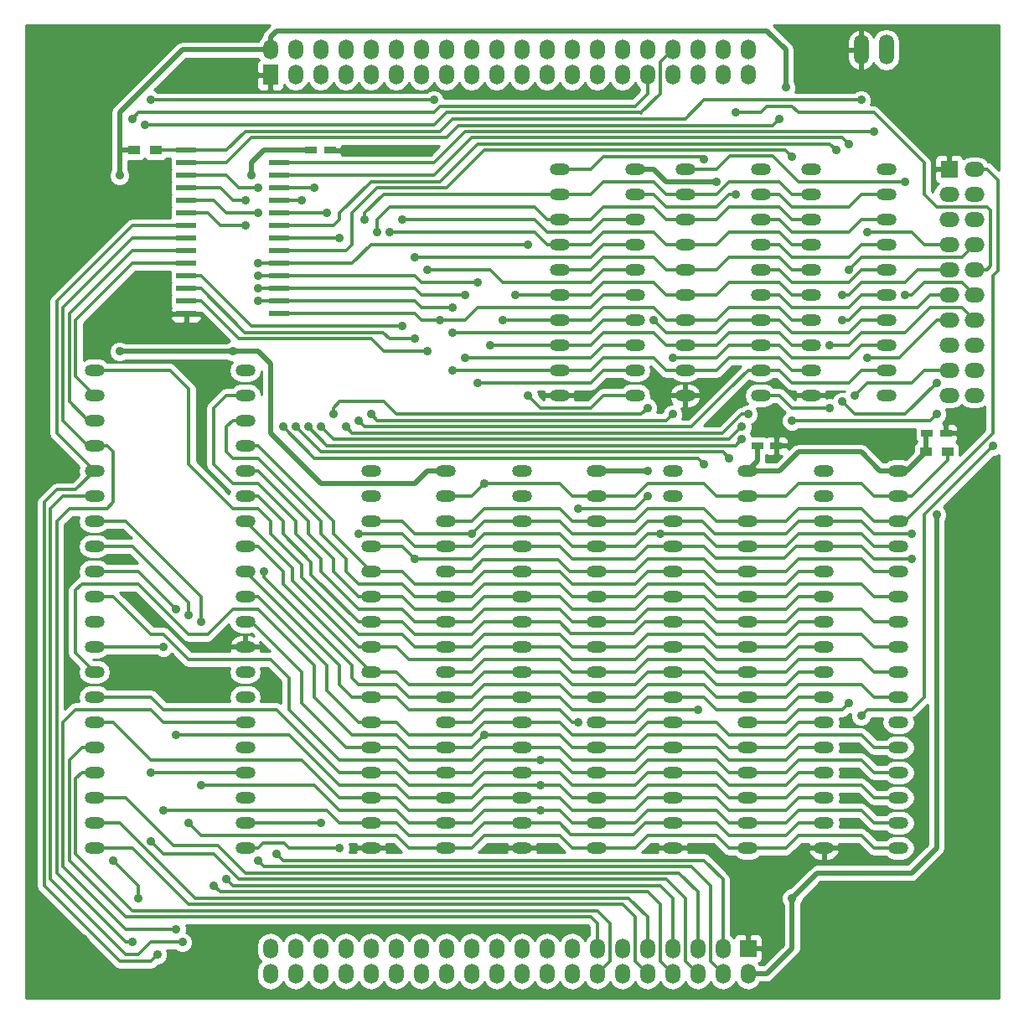
<source format=gtl>
G04 #@! TF.FileFunction,Copper,L1,Top,Signal*
%FSLAX46Y46*%
G04 Gerber Fmt 4.6, Leading zero omitted, Abs format (unit mm)*
G04 Created by KiCad (PCBNEW 4.0.2-stable) date 27-3-2016 11:05:44*
%MOMM*%
G01*
G04 APERTURE LIST*
%ADD10C,0.150000*%
%ADD11C,0.600000*%
%ADD12R,1.200000X0.750000*%
%ADD13O,2.000000X1.200000*%
%ADD14R,2.000000X0.600000*%
%ADD15R,1.200000X0.900000*%
%ADD16R,1.500000X2.000000*%
%ADD17O,1.500000X2.000000*%
%ADD18R,1.727200X1.727200*%
%ADD19C,5.000000*%
%ADD20O,2.000000X1.500000*%
%ADD21O,1.506220X3.014980*%
%ADD22C,0.889000*%
%ADD23C,0.355600*%
%ADD24C,0.508000*%
%ADD25C,0.254000*%
G04 APERTURE END LIST*
D10*
D11*
X56515000Y-90170000D03*
X57785000Y-90805000D03*
X57785000Y-89535000D03*
X61976000Y-109220000D03*
X148590000Y-86360000D03*
X148590000Y-84455000D03*
X138430000Y-86614000D03*
X135890000Y-86614000D03*
X113030000Y-81280000D03*
X109855000Y-82550000D03*
X90805000Y-57785000D03*
X93345000Y-57785000D03*
X62230000Y-111760000D03*
X72390000Y-110490000D03*
X60325000Y-75565000D03*
X60325000Y-77470000D03*
X131064000Y-86614000D03*
X73025000Y-50165000D03*
X75565000Y-50165000D03*
D12*
X127320000Y-87630000D03*
X129220000Y-87630000D03*
X144465000Y-86360000D03*
X146365000Y-86360000D03*
X82235000Y-57785000D03*
X84135000Y-57785000D03*
D13*
X95835000Y-90170000D03*
X88315000Y-90170000D03*
X95835000Y-92710000D03*
X88315000Y-92710000D03*
X95835000Y-95250000D03*
X88315000Y-95250000D03*
X95835000Y-97790000D03*
X88315000Y-97790000D03*
X95835000Y-100330000D03*
X88315000Y-100330000D03*
X95835000Y-102870000D03*
X88315000Y-102870000D03*
X95835000Y-105410000D03*
X88315000Y-105410000D03*
X95835000Y-107950000D03*
X88315000Y-107950000D03*
X95835000Y-110490000D03*
X88315000Y-110490000D03*
X95835000Y-113030000D03*
X88315000Y-113030000D03*
X95835000Y-115570000D03*
X88315000Y-115570000D03*
X95835000Y-118110000D03*
X88315000Y-118110000D03*
X95835000Y-120650000D03*
X88315000Y-120650000D03*
X95835000Y-123190000D03*
X88315000Y-123190000D03*
X95835000Y-125730000D03*
X88315000Y-125730000D03*
X95835000Y-128270000D03*
X88315000Y-128270000D03*
X111075000Y-90170000D03*
X103555000Y-90170000D03*
X111075000Y-92710000D03*
X103555000Y-92710000D03*
X111075000Y-95250000D03*
X103555000Y-95250000D03*
X111075000Y-97790000D03*
X103555000Y-97790000D03*
X111075000Y-100330000D03*
X103555000Y-100330000D03*
X111075000Y-102870000D03*
X103555000Y-102870000D03*
X111075000Y-105410000D03*
X103555000Y-105410000D03*
X111075000Y-107950000D03*
X103555000Y-107950000D03*
X111075000Y-110490000D03*
X103555000Y-110490000D03*
X111075000Y-113030000D03*
X103555000Y-113030000D03*
X111075000Y-115570000D03*
X103555000Y-115570000D03*
X111075000Y-118110000D03*
X103555000Y-118110000D03*
X111075000Y-120650000D03*
X103555000Y-120650000D03*
X111075000Y-123190000D03*
X103555000Y-123190000D03*
X111075000Y-125730000D03*
X103555000Y-125730000D03*
X111075000Y-128270000D03*
X103555000Y-128270000D03*
X126315000Y-90170000D03*
X118795000Y-90170000D03*
X126315000Y-92710000D03*
X118795000Y-92710000D03*
X126315000Y-95250000D03*
X118795000Y-95250000D03*
X126315000Y-97790000D03*
X118795000Y-97790000D03*
X126315000Y-100330000D03*
X118795000Y-100330000D03*
X126315000Y-102870000D03*
X118795000Y-102870000D03*
X126315000Y-105410000D03*
X118795000Y-105410000D03*
X126315000Y-107950000D03*
X118795000Y-107950000D03*
X126315000Y-110490000D03*
X118795000Y-110490000D03*
X126315000Y-113030000D03*
X118795000Y-113030000D03*
X126315000Y-115570000D03*
X118795000Y-115570000D03*
X126315000Y-118110000D03*
X118795000Y-118110000D03*
X126315000Y-120650000D03*
X118795000Y-120650000D03*
X126315000Y-123190000D03*
X118795000Y-123190000D03*
X126315000Y-125730000D03*
X118795000Y-125730000D03*
X126315000Y-128270000D03*
X118795000Y-128270000D03*
X141555000Y-90170000D03*
X134035000Y-90170000D03*
X141555000Y-92710000D03*
X134035000Y-92710000D03*
X141555000Y-95250000D03*
X134035000Y-95250000D03*
X141555000Y-97790000D03*
X134035000Y-97790000D03*
X141555000Y-100330000D03*
X134035000Y-100330000D03*
X141555000Y-102870000D03*
X134035000Y-102870000D03*
X141555000Y-105410000D03*
X134035000Y-105410000D03*
X141555000Y-107950000D03*
X134035000Y-107950000D03*
X141555000Y-110490000D03*
X134035000Y-110490000D03*
X141555000Y-113030000D03*
X134035000Y-113030000D03*
X141555000Y-115570000D03*
X134035000Y-115570000D03*
X141555000Y-118110000D03*
X134035000Y-118110000D03*
X141555000Y-120650000D03*
X134035000Y-120650000D03*
X141555000Y-123190000D03*
X134035000Y-123190000D03*
X141555000Y-125730000D03*
X134035000Y-125730000D03*
X141555000Y-128270000D03*
X134035000Y-128270000D03*
X60325000Y-80010000D03*
X60325000Y-82550000D03*
X60325000Y-85090000D03*
X60325000Y-87630000D03*
X60325000Y-90170000D03*
X60325000Y-92710000D03*
X60325000Y-95250000D03*
X60325000Y-97790000D03*
X60325000Y-100330000D03*
X60325000Y-102870000D03*
X60325000Y-105410000D03*
X60325000Y-107950000D03*
X60325000Y-110490000D03*
X60325000Y-113030000D03*
X60325000Y-115570000D03*
X60325000Y-118110000D03*
X60325000Y-120650000D03*
X60325000Y-123190000D03*
X60325000Y-125730000D03*
X60325000Y-128270000D03*
X75565000Y-128270000D03*
X75565000Y-125730000D03*
X75565000Y-123190000D03*
X75565000Y-120650000D03*
X75565000Y-118110000D03*
X75565000Y-115570000D03*
X75565000Y-113030000D03*
X75565000Y-110490000D03*
X75565000Y-107950000D03*
X75565000Y-105410000D03*
X75565000Y-102870000D03*
X75565000Y-100330000D03*
X75565000Y-97790000D03*
X75565000Y-95250000D03*
X75565000Y-92710000D03*
X75565000Y-90170000D03*
X75565000Y-87630000D03*
X75565000Y-85090000D03*
X75565000Y-82550000D03*
X75565000Y-80010000D03*
D14*
X69595000Y-57785000D03*
X69595000Y-59055000D03*
X69595000Y-60325000D03*
X69595000Y-61595000D03*
X69595000Y-62865000D03*
X69595000Y-64135000D03*
X69595000Y-65405000D03*
X69595000Y-66675000D03*
X69595000Y-67945000D03*
X69595000Y-69215000D03*
X69595000Y-70485000D03*
X69595000Y-71755000D03*
X69595000Y-73025000D03*
X69595000Y-74295000D03*
X78995000Y-74295000D03*
X78995000Y-73025000D03*
X78995000Y-71755000D03*
X78995000Y-70485000D03*
X78995000Y-69215000D03*
X78995000Y-67945000D03*
X78995000Y-66675000D03*
X78995000Y-65405000D03*
X78995000Y-64135000D03*
X78995000Y-62865000D03*
X78995000Y-61595000D03*
X78995000Y-60325000D03*
X78995000Y-59055000D03*
X78995000Y-57785000D03*
D15*
X66505000Y-57785000D03*
X64305000Y-57785000D03*
X144315000Y-88265000D03*
X146515000Y-88265000D03*
D13*
X120015000Y-59690000D03*
X120015000Y-62230000D03*
X120015000Y-64770000D03*
X120015000Y-67310000D03*
X120015000Y-69850000D03*
X120015000Y-72390000D03*
X120015000Y-74930000D03*
X120015000Y-77470000D03*
X120015000Y-80010000D03*
X120015000Y-82550000D03*
X127635000Y-82550000D03*
X127635000Y-80010000D03*
X127635000Y-77470000D03*
X127635000Y-74930000D03*
X127635000Y-72390000D03*
X127635000Y-69850000D03*
X127635000Y-67310000D03*
X127635000Y-64770000D03*
X127635000Y-62230000D03*
X127635000Y-59690000D03*
X132715000Y-59690000D03*
X132715000Y-62230000D03*
X132715000Y-64770000D03*
X132715000Y-67310000D03*
X132715000Y-69850000D03*
X132715000Y-72390000D03*
X132715000Y-74930000D03*
X132715000Y-77470000D03*
X132715000Y-80010000D03*
X132715000Y-82550000D03*
X140335000Y-82550000D03*
X140335000Y-80010000D03*
X140335000Y-77470000D03*
X140335000Y-74930000D03*
X140335000Y-72390000D03*
X140335000Y-69850000D03*
X140335000Y-67310000D03*
X140335000Y-64770000D03*
X140335000Y-62230000D03*
X140335000Y-59690000D03*
X107315000Y-59690000D03*
X107315000Y-62230000D03*
X107315000Y-64770000D03*
X107315000Y-67310000D03*
X107315000Y-69850000D03*
X107315000Y-72390000D03*
X107315000Y-74930000D03*
X107315000Y-77470000D03*
X107315000Y-80010000D03*
X107315000Y-82550000D03*
X114935000Y-82550000D03*
X114935000Y-80010000D03*
X114935000Y-77470000D03*
X114935000Y-74930000D03*
X114935000Y-72390000D03*
X114935000Y-69850000D03*
X114935000Y-67310000D03*
X114935000Y-64770000D03*
X114935000Y-62230000D03*
X114935000Y-59690000D03*
D16*
X78105000Y-50165000D03*
D17*
X78105000Y-47625000D03*
X80645000Y-50165000D03*
X80645000Y-47625000D03*
X83185000Y-50165000D03*
X83185000Y-47625000D03*
X85725000Y-50165000D03*
X85725000Y-47625000D03*
X88265000Y-50165000D03*
X88265000Y-47625000D03*
X90805000Y-50165000D03*
X90805000Y-47625000D03*
X93345000Y-50165000D03*
X93345000Y-47625000D03*
X95885000Y-50165000D03*
X95885000Y-47625000D03*
X98425000Y-50165000D03*
X98425000Y-47625000D03*
X100965000Y-50165000D03*
X100965000Y-47625000D03*
X103505000Y-50165000D03*
X103505000Y-47625000D03*
X106045000Y-50165000D03*
X106045000Y-47625000D03*
X108585000Y-50165000D03*
X108585000Y-47625000D03*
X111125000Y-50165000D03*
X111125000Y-47625000D03*
X113665000Y-50165000D03*
X113665000Y-47625000D03*
X116205000Y-50165000D03*
X116205000Y-47625000D03*
X118745000Y-50165000D03*
X118745000Y-47625000D03*
X121285000Y-50165000D03*
X121285000Y-47625000D03*
X123825000Y-50165000D03*
X123825000Y-47625000D03*
X126365000Y-50165000D03*
X126365000Y-47625000D03*
D18*
X126365000Y-138430000D03*
D17*
X126365000Y-140970000D03*
X123825000Y-138430000D03*
X123825000Y-140970000D03*
X121285000Y-138430000D03*
X121285000Y-140970000D03*
X118745000Y-138430000D03*
X118745000Y-140970000D03*
X116205000Y-138430000D03*
X116205000Y-140970000D03*
X113665000Y-138430000D03*
X113665000Y-140970000D03*
X111125000Y-138430000D03*
X111125000Y-140970000D03*
X108585000Y-138430000D03*
X108585000Y-140970000D03*
X106045000Y-138430000D03*
X106045000Y-140970000D03*
X103505000Y-138430000D03*
X103505000Y-140970000D03*
X100965000Y-138430000D03*
X100965000Y-140970000D03*
X98425000Y-138430000D03*
X98425000Y-140970000D03*
X95885000Y-138430000D03*
X95885000Y-140970000D03*
X93345000Y-138430000D03*
X93345000Y-140970000D03*
X90805000Y-138430000D03*
X90805000Y-140970000D03*
X88265000Y-138430000D03*
X88265000Y-140970000D03*
X85725000Y-138430000D03*
X85725000Y-140970000D03*
X83185000Y-138430000D03*
X83185000Y-140970000D03*
X80645000Y-138430000D03*
X80645000Y-140970000D03*
X78105000Y-138430000D03*
X78105000Y-140970000D03*
D19*
X57785000Y-49530000D03*
X57785000Y-139065000D03*
X147320000Y-139065000D03*
X147320000Y-49530000D03*
D18*
X146685000Y-59690000D03*
D20*
X149225000Y-59690000D03*
X146685000Y-62230000D03*
X149225000Y-62230000D03*
X146685000Y-64770000D03*
X149225000Y-64770000D03*
X146685000Y-67310000D03*
X149225000Y-67310000D03*
X146685000Y-69850000D03*
X149225000Y-69850000D03*
X146685000Y-72390000D03*
X149225000Y-72390000D03*
X146685000Y-74930000D03*
X149225000Y-74930000D03*
X146685000Y-77470000D03*
X149225000Y-77470000D03*
X146685000Y-80010000D03*
X149225000Y-80010000D03*
X146685000Y-82550000D03*
X149225000Y-82550000D03*
D21*
X137795000Y-47625000D03*
X140335000Y-47625000D03*
D22*
X76835000Y-129540000D03*
X78740000Y-128905000D03*
X73660000Y-131445000D03*
X68580000Y-136525000D03*
X65405000Y-55245000D03*
X66040000Y-127635000D03*
X66040000Y-120650000D03*
X109220000Y-93980000D03*
X116205000Y-92710000D03*
X109220000Y-115570000D03*
X137795000Y-114935000D03*
X121285000Y-114300000D03*
X151130000Y-87630000D03*
X136525000Y-113665000D03*
X64135000Y-54610000D03*
X85090000Y-128270000D03*
X121920000Y-58674000D03*
X72390000Y-132080000D03*
X83185000Y-125730000D03*
X86995000Y-96520000D03*
X117475000Y-96520000D03*
X77470000Y-100330000D03*
X94615000Y-52705000D03*
X66040000Y-52705000D03*
X62230000Y-129540000D03*
X64770000Y-133350000D03*
X64135000Y-137795000D03*
X66675000Y-139065000D03*
X87630000Y-64770000D03*
X88900000Y-66040000D03*
X90170000Y-66040000D03*
X67310000Y-124460000D03*
X67310000Y-107950000D03*
X69850000Y-104775000D03*
X69850000Y-125730000D03*
X105410000Y-124460000D03*
X102870000Y-72390000D03*
X71120000Y-105410000D03*
X71120000Y-121920000D03*
X101600000Y-74930000D03*
X105410000Y-121920000D03*
X68580000Y-116840000D03*
X68580000Y-104140000D03*
X100330000Y-77470000D03*
X105410000Y-119380000D03*
X99695000Y-116840000D03*
X96520000Y-80010000D03*
X142875000Y-99060000D03*
X92710000Y-99060000D03*
X91440000Y-75565000D03*
X91440000Y-64770000D03*
X92710000Y-76835000D03*
X92710000Y-68580000D03*
X142875000Y-96520000D03*
X93980000Y-78105000D03*
X93980000Y-69850000D03*
X98425000Y-96520000D03*
X99695000Y-91440000D03*
X95250000Y-74930000D03*
X74295000Y-78105000D03*
X76200000Y-60325000D03*
X116205000Y-90170000D03*
X130810000Y-133350000D03*
X62865000Y-60325000D03*
X62865000Y-78105000D03*
X145415000Y-94615000D03*
X130175000Y-51435000D03*
X123190000Y-60960000D03*
X69215000Y-137795000D03*
X76835000Y-71755000D03*
X97790000Y-72390000D03*
X97790000Y-78740000D03*
X76835000Y-69215000D03*
X104140000Y-82550000D03*
X104140000Y-67310000D03*
X76835000Y-61595000D03*
X83185000Y-85725000D03*
X125730000Y-85725000D03*
X75565000Y-62865000D03*
X125730000Y-86995000D03*
X81915000Y-85725000D03*
X80645000Y-85725000D03*
X124460000Y-88900000D03*
X76835000Y-64135000D03*
X75565000Y-65405000D03*
X121920000Y-89535000D03*
X79375000Y-85725000D03*
X76835000Y-73025000D03*
X96520000Y-73660000D03*
X96520000Y-76200000D03*
X76835000Y-70485000D03*
X99060000Y-71120000D03*
X99060000Y-81280000D03*
X88265000Y-84455000D03*
X85090000Y-66675000D03*
X118745000Y-84455000D03*
X118745000Y-78740000D03*
X86995000Y-85090000D03*
X83820000Y-64135000D03*
X81280000Y-62865000D03*
X84455000Y-84455000D03*
X116840000Y-74930000D03*
X116205000Y-83820000D03*
X126365000Y-84455000D03*
X85725000Y-85725000D03*
X82550000Y-61595000D03*
X137160000Y-82550000D03*
X137795000Y-52705000D03*
X145415000Y-84455000D03*
X130810000Y-85090000D03*
X129540000Y-54610000D03*
X130810000Y-58420000D03*
X135890000Y-72390000D03*
X136525000Y-69850000D03*
X135255000Y-57785000D03*
X136525000Y-57150000D03*
X145415000Y-81280000D03*
X135890000Y-83185000D03*
X138430000Y-66040000D03*
X139065000Y-55880000D03*
X125095000Y-62230000D03*
X125095000Y-53975000D03*
X135890000Y-74930000D03*
X134620000Y-83820000D03*
X142240000Y-60960000D03*
X142240000Y-72390000D03*
X138430000Y-78740000D03*
X134620000Y-77470000D03*
D23*
X78105000Y-130175000D02*
X80010000Y-130175000D01*
X122555000Y-132080000D02*
X120624993Y-130149993D01*
X122555000Y-139700000D02*
X122555000Y-132080000D01*
X123825000Y-140970000D02*
X122555000Y-139700000D01*
X120624993Y-130149993D02*
X80010000Y-130175000D01*
X77470000Y-130175000D02*
X78105000Y-130175000D01*
X76835000Y-129540000D02*
X77470000Y-130175000D01*
X79400398Y-129540000D02*
X79375000Y-129540000D01*
X79375000Y-129540000D02*
X78740000Y-128905000D01*
X81280000Y-129540000D02*
X79400398Y-129540000D01*
X79400398Y-129540000D02*
X79400398Y-129540000D01*
X123825000Y-131445000D02*
X121920000Y-129540000D01*
X121920000Y-129540000D02*
X81280000Y-129540000D01*
X123825000Y-131445000D02*
X123825000Y-138430000D01*
X63500000Y-123190000D02*
X68326000Y-128016000D01*
X121285000Y-132715000D02*
X119380000Y-130810000D01*
X121285000Y-138430000D02*
X121285000Y-132715000D01*
X63500000Y-123190000D02*
X60325000Y-123190000D01*
X75565000Y-130810000D02*
X119380000Y-130810000D01*
X72771000Y-128016000D02*
X75565000Y-130810000D01*
X68326000Y-128016000D02*
X72771000Y-128016000D01*
X57785000Y-129540000D02*
X57785000Y-119380000D01*
X57785000Y-119380000D02*
X59055000Y-118110000D01*
X60325000Y-118110000D02*
X59055000Y-118110000D01*
X111125000Y-135890000D02*
X111125000Y-138430000D01*
X63500000Y-135255000D02*
X57785000Y-129540000D01*
X110490000Y-135255000D02*
X63500000Y-135255000D01*
X111125000Y-135890000D02*
X110490000Y-135255000D01*
X73660000Y-131445000D02*
X74295000Y-132080000D01*
X81915000Y-132080000D02*
X74295000Y-132080000D01*
X117475000Y-132080000D02*
X81915000Y-132080000D01*
X118745000Y-138430000D02*
X118745000Y-133350000D01*
X118745000Y-133350000D02*
X117475000Y-132080000D01*
X57150000Y-115570000D02*
X58420000Y-114300000D01*
X67310000Y-115570000D02*
X75565000Y-115570000D01*
X66040000Y-114300000D02*
X58420000Y-114300000D01*
X67310000Y-115570000D02*
X66040000Y-114300000D01*
X57150000Y-130175000D02*
X57150000Y-115570000D01*
X68580000Y-136525000D02*
X63500000Y-136525000D01*
X63500000Y-136525000D02*
X57150000Y-130175000D01*
X118745000Y-47625000D02*
X117475000Y-48895000D01*
X117475000Y-52070000D02*
X115570000Y-53975000D01*
X117475000Y-48895000D02*
X117475000Y-52070000D01*
X115570000Y-53975000D02*
X115570000Y-54000398D01*
X115570000Y-54000398D02*
X115570000Y-53975000D01*
X94640398Y-55219602D02*
X65405000Y-55245000D01*
X95885000Y-53975000D02*
X94640398Y-55219602D01*
X114935000Y-53975000D02*
X95885000Y-53975000D01*
X114935000Y-53975000D02*
X115570000Y-53975000D01*
X74930000Y-131445000D02*
X72390000Y-128905000D01*
X76200000Y-131445000D02*
X74930000Y-131445000D01*
X76200000Y-131445000D02*
X80645000Y-131445000D01*
X120015000Y-135255000D02*
X120015000Y-133350000D01*
X120015000Y-139700000D02*
X120015000Y-135255000D01*
X121285000Y-140970000D02*
X120015000Y-139700000D01*
X118110000Y-131445000D02*
X80645000Y-131445000D01*
X120015000Y-133350000D02*
X118110000Y-131445000D01*
X67310000Y-128905000D02*
X66040000Y-127635000D01*
X72390000Y-128905000D02*
X67310000Y-128905000D01*
X75565000Y-120650000D02*
X66040000Y-120650000D01*
X114935000Y-135255000D02*
X113665000Y-133985000D01*
X114935000Y-139700000D02*
X114935000Y-135255000D01*
X116205000Y-140970000D02*
X114935000Y-139700000D01*
X64135000Y-128270000D02*
X60325000Y-128270000D01*
X69850000Y-133985000D02*
X64135000Y-128270000D01*
X113665000Y-133985000D02*
X69850000Y-133985000D01*
X107315000Y-114300000D02*
X108585000Y-115570000D01*
X108585000Y-115570000D02*
X109220000Y-115570000D01*
X95835000Y-115570000D02*
X98425000Y-115570000D01*
X114935000Y-93980000D02*
X116205000Y-92710000D01*
X109220000Y-93980000D02*
X114935000Y-93980000D01*
X99695000Y-114300000D02*
X107315000Y-114300000D01*
X98425000Y-115570000D02*
X99695000Y-114300000D01*
X114935000Y-115570000D02*
X111075000Y-115570000D01*
X116205000Y-114300000D02*
X121285000Y-114300000D01*
X114935000Y-115570000D02*
X116205000Y-114300000D01*
X144145000Y-94615000D02*
X151130000Y-87630000D01*
X144145000Y-113030000D02*
X144145000Y-94615000D01*
X142875000Y-114300000D02*
X144145000Y-113030000D01*
X138430000Y-114300000D02*
X142875000Y-114300000D01*
X137795000Y-114935000D02*
X138430000Y-114300000D01*
X130175000Y-115570000D02*
X131445000Y-114300000D01*
X131445000Y-114300000D02*
X135890000Y-114300000D01*
X135890000Y-114300000D02*
X136525000Y-113665000D01*
X126315000Y-115570000D02*
X130175000Y-115570000D01*
X116205000Y-50165000D02*
X116205000Y-52070000D01*
X116205000Y-52070000D02*
X114935000Y-53340000D01*
X64770000Y-53975000D02*
X64135000Y-54610000D01*
X94615000Y-53975000D02*
X95250000Y-53340000D01*
X95250000Y-53340000D02*
X114935000Y-53340000D01*
X94615000Y-53975000D02*
X64770000Y-53975000D01*
X116205000Y-135255000D02*
X114300000Y-133350000D01*
X116205000Y-138430000D02*
X116205000Y-135255000D01*
X62865000Y-125730000D02*
X60325000Y-125730000D01*
X70485000Y-133350000D02*
X62865000Y-125730000D01*
X114300000Y-133350000D02*
X70485000Y-133350000D01*
X58420000Y-128905000D02*
X64135000Y-134620000D01*
X58420000Y-128905000D02*
X58420000Y-121285000D01*
X58420000Y-121285000D02*
X59055000Y-120650000D01*
X60325000Y-120650000D02*
X59055000Y-120650000D01*
X112395000Y-135890000D02*
X111125000Y-134620000D01*
X112395000Y-139700000D02*
X112395000Y-135890000D01*
X112395000Y-139700000D02*
X111125000Y-140970000D01*
X111125000Y-134620000D02*
X64135000Y-134620000D01*
X79502000Y-127762000D02*
X80010000Y-128270000D01*
X76835000Y-128270000D02*
X77343000Y-127762000D01*
X77343000Y-127762000D02*
X79502000Y-127762000D01*
X76835000Y-128270000D02*
X75565000Y-128270000D01*
X80010000Y-128270000D02*
X85090000Y-128270000D01*
X121666000Y-58420000D02*
X121920000Y-58674000D01*
X110490000Y-59690000D02*
X111760000Y-58420000D01*
X110490000Y-59690000D02*
X107315000Y-59690000D01*
X116205000Y-58420000D02*
X121285000Y-58420000D01*
X111760000Y-58420000D02*
X116205000Y-58420000D01*
X121285000Y-58420000D02*
X121666000Y-58420000D01*
X116205000Y-109220000D02*
X121920000Y-109220000D01*
X114935000Y-110490000D02*
X116205000Y-109220000D01*
X121920000Y-109220000D02*
X123190000Y-110490000D01*
X126315000Y-110490000D02*
X123190000Y-110490000D01*
X114935000Y-110490000D02*
X111075000Y-110490000D01*
X126315000Y-110490000D02*
X130175000Y-110490000D01*
X139065000Y-110490000D02*
X141555000Y-110490000D01*
X137795000Y-109220000D02*
X139065000Y-110490000D01*
X131445000Y-109220000D02*
X137795000Y-109220000D01*
X130175000Y-110490000D02*
X131445000Y-109220000D01*
X95835000Y-110490000D02*
X98425000Y-110490000D01*
X98425000Y-110490000D02*
X99695000Y-109220000D01*
X99695000Y-109220000D02*
X107315000Y-109220000D01*
X107315000Y-109220000D02*
X108585000Y-110490000D01*
X108585000Y-110490000D02*
X111075000Y-110490000D01*
X73025000Y-132715000D02*
X72390000Y-132080000D01*
X82550000Y-132715000D02*
X73025000Y-132715000D01*
X116205000Y-132715000D02*
X82550000Y-132715000D01*
X118745000Y-140970000D02*
X117475000Y-139700000D01*
X117475000Y-139700000D02*
X117475000Y-133985000D01*
X117475000Y-133985000D02*
X116205000Y-132715000D01*
X75565000Y-125730000D02*
X83185000Y-125730000D01*
X92710000Y-97790000D02*
X95835000Y-97790000D01*
X91440000Y-96520000D02*
X92710000Y-97790000D01*
X86995000Y-96520000D02*
X91440000Y-96520000D01*
X116205000Y-96520000D02*
X117475000Y-96520000D01*
X117475000Y-96520000D02*
X121920000Y-96520000D01*
X126315000Y-97790000D02*
X123190000Y-97790000D01*
X121920000Y-96520000D02*
X123190000Y-97790000D01*
X114935000Y-97790000D02*
X116205000Y-96520000D01*
X114935000Y-97790000D02*
X111075000Y-97790000D01*
X126315000Y-97790000D02*
X130175000Y-97790000D01*
X139065000Y-97790000D02*
X141555000Y-97790000D01*
X137795000Y-96520000D02*
X139065000Y-97790000D01*
X131445000Y-96520000D02*
X137795000Y-96520000D01*
X130175000Y-97790000D02*
X131445000Y-96520000D01*
X95835000Y-97790000D02*
X98425000Y-97790000D01*
X98425000Y-97790000D02*
X99695000Y-96520000D01*
X99695000Y-96520000D02*
X107315000Y-96520000D01*
X107315000Y-96520000D02*
X108585000Y-97790000D01*
X108585000Y-97790000D02*
X111075000Y-97790000D01*
X88315000Y-118110000D02*
X85725000Y-118110000D01*
X76200000Y-105410000D02*
X75565000Y-105410000D01*
X81280000Y-110490000D02*
X76200000Y-105410000D01*
X81280000Y-113665000D02*
X81280000Y-110490000D01*
X85725000Y-118110000D02*
X81280000Y-113665000D01*
X118795000Y-118110000D02*
X116205000Y-118110000D01*
X107315000Y-118110000D02*
X108585000Y-119380000D01*
X108585000Y-119380000D02*
X114935000Y-119380000D01*
X114935000Y-119380000D02*
X116205000Y-118110000D01*
X107315000Y-118110000D02*
X103555000Y-118110000D01*
X118795000Y-118110000D02*
X123190000Y-118110000D01*
X131445000Y-118110000D02*
X134035000Y-118110000D01*
X130175000Y-119380000D02*
X131445000Y-118110000D01*
X124460000Y-119380000D02*
X130175000Y-119380000D01*
X123190000Y-118110000D02*
X124460000Y-119380000D01*
X88315000Y-118110000D02*
X90805000Y-118110000D01*
X90805000Y-118110000D02*
X92075000Y-119380000D01*
X92075000Y-119380000D02*
X98425000Y-119380000D01*
X98425000Y-119380000D02*
X99695000Y-118110000D01*
X99695000Y-118110000D02*
X103555000Y-118110000D01*
X86995000Y-115570000D02*
X83820000Y-112395000D01*
X88315000Y-115570000D02*
X86995000Y-115570000D01*
X76835000Y-102870000D02*
X75565000Y-102870000D01*
X83820000Y-109855000D02*
X76835000Y-102870000D01*
X83820000Y-112395000D02*
X83820000Y-109855000D01*
X118795000Y-115570000D02*
X116205000Y-115570000D01*
X107315000Y-115570000D02*
X108585000Y-116840000D01*
X108585000Y-116840000D02*
X114935000Y-116840000D01*
X114935000Y-116840000D02*
X116205000Y-115570000D01*
X107315000Y-115570000D02*
X103555000Y-115570000D01*
X118795000Y-115570000D02*
X123190000Y-115570000D01*
X131445000Y-115570000D02*
X134035000Y-115570000D01*
X130175000Y-116840000D02*
X131445000Y-115570000D01*
X124460000Y-116840000D02*
X130175000Y-116840000D01*
X123190000Y-115570000D02*
X124460000Y-116840000D01*
X88315000Y-115570000D02*
X90805000Y-115570000D01*
X90805000Y-115570000D02*
X92075000Y-116840000D01*
X92075000Y-116840000D02*
X98425000Y-116840000D01*
X98425000Y-116840000D02*
X99695000Y-115570000D01*
X99695000Y-115570000D02*
X103555000Y-115570000D01*
X77470000Y-100965000D02*
X77470000Y-100330000D01*
X92075000Y-113030000D02*
X90805000Y-111760000D01*
X90805000Y-111760000D02*
X86995000Y-111760000D01*
X86995000Y-111760000D02*
X86360000Y-111125000D01*
X86360000Y-111125000D02*
X86360000Y-109855000D01*
X86360000Y-109855000D02*
X77470000Y-100965000D01*
X95835000Y-113030000D02*
X92075000Y-113030000D01*
X116205000Y-111760000D02*
X121920000Y-111760000D01*
X114935000Y-113030000D02*
X116205000Y-111760000D01*
X121920000Y-111760000D02*
X123190000Y-113030000D01*
X126315000Y-113030000D02*
X123190000Y-113030000D01*
X114935000Y-113030000D02*
X111075000Y-113030000D01*
X126315000Y-113030000D02*
X130175000Y-113030000D01*
X139065000Y-113030000D02*
X141555000Y-113030000D01*
X137795000Y-111760000D02*
X139065000Y-113030000D01*
X131445000Y-111760000D02*
X137795000Y-111760000D01*
X130175000Y-113030000D02*
X131445000Y-111760000D01*
X95835000Y-113030000D02*
X98425000Y-113030000D01*
X98425000Y-113030000D02*
X99695000Y-111760000D01*
X99695000Y-111760000D02*
X107315000Y-111760000D01*
X107315000Y-111760000D02*
X108585000Y-113030000D01*
X108585000Y-113030000D02*
X111075000Y-113030000D01*
X94615000Y-52705000D02*
X66040000Y-52705000D01*
X69850000Y-81915000D02*
X69850000Y-81915000D01*
X81280000Y-100965000D02*
X81280000Y-99695000D01*
X81280000Y-99695000D02*
X78105000Y-96520000D01*
X69850000Y-82550000D02*
X69850000Y-81915000D01*
X74295000Y-93980000D02*
X69850000Y-89535000D01*
X69850000Y-89535000D02*
X69850000Y-82550000D01*
X95835000Y-107950000D02*
X92710000Y-107950000D01*
X78105000Y-95250000D02*
X76835000Y-93980000D01*
X78105000Y-96520000D02*
X78105000Y-95250000D01*
X86995000Y-106680000D02*
X81280000Y-100965000D01*
X91440000Y-106680000D02*
X86995000Y-106680000D01*
X92710000Y-107950000D02*
X91440000Y-106680000D01*
X76835000Y-93980000D02*
X74295000Y-93980000D01*
X67945000Y-80010000D02*
X65405000Y-80010000D01*
X65405000Y-80010000D02*
X60325000Y-80010000D01*
X69850000Y-81915000D02*
X67945000Y-80010000D01*
X116205000Y-106680000D02*
X121920000Y-106680000D01*
X114935000Y-107950000D02*
X116205000Y-106680000D01*
X121920000Y-106680000D02*
X123190000Y-107950000D01*
X126315000Y-107950000D02*
X123190000Y-107950000D01*
X114935000Y-107950000D02*
X111075000Y-107950000D01*
X126315000Y-107950000D02*
X130175000Y-107950000D01*
X139065000Y-107950000D02*
X141555000Y-107950000D01*
X137795000Y-106680000D02*
X139065000Y-107950000D01*
X131445000Y-106680000D02*
X137795000Y-106680000D01*
X130175000Y-107950000D02*
X131445000Y-106680000D01*
X95835000Y-107950000D02*
X98425000Y-107950000D01*
X98425000Y-107950000D02*
X99695000Y-106680000D01*
X99695000Y-106680000D02*
X107315000Y-106680000D01*
X107315000Y-106680000D02*
X108585000Y-107950000D01*
X108585000Y-107950000D02*
X111075000Y-107950000D01*
X69595000Y-69215000D02*
X64135000Y-69215000D01*
X58420000Y-74930000D02*
X64135000Y-69215000D01*
X58420000Y-80645000D02*
X58420000Y-74930000D01*
X58420000Y-80645000D02*
X60325000Y-82550000D01*
X64770000Y-133350000D02*
X64770000Y-132080000D01*
X64770000Y-132080000D02*
X62230000Y-129540000D01*
X69595000Y-67945000D02*
X64135000Y-67945000D01*
X57785000Y-83185000D02*
X57785000Y-74295000D01*
X57785000Y-74295000D02*
X64135000Y-67945000D01*
X57785000Y-83185000D02*
X59690000Y-85090000D01*
X60325000Y-85090000D02*
X59690000Y-85090000D01*
X69595000Y-66675000D02*
X64135000Y-66675000D01*
X57150000Y-85090000D02*
X57150000Y-73660000D01*
X57150000Y-73660000D02*
X64135000Y-66675000D01*
X57150000Y-85090000D02*
X59690000Y-87630000D01*
X63500000Y-137795000D02*
X64135000Y-137795000D01*
X60325000Y-87630000D02*
X61595000Y-87630000D01*
X63500000Y-137795000D02*
X63500000Y-137795000D01*
X56515000Y-130810000D02*
X63500000Y-137795000D01*
X56515000Y-95250000D02*
X56515000Y-130810000D01*
X57785000Y-93980000D02*
X56515000Y-95250000D01*
X61595000Y-93980000D02*
X57785000Y-93980000D01*
X62230000Y-93345000D02*
X61595000Y-93980000D01*
X62230000Y-88265000D02*
X62230000Y-93345000D01*
X61595000Y-87630000D02*
X62230000Y-88265000D01*
X60325000Y-87630000D02*
X59690000Y-87630000D01*
X60325000Y-90170000D02*
X58420000Y-92075000D01*
X55245000Y-93345000D02*
X55245000Y-132080000D01*
X55245000Y-132080000D02*
X62865000Y-139700000D01*
X66040000Y-139700000D02*
X66675000Y-139065000D01*
X62865000Y-139700000D02*
X66040000Y-139700000D01*
X56515000Y-92075000D02*
X55245000Y-93345000D01*
X57150000Y-92075000D02*
X56515000Y-92075000D01*
X58420000Y-92075000D02*
X57150000Y-92075000D01*
X60325000Y-90170000D02*
X56515000Y-86360000D01*
X69595000Y-65405000D02*
X64135000Y-65405000D01*
X56515000Y-73025000D02*
X56515000Y-86360000D01*
X56515000Y-73025000D02*
X64135000Y-65405000D01*
X88315000Y-113030000D02*
X86360000Y-113030000D01*
X75565000Y-100330000D02*
X75565000Y-100330000D01*
X85090000Y-109855000D02*
X75565000Y-100330000D01*
X85090000Y-111760000D02*
X85090000Y-109855000D01*
X86360000Y-113030000D02*
X85090000Y-111760000D01*
X118795000Y-113030000D02*
X116205000Y-113030000D01*
X107315000Y-113030000D02*
X108585000Y-114300000D01*
X108585000Y-114300000D02*
X114935000Y-114300000D01*
X114935000Y-114300000D02*
X116205000Y-113030000D01*
X107315000Y-113030000D02*
X103555000Y-113030000D01*
X118795000Y-113030000D02*
X121920000Y-113030000D01*
X131445000Y-113030000D02*
X134035000Y-113030000D01*
X130175000Y-114300000D02*
X131445000Y-113030000D01*
X123190000Y-114300000D02*
X130175000Y-114300000D01*
X121920000Y-113030000D02*
X123190000Y-114300000D01*
X88315000Y-113030000D02*
X90805000Y-113030000D01*
X90805000Y-113030000D02*
X92075000Y-114300000D01*
X92075000Y-114300000D02*
X98425000Y-114300000D01*
X98425000Y-114300000D02*
X99695000Y-113030000D01*
X99695000Y-113030000D02*
X103555000Y-113030000D01*
X79375000Y-101600000D02*
X79375000Y-100330000D01*
X76835000Y-97790000D02*
X75565000Y-97790000D01*
X78105000Y-99060000D02*
X76835000Y-97790000D01*
X79375000Y-100330000D02*
X78105000Y-99060000D01*
X88315000Y-110490000D02*
X88265000Y-110490000D01*
X88265000Y-110490000D02*
X79375000Y-101600000D01*
X118795000Y-110490000D02*
X116205000Y-110490000D01*
X107315000Y-110490000D02*
X108585000Y-111760000D01*
X108585000Y-111760000D02*
X114935000Y-111760000D01*
X114935000Y-111760000D02*
X116205000Y-110490000D01*
X107315000Y-110490000D02*
X103555000Y-110490000D01*
X118795000Y-110490000D02*
X121920000Y-110490000D01*
X131445000Y-110490000D02*
X134035000Y-110490000D01*
X130175000Y-111760000D02*
X131445000Y-110490000D01*
X123190000Y-111760000D02*
X130175000Y-111760000D01*
X121920000Y-110490000D02*
X123190000Y-111760000D01*
X88315000Y-110490000D02*
X90805000Y-110490000D01*
X90805000Y-110490000D02*
X92075000Y-111760000D01*
X92075000Y-111760000D02*
X98425000Y-111760000D01*
X98425000Y-111760000D02*
X99695000Y-110490000D01*
X99695000Y-110490000D02*
X103555000Y-110490000D01*
X80327500Y-101282500D02*
X80327500Y-100012500D01*
X80327500Y-100012500D02*
X78740000Y-98425000D01*
X88315000Y-107950000D02*
X86995000Y-107950000D01*
X75565000Y-95250000D02*
X75565000Y-95250000D01*
X78740000Y-98425000D02*
X75565000Y-95250000D01*
X78740000Y-98425000D02*
X78740000Y-98425000D01*
X86995000Y-107950000D02*
X80327500Y-101282500D01*
X118795000Y-107950000D02*
X116205000Y-107950000D01*
X107315000Y-107950000D02*
X108585000Y-109220000D01*
X108585000Y-109220000D02*
X114935000Y-109220000D01*
X114935000Y-109220000D02*
X116205000Y-107950000D01*
X107315000Y-107950000D02*
X103555000Y-107950000D01*
X118795000Y-107950000D02*
X121920000Y-107950000D01*
X131445000Y-107950000D02*
X134035000Y-107950000D01*
X130175000Y-109220000D02*
X131445000Y-107950000D01*
X123190000Y-109220000D02*
X130175000Y-109220000D01*
X121920000Y-107950000D02*
X123190000Y-109220000D01*
X88315000Y-107950000D02*
X90805000Y-107950000D01*
X90805000Y-107950000D02*
X92075000Y-109220000D01*
X92075000Y-109220000D02*
X98425000Y-109220000D01*
X98425000Y-109220000D02*
X99695000Y-107950000D01*
X99695000Y-107950000D02*
X103555000Y-107950000D01*
X82232500Y-100647500D02*
X82232500Y-99377500D01*
X82232500Y-99377500D02*
X79375000Y-96520000D01*
X88315000Y-105410000D02*
X86995000Y-105410000D01*
X76835000Y-92710000D02*
X75565000Y-92710000D01*
X79375000Y-95250000D02*
X76835000Y-92710000D01*
X79375000Y-96520000D02*
X79375000Y-95250000D01*
X86995000Y-105410000D02*
X82232500Y-100647500D01*
X118795000Y-105410000D02*
X116012634Y-105410000D01*
X107315000Y-105410000D02*
X108488817Y-106583817D01*
X108488817Y-106583817D02*
X114838817Y-106583817D01*
X114838817Y-106583817D02*
X116012634Y-105410000D01*
X107315000Y-105410000D02*
X103555000Y-105410000D01*
X118795000Y-105410000D02*
X121920000Y-105410000D01*
X131445000Y-105410000D02*
X134035000Y-105410000D01*
X130175000Y-106680000D02*
X131445000Y-105410000D01*
X123190000Y-106680000D02*
X130175000Y-106680000D01*
X121920000Y-105410000D02*
X123190000Y-106680000D01*
X88315000Y-105410000D02*
X91440000Y-105410000D01*
X91440000Y-105410000D02*
X92710000Y-106680000D01*
X92710000Y-106680000D02*
X98425000Y-106680000D01*
X98425000Y-106680000D02*
X99695000Y-105410000D01*
X99695000Y-105410000D02*
X103555000Y-105410000D01*
X86995000Y-102870000D02*
X85725000Y-101600000D01*
X81915000Y-95250000D02*
X76835000Y-90170000D01*
X81915000Y-96520000D02*
X81915000Y-95250000D01*
X76835000Y-90170000D02*
X75565000Y-90170000D01*
X85725000Y-101600000D02*
X84455000Y-100330000D01*
X84455000Y-100330000D02*
X84455000Y-99060000D01*
X84455000Y-99060000D02*
X81915000Y-96520000D01*
X88315000Y-102870000D02*
X86995000Y-102870000D01*
X118795000Y-102870000D02*
X116205000Y-102870000D01*
X107315000Y-102870000D02*
X108585000Y-104140000D01*
X108585000Y-104140000D02*
X114935000Y-104140000D01*
X114935000Y-104140000D02*
X116205000Y-102870000D01*
X107315000Y-102870000D02*
X103555000Y-102870000D01*
X118795000Y-102870000D02*
X121920000Y-102870000D01*
X131445000Y-102870000D02*
X134035000Y-102870000D01*
X130175000Y-104140000D02*
X131445000Y-102870000D01*
X123190000Y-104140000D02*
X130175000Y-104140000D01*
X121920000Y-102870000D02*
X123190000Y-104140000D01*
X88315000Y-102870000D02*
X91440000Y-102870000D01*
X99695000Y-102870000D02*
X103555000Y-102870000D01*
X98425000Y-104140000D02*
X99695000Y-102870000D01*
X92710000Y-104140000D02*
X98425000Y-104140000D01*
X91440000Y-102870000D02*
X92710000Y-104140000D01*
X88315000Y-100330000D02*
X88265000Y-100330000D01*
X76835000Y-87630000D02*
X75565000Y-87630000D01*
X84455000Y-95250000D02*
X76835000Y-87630000D01*
X84455000Y-96520000D02*
X84455000Y-95250000D01*
X88265000Y-100330000D02*
X84455000Y-96520000D01*
X118795000Y-100330000D02*
X116205000Y-100330000D01*
X107315000Y-100330000D02*
X108585000Y-101600000D01*
X108585000Y-101600000D02*
X114935000Y-101600000D01*
X114935000Y-101600000D02*
X116205000Y-100330000D01*
X107315000Y-100330000D02*
X103555000Y-100330000D01*
X118795000Y-100330000D02*
X121920000Y-100330000D01*
X131445000Y-100330000D02*
X134035000Y-100330000D01*
X130175000Y-101600000D02*
X131445000Y-100330000D01*
X123190000Y-101600000D02*
X130175000Y-101600000D01*
X121920000Y-100330000D02*
X123190000Y-101600000D01*
X88315000Y-100330000D02*
X91440000Y-100330000D01*
X91440000Y-100330000D02*
X92710000Y-101600000D01*
X92710000Y-101600000D02*
X98425000Y-101600000D01*
X98425000Y-101600000D02*
X99695000Y-100330000D01*
X99695000Y-100330000D02*
X103555000Y-100330000D01*
X73660000Y-85725000D02*
X74295000Y-85090000D01*
X73660000Y-88265000D02*
X73660000Y-85725000D01*
X74295000Y-88900000D02*
X73660000Y-88265000D01*
X76835000Y-88900000D02*
X74295000Y-88900000D01*
X83185000Y-95250000D02*
X76835000Y-88900000D01*
X83185000Y-96520000D02*
X83185000Y-95250000D01*
X87630000Y-101600000D02*
X86995000Y-101600000D01*
X86995000Y-101600000D02*
X85725000Y-100330000D01*
X85725000Y-100330000D02*
X85725000Y-99060000D01*
X85725000Y-99060000D02*
X83185000Y-96520000D01*
X95835000Y-102870000D02*
X92710000Y-102870000D01*
X92710000Y-102870000D02*
X91440000Y-101600000D01*
X91440000Y-101600000D02*
X87630000Y-101600000D01*
X74295000Y-85090000D02*
X75565000Y-85090000D01*
X116205000Y-101600000D02*
X121920000Y-101600000D01*
X114935000Y-102870000D02*
X116205000Y-101600000D01*
X121920000Y-101600000D02*
X123190000Y-102870000D01*
X126315000Y-102870000D02*
X123190000Y-102870000D01*
X114935000Y-102870000D02*
X111075000Y-102870000D01*
X126315000Y-102870000D02*
X130175000Y-102870000D01*
X139065000Y-102870000D02*
X141555000Y-102870000D01*
X137795000Y-101600000D02*
X139065000Y-102870000D01*
X131445000Y-101600000D02*
X137795000Y-101600000D01*
X130175000Y-102870000D02*
X131445000Y-101600000D01*
X95835000Y-102870000D02*
X98425000Y-102870000D01*
X98425000Y-102870000D02*
X99695000Y-101600000D01*
X99695000Y-101600000D02*
X107315000Y-101600000D01*
X107315000Y-101600000D02*
X108585000Y-102870000D01*
X108585000Y-102870000D02*
X111075000Y-102870000D01*
X72390000Y-85725000D02*
X72390000Y-83820000D01*
X92710000Y-105410000D02*
X91440000Y-104140000D01*
X91440000Y-104140000D02*
X86995000Y-104140000D01*
X86995000Y-104140000D02*
X83185000Y-100330000D01*
X80645000Y-96520000D02*
X80645000Y-95250000D01*
X80645000Y-95250000D02*
X76835000Y-91440000D01*
X76835000Y-91440000D02*
X74295000Y-91440000D01*
X74295000Y-91440000D02*
X72390000Y-89535000D01*
X72390000Y-89535000D02*
X72390000Y-85725000D01*
X95835000Y-105410000D02*
X92710000Y-105410000D01*
X83185000Y-99060000D02*
X80645000Y-96520000D01*
X83185000Y-100330000D02*
X83185000Y-99060000D01*
X73660000Y-82550000D02*
X75565000Y-82550000D01*
X72390000Y-83820000D02*
X73660000Y-82550000D01*
X116205000Y-104140000D02*
X121920000Y-104140000D01*
X114935000Y-105410000D02*
X116205000Y-104140000D01*
X121920000Y-104140000D02*
X123190000Y-105410000D01*
X126315000Y-105410000D02*
X123190000Y-105410000D01*
X114935000Y-105410000D02*
X111075000Y-105410000D01*
X126315000Y-105410000D02*
X130175000Y-105410000D01*
X139065000Y-105410000D02*
X141555000Y-105410000D01*
X137795000Y-104140000D02*
X139065000Y-105410000D01*
X131445000Y-104140000D02*
X137795000Y-104140000D01*
X130175000Y-105410000D02*
X131445000Y-104140000D01*
X95835000Y-105410000D02*
X98425000Y-105410000D01*
X98425000Y-105410000D02*
X99695000Y-104140000D01*
X99695000Y-104140000D02*
X107315000Y-104140000D01*
X107315000Y-104140000D02*
X108585000Y-105410000D01*
X108585000Y-105410000D02*
X111075000Y-105410000D01*
X151638000Y-60833000D02*
X151638000Y-69977000D01*
X149225000Y-59690000D02*
X150495000Y-59690000D01*
X150495000Y-59690000D02*
X151130000Y-60325000D01*
X151130000Y-60325000D02*
X151638000Y-60833000D01*
X151130000Y-70485000D02*
X151130000Y-86360000D01*
X151638000Y-69977000D02*
X151130000Y-70485000D01*
X151130000Y-86360000D02*
X142240000Y-95250000D01*
X141555000Y-95250000D02*
X142240000Y-95250000D01*
X141555000Y-95250000D02*
X139065000Y-95250000D01*
X130175000Y-95250000D02*
X126315000Y-95250000D01*
X131445000Y-93980000D02*
X130175000Y-95250000D01*
X137795000Y-93980000D02*
X131445000Y-93980000D01*
X139065000Y-95250000D02*
X137795000Y-93980000D01*
X116205000Y-93980000D02*
X121920000Y-93980000D01*
X114935000Y-95250000D02*
X116205000Y-93980000D01*
X121920000Y-93980000D02*
X123190000Y-95250000D01*
X126315000Y-95250000D02*
X123190000Y-95250000D01*
X114935000Y-95250000D02*
X111075000Y-95250000D01*
X95835000Y-95250000D02*
X98425000Y-95250000D01*
X108585000Y-95250000D02*
X111075000Y-95250000D01*
X107315000Y-93980000D02*
X108585000Y-95250000D01*
X99695000Y-93980000D02*
X107315000Y-93980000D01*
X98425000Y-95250000D02*
X99695000Y-93980000D01*
X120015000Y-62230000D02*
X123190000Y-62230000D01*
X130810000Y-62230000D02*
X132715000Y-62230000D01*
X124460000Y-60960000D02*
X123190000Y-62230000D01*
X129540000Y-60960000D02*
X124460000Y-60960000D01*
X130810000Y-62230000D02*
X129540000Y-60960000D01*
X120015000Y-62230000D02*
X118110000Y-62230000D01*
X110490000Y-62230000D02*
X107315000Y-62230000D01*
X111760000Y-60960000D02*
X110490000Y-62230000D01*
X116840000Y-60960000D02*
X111760000Y-60960000D01*
X118110000Y-62230000D02*
X116840000Y-60960000D01*
X87630000Y-64770000D02*
X87630000Y-64135000D01*
X87630000Y-64135000D02*
X89535000Y-62230000D01*
X87630000Y-64770000D02*
X87630000Y-64770000D01*
X96520000Y-62230000D02*
X96520000Y-62230000D01*
X107315000Y-62230000D02*
X96520000Y-62230000D01*
X96520000Y-62230000D02*
X89535000Y-62230000D01*
X60325000Y-113030000D02*
X66040000Y-113030000D01*
X85090000Y-120650000D02*
X78740000Y-114300000D01*
X85090000Y-120650000D02*
X88315000Y-120650000D01*
X67310000Y-114300000D02*
X78740000Y-114300000D01*
X66040000Y-113030000D02*
X67310000Y-114300000D01*
X118795000Y-120650000D02*
X116205000Y-120650000D01*
X107315000Y-120650000D02*
X108585000Y-121920000D01*
X108585000Y-121920000D02*
X114935000Y-121920000D01*
X114935000Y-121920000D02*
X116205000Y-120650000D01*
X107315000Y-120650000D02*
X103555000Y-120650000D01*
X118795000Y-120650000D02*
X123190000Y-120650000D01*
X131445000Y-120650000D02*
X134035000Y-120650000D01*
X130175000Y-121920000D02*
X131445000Y-120650000D01*
X124460000Y-121920000D02*
X130175000Y-121920000D01*
X123190000Y-120650000D02*
X124460000Y-121920000D01*
X88315000Y-120650000D02*
X90805000Y-120650000D01*
X90805000Y-120650000D02*
X92075000Y-121920000D01*
X92075000Y-121920000D02*
X98425000Y-121920000D01*
X98425000Y-121920000D02*
X99695000Y-120650000D01*
X99695000Y-120650000D02*
X103555000Y-120650000D01*
X88900000Y-66040000D02*
X88900000Y-64770000D01*
X88900000Y-64770000D02*
X90170000Y-63500000D01*
X90170000Y-63500000D02*
X104775000Y-63500000D01*
X104775000Y-63500000D02*
X106045000Y-64770000D01*
X106045000Y-64770000D02*
X107315000Y-64770000D01*
X88900000Y-66040000D02*
X88900000Y-66040000D01*
X120015000Y-64770000D02*
X118110000Y-64770000D01*
X110490000Y-64770000D02*
X107315000Y-64770000D01*
X111760000Y-63500000D02*
X110490000Y-64770000D01*
X116840000Y-63500000D02*
X111760000Y-63500000D01*
X118110000Y-64770000D02*
X116840000Y-63500000D01*
X60325000Y-115570000D02*
X62230000Y-115570000D01*
X85090000Y-123190000D02*
X81280000Y-119380000D01*
X85090000Y-123190000D02*
X88315000Y-123190000D01*
X66040000Y-119380000D02*
X81280000Y-119380000D01*
X62230000Y-115570000D02*
X66040000Y-119380000D01*
X132715000Y-64770000D02*
X130810000Y-64770000D01*
X123190000Y-64770000D02*
X120015000Y-64770000D01*
X124460000Y-63500000D02*
X123190000Y-64770000D01*
X129540000Y-63500000D02*
X124460000Y-63500000D01*
X130810000Y-64770000D02*
X129540000Y-63500000D01*
X118795000Y-123190000D02*
X116205000Y-123190000D01*
X107315000Y-123190000D02*
X108585000Y-124460000D01*
X108585000Y-124460000D02*
X114300000Y-124460000D01*
X114300000Y-124460000D02*
X114935000Y-124460000D01*
X114935000Y-124460000D02*
X116205000Y-123190000D01*
X107315000Y-123190000D02*
X103555000Y-123190000D01*
X118795000Y-123190000D02*
X123190000Y-123190000D01*
X131445000Y-123190000D02*
X134035000Y-123190000D01*
X130175000Y-124460000D02*
X131445000Y-123190000D01*
X129540000Y-124460000D02*
X130175000Y-124460000D01*
X124460000Y-124460000D02*
X129540000Y-124460000D01*
X123190000Y-123190000D02*
X124460000Y-124460000D01*
X99695000Y-123190000D02*
X103555000Y-123190000D01*
X88315000Y-123190000D02*
X90805000Y-123190000D01*
X90805000Y-123190000D02*
X92075000Y-124460000D01*
X92075000Y-124460000D02*
X98425000Y-124460000D01*
X98425000Y-124460000D02*
X99695000Y-123190000D01*
X106045000Y-67310000D02*
X104775000Y-66040000D01*
X104775000Y-66040000D02*
X90170000Y-66040000D01*
X106045000Y-67310000D02*
X107315000Y-67310000D01*
X88315000Y-125730000D02*
X85090000Y-125730000D01*
X83820000Y-124460000D02*
X67310000Y-124460000D01*
X85090000Y-125730000D02*
X83820000Y-124460000D01*
X67310000Y-107950000D02*
X60325000Y-107950000D01*
X120015000Y-67310000D02*
X118110000Y-67310000D01*
X110490000Y-67310000D02*
X107315000Y-67310000D01*
X111760000Y-66040000D02*
X110490000Y-67310000D01*
X116840000Y-66040000D02*
X113030000Y-66040000D01*
X113030000Y-66040000D02*
X111760000Y-66040000D01*
X118110000Y-67310000D02*
X116840000Y-66040000D01*
X132715000Y-67310000D02*
X130810000Y-67310000D01*
X123190000Y-67310000D02*
X120015000Y-67310000D01*
X124460000Y-66040000D02*
X123190000Y-67310000D01*
X129540000Y-66040000D02*
X124460000Y-66040000D01*
X130810000Y-67310000D02*
X129540000Y-66040000D01*
X118795000Y-125730000D02*
X116012634Y-125730000D01*
X107315000Y-125730000D02*
X108488817Y-126903817D01*
X108488817Y-126903817D02*
X114838817Y-126903817D01*
X114838817Y-126903817D02*
X116012634Y-125730000D01*
X107315000Y-125730000D02*
X103555000Y-125730000D01*
X118795000Y-125730000D02*
X123190000Y-125730000D01*
X131445000Y-125730000D02*
X134035000Y-125730000D01*
X130175000Y-127000000D02*
X131445000Y-125730000D01*
X124460000Y-127000000D02*
X130175000Y-127000000D01*
X123190000Y-125730000D02*
X124460000Y-127000000D01*
X99695000Y-125730000D02*
X103555000Y-125730000D01*
X88315000Y-125730000D02*
X90805000Y-125730000D01*
X90805000Y-125730000D02*
X92075000Y-127000000D01*
X92075000Y-127000000D02*
X98425000Y-127000000D01*
X98425000Y-127000000D02*
X99695000Y-125730000D01*
X64135000Y-97790000D02*
X69850000Y-103505000D01*
X81915000Y-127000000D02*
X71755000Y-127000000D01*
X92075000Y-128270000D02*
X90805000Y-127000000D01*
X90805000Y-127000000D02*
X81915000Y-127000000D01*
X95835000Y-128270000D02*
X92075000Y-128270000D01*
X71755000Y-127000000D02*
X71120000Y-127000000D01*
X64135000Y-97790000D02*
X60325000Y-97790000D01*
X71120000Y-127000000D02*
X69850000Y-125730000D01*
X69850000Y-103505000D02*
X69850000Y-104775000D01*
X120015000Y-69850000D02*
X118110000Y-69850000D01*
X110490000Y-69850000D02*
X107315000Y-69850000D01*
X111760000Y-68580000D02*
X110490000Y-69850000D01*
X116840000Y-68580000D02*
X111760000Y-68580000D01*
X118110000Y-69850000D02*
X116840000Y-68580000D01*
X132715000Y-69850000D02*
X130810000Y-69850000D01*
X123190000Y-69850000D02*
X120015000Y-69850000D01*
X124460000Y-68580000D02*
X123190000Y-69850000D01*
X129540000Y-68580000D02*
X124460000Y-68580000D01*
X130810000Y-69850000D02*
X129540000Y-68580000D01*
X116205000Y-127000000D02*
X123190000Y-127000000D01*
X114935000Y-128270000D02*
X111075000Y-128270000D01*
X126315000Y-128270000D02*
X124460000Y-128270000D01*
X123190000Y-127000000D02*
X124460000Y-128270000D01*
X114935000Y-128270000D02*
X116205000Y-127000000D01*
X126315000Y-128270000D02*
X130175000Y-128270000D01*
X139065000Y-128270000D02*
X141555000Y-128270000D01*
X137795000Y-127000000D02*
X139065000Y-128270000D01*
X131445000Y-127000000D02*
X137795000Y-127000000D01*
X130175000Y-128270000D02*
X131445000Y-127000000D01*
X108585000Y-128270000D02*
X111075000Y-128270000D01*
X98425000Y-128270000D02*
X99695000Y-127000000D01*
X99695000Y-127000000D02*
X107315000Y-127000000D01*
X95835000Y-128270000D02*
X98425000Y-128270000D01*
X107315000Y-127000000D02*
X108585000Y-128270000D01*
X102870000Y-72390000D02*
X107315000Y-72390000D01*
X105410000Y-124460000D02*
X107315000Y-124460000D01*
X108585000Y-125730000D02*
X111075000Y-125730000D01*
X107315000Y-124460000D02*
X108585000Y-125730000D01*
X99695000Y-124460000D02*
X105410000Y-124460000D01*
X95835000Y-125730000D02*
X98425000Y-125730000D01*
X98425000Y-125730000D02*
X99695000Y-124460000D01*
X60325000Y-95250000D02*
X63500000Y-95250000D01*
X71120000Y-102870000D02*
X63500000Y-95250000D01*
X71120000Y-105410000D02*
X71120000Y-102870000D01*
X85090000Y-124460000D02*
X82550000Y-121920000D01*
X92075000Y-125730000D02*
X95835000Y-125730000D01*
X90805000Y-124460000D02*
X85090000Y-124460000D01*
X92075000Y-125730000D02*
X90805000Y-124460000D01*
X82550000Y-121920000D02*
X71120000Y-121920000D01*
X120015000Y-72390000D02*
X118110000Y-72390000D01*
X118110000Y-72390000D02*
X116840000Y-71120000D01*
X116840000Y-71120000D02*
X111760000Y-71120000D01*
X111760000Y-71120000D02*
X110490000Y-72390000D01*
X110490000Y-72390000D02*
X107315000Y-72390000D01*
X132715000Y-72390000D02*
X130810000Y-72390000D01*
X123190000Y-72390000D02*
X120015000Y-72390000D01*
X124460000Y-71120000D02*
X123190000Y-72390000D01*
X129540000Y-71120000D02*
X124460000Y-71120000D01*
X130810000Y-72390000D02*
X129540000Y-71120000D01*
X116205000Y-124460000D02*
X123190000Y-124460000D01*
X114935000Y-125730000D02*
X111075000Y-125730000D01*
X126315000Y-125730000D02*
X124460000Y-125730000D01*
X123190000Y-124460000D02*
X124460000Y-125730000D01*
X114935000Y-125730000D02*
X116205000Y-124460000D01*
X126315000Y-125730000D02*
X130175000Y-125730000D01*
X139065000Y-125730000D02*
X141555000Y-125730000D01*
X137795000Y-124460000D02*
X139065000Y-125730000D01*
X131445000Y-124460000D02*
X137795000Y-124460000D01*
X130175000Y-125730000D02*
X131445000Y-124460000D01*
X107315000Y-74930000D02*
X101600000Y-74930000D01*
X105410000Y-121920000D02*
X107315000Y-121920000D01*
X107315000Y-121920000D02*
X108585000Y-123190000D01*
X108585000Y-123190000D02*
X111075000Y-123190000D01*
X99695000Y-121920000D02*
X105410000Y-121920000D01*
X98425000Y-123190000D02*
X99695000Y-121920000D01*
X95835000Y-123190000D02*
X98425000Y-123190000D01*
X60325000Y-100330000D02*
X64770000Y-100330000D01*
X72390000Y-116840000D02*
X68580000Y-116840000D01*
X92075000Y-123190000D02*
X95835000Y-123190000D01*
X85090000Y-121920000D02*
X80010000Y-116840000D01*
X90805000Y-121920000D02*
X85090000Y-121920000D01*
X92075000Y-123190000D02*
X90805000Y-121920000D01*
X72390000Y-116840000D02*
X80010000Y-116840000D01*
X64770000Y-100330000D02*
X68580000Y-104140000D01*
X120015000Y-74930000D02*
X118110000Y-74930000D01*
X118110000Y-74930000D02*
X116840000Y-73660000D01*
X116840000Y-73660000D02*
X111760000Y-73660000D01*
X111760000Y-73660000D02*
X110490000Y-74930000D01*
X110490000Y-74930000D02*
X107315000Y-74930000D01*
X132715000Y-74930000D02*
X130810000Y-74930000D01*
X123190000Y-74930000D02*
X120015000Y-74930000D01*
X124460000Y-73660000D02*
X123190000Y-74930000D01*
X129540000Y-73660000D02*
X124460000Y-73660000D01*
X130810000Y-74930000D02*
X129540000Y-73660000D01*
X116205000Y-121920000D02*
X123190000Y-121920000D01*
X114935000Y-123190000D02*
X111075000Y-123190000D01*
X126315000Y-123190000D02*
X124460000Y-123190000D01*
X123190000Y-121920000D02*
X124460000Y-123190000D01*
X114935000Y-123190000D02*
X116205000Y-121920000D01*
X126315000Y-123190000D02*
X130175000Y-123190000D01*
X139065000Y-123190000D02*
X141555000Y-123190000D01*
X137795000Y-121920000D02*
X139065000Y-123190000D01*
X131445000Y-121920000D02*
X137795000Y-121920000D01*
X130175000Y-123190000D02*
X131445000Y-121920000D01*
X111075000Y-120650000D02*
X114935000Y-120650000D01*
X114935000Y-120650000D02*
X116205000Y-119380000D01*
X123190000Y-119380000D02*
X124460000Y-120650000D01*
X124460000Y-120650000D02*
X126315000Y-120650000D01*
X116205000Y-119380000D02*
X123190000Y-119380000D01*
X105410000Y-119380000D02*
X107315000Y-119380000D01*
X108585000Y-120650000D02*
X111075000Y-120650000D01*
X107315000Y-119380000D02*
X108585000Y-120650000D01*
X95835000Y-120650000D02*
X98425000Y-120650000D01*
X100330000Y-77470000D02*
X107315000Y-77470000D01*
X99695000Y-119380000D02*
X105410000Y-119380000D01*
X98425000Y-120650000D02*
X99695000Y-119380000D01*
X95835000Y-120650000D02*
X92075000Y-120650000D01*
X78105000Y-109220000D02*
X80010000Y-111125000D01*
X92075000Y-120650000D02*
X90805000Y-119380000D01*
X90805000Y-119380000D02*
X85090000Y-119380000D01*
X80010000Y-111125000D02*
X80010000Y-114300000D01*
X80010000Y-114300000D02*
X85090000Y-119380000D01*
X62230000Y-102870000D02*
X66040000Y-106680000D01*
X62230000Y-102870000D02*
X60325000Y-102870000D01*
X67310000Y-106680000D02*
X69850000Y-109220000D01*
X66040000Y-106680000D02*
X67310000Y-106680000D01*
X78105000Y-109220000D02*
X73660000Y-109220000D01*
X73660000Y-109220000D02*
X72390000Y-109220000D01*
X69850000Y-109220000D02*
X72390000Y-109220000D01*
X120015000Y-77470000D02*
X118110000Y-77470000D01*
X110490000Y-77470000D02*
X107315000Y-77470000D01*
X111760000Y-76200000D02*
X110490000Y-77470000D01*
X116840000Y-76200000D02*
X111760000Y-76200000D01*
X118110000Y-77470000D02*
X116840000Y-76200000D01*
X132715000Y-77470000D02*
X130810000Y-77470000D01*
X123190000Y-77470000D02*
X120015000Y-77470000D01*
X124460000Y-76200000D02*
X123190000Y-77470000D01*
X129540000Y-76200000D02*
X124460000Y-76200000D01*
X130810000Y-77470000D02*
X129540000Y-76200000D01*
X126315000Y-120650000D02*
X130175000Y-120650000D01*
X130175000Y-120650000D02*
X131445000Y-119380000D01*
X131445000Y-119380000D02*
X137795000Y-119380000D01*
X137795000Y-119380000D02*
X139065000Y-120650000D01*
X139065000Y-120650000D02*
X141555000Y-120650000D01*
X100965000Y-80010000D02*
X96520000Y-80010000D01*
X100965000Y-80010000D02*
X107315000Y-80010000D01*
X99695000Y-116840000D02*
X107315000Y-116840000D01*
X108585000Y-118110000D02*
X111075000Y-118110000D01*
X107315000Y-116840000D02*
X108585000Y-118110000D01*
X98425000Y-118110000D02*
X99695000Y-116840000D01*
X98425000Y-118110000D02*
X95835000Y-118110000D01*
X76835000Y-104140000D02*
X74295000Y-104140000D01*
X95835000Y-118110000D02*
X92075000Y-118110000D01*
X82550000Y-109855000D02*
X76835000Y-104140000D01*
X82550000Y-113030000D02*
X82550000Y-109855000D01*
X86360000Y-116840000D02*
X82550000Y-113030000D01*
X90805000Y-116840000D02*
X86360000Y-116840000D01*
X92075000Y-118110000D02*
X90805000Y-116840000D01*
X69850000Y-106680000D02*
X64770000Y-101600000D01*
X71755000Y-106680000D02*
X69850000Y-106680000D01*
X74295000Y-104140000D02*
X71755000Y-106680000D01*
X120015000Y-80010000D02*
X118110000Y-80010000D01*
X118110000Y-80010000D02*
X116840000Y-78740000D01*
X116840000Y-78740000D02*
X111760000Y-78740000D01*
X111760000Y-78740000D02*
X110490000Y-80010000D01*
X110490000Y-80010000D02*
X107315000Y-80010000D01*
X58420000Y-108585000D02*
X60325000Y-110490000D01*
X64770000Y-101600000D02*
X59055000Y-101600000D01*
X59055000Y-101600000D02*
X58420000Y-102235000D01*
X58420000Y-102235000D02*
X58420000Y-108585000D01*
X132715000Y-80010000D02*
X130810000Y-80010000D01*
X123190000Y-80010000D02*
X120015000Y-80010000D01*
X124460000Y-78740000D02*
X123190000Y-80010000D01*
X129540000Y-78740000D02*
X124460000Y-78740000D01*
X130810000Y-80010000D02*
X129540000Y-78740000D01*
X116205000Y-116840000D02*
X123190000Y-116840000D01*
X114935000Y-118110000D02*
X111075000Y-118110000D01*
X126315000Y-118110000D02*
X124460000Y-118110000D01*
X123190000Y-116840000D02*
X124460000Y-118110000D01*
X114935000Y-118110000D02*
X116205000Y-116840000D01*
X126315000Y-118110000D02*
X130175000Y-118110000D01*
X139065000Y-118110000D02*
X141555000Y-118110000D01*
X137795000Y-116840000D02*
X139065000Y-118110000D01*
X131445000Y-116840000D02*
X137795000Y-116840000D01*
X130175000Y-118110000D02*
X131445000Y-116840000D01*
X134035000Y-97790000D02*
X137795000Y-97790000D01*
X139065000Y-99060000D02*
X142875000Y-99060000D01*
X137795000Y-97790000D02*
X139065000Y-99060000D01*
X69595000Y-70485000D02*
X71120000Y-70485000D01*
X71120000Y-70485000D02*
X76200000Y-75565000D01*
X106045000Y-66040000D02*
X104775000Y-64770000D01*
X114935000Y-64770000D02*
X111760000Y-64770000D01*
X110490000Y-66040000D02*
X111760000Y-64770000D01*
X110490000Y-66040000D02*
X106045000Y-66040000D01*
X106045000Y-66040000D02*
X106045000Y-66040000D01*
X104775000Y-64770000D02*
X91440000Y-64770000D01*
X76200000Y-75565000D02*
X91440000Y-75565000D01*
X118795000Y-97790000D02*
X116205000Y-97790000D01*
X107315000Y-97790000D02*
X108585000Y-99060000D01*
X108585000Y-99060000D02*
X114935000Y-99060000D01*
X114935000Y-99060000D02*
X116205000Y-97790000D01*
X107315000Y-97790000D02*
X103555000Y-97790000D01*
X118795000Y-97790000D02*
X121920000Y-97790000D01*
X131252634Y-97790000D02*
X134035000Y-97790000D01*
X130078817Y-98963817D02*
X131252634Y-97790000D01*
X123093817Y-98963817D02*
X130078817Y-98963817D01*
X121920000Y-97790000D02*
X123093817Y-98963817D01*
X88315000Y-97790000D02*
X91440000Y-97790000D01*
X91440000Y-97790000D02*
X92710000Y-99060000D01*
X92710000Y-99060000D02*
X98425000Y-99060000D01*
X99695000Y-97790000D02*
X103555000Y-97790000D01*
X98425000Y-99060000D02*
X99695000Y-97790000D01*
X75539602Y-76174602D02*
X89509602Y-76174602D01*
X69595000Y-71755000D02*
X71120000Y-71755000D01*
X71120000Y-71755000D02*
X75539602Y-76174602D01*
X90170000Y-76835000D02*
X92710000Y-76835000D01*
X89509602Y-76174602D02*
X90170000Y-76835000D01*
X92710000Y-68580000D02*
X110490000Y-68580000D01*
X111760000Y-67310000D02*
X110490000Y-68580000D01*
X111760000Y-67310000D02*
X114935000Y-67310000D01*
X69595000Y-71755000D02*
X69850000Y-71755000D01*
X116205000Y-99060000D02*
X121920000Y-99060000D01*
X114935000Y-100330000D02*
X116205000Y-99060000D01*
X121920000Y-99060000D02*
X123190000Y-100330000D01*
X126315000Y-100330000D02*
X123190000Y-100330000D01*
X114935000Y-100330000D02*
X111075000Y-100330000D01*
X126315000Y-100330000D02*
X130175000Y-100330000D01*
X139065000Y-100330000D02*
X141555000Y-100330000D01*
X137795000Y-99060000D02*
X139065000Y-100330000D01*
X131445000Y-99060000D02*
X137795000Y-99060000D01*
X130175000Y-100330000D02*
X131445000Y-99060000D01*
X95835000Y-100330000D02*
X98425000Y-100330000D01*
X108392634Y-100330000D02*
X111075000Y-100330000D01*
X107218817Y-99156183D02*
X108392634Y-100330000D01*
X99598817Y-99156183D02*
X107218817Y-99156183D01*
X98425000Y-100330000D02*
X99598817Y-99156183D01*
X137795000Y-95250000D02*
X139065000Y-96520000D01*
X139065000Y-96520000D02*
X142875000Y-96520000D01*
X137795000Y-95250000D02*
X134035000Y-95250000D01*
X69595000Y-73025000D02*
X71120000Y-73025000D01*
X89535000Y-78105000D02*
X93980000Y-78105000D01*
X88265000Y-76835000D02*
X89535000Y-78105000D01*
X74930000Y-76835000D02*
X88265000Y-76835000D01*
X71120000Y-73025000D02*
X74930000Y-76835000D01*
X102870000Y-71120000D02*
X101600000Y-71120000D01*
X111760000Y-69850000D02*
X110490000Y-71120000D01*
X110490000Y-71120000D02*
X104140000Y-71120000D01*
X114935000Y-69850000D02*
X111760000Y-69850000D01*
X102870000Y-71120000D02*
X104140000Y-71120000D01*
X100330000Y-69850000D02*
X93980000Y-69850000D01*
X101600000Y-71120000D02*
X100330000Y-69850000D01*
X69595000Y-73025000D02*
X69850000Y-73025000D01*
X118795000Y-95250000D02*
X116205000Y-95250000D01*
X107315000Y-95250000D02*
X103555000Y-95250000D01*
X114935000Y-96520000D02*
X116205000Y-95250000D01*
X108585000Y-96520000D02*
X114935000Y-96520000D01*
X107315000Y-95250000D02*
X108585000Y-96520000D01*
X118795000Y-95250000D02*
X121727634Y-95250000D01*
X131445000Y-95250000D02*
X134035000Y-95250000D01*
X130175000Y-96520000D02*
X131445000Y-95250000D01*
X122997634Y-96520000D02*
X130175000Y-96520000D01*
X121727634Y-95250000D02*
X122997634Y-96520000D01*
X88315000Y-95250000D02*
X91440000Y-95250000D01*
X91440000Y-95250000D02*
X92710000Y-96520000D01*
X92710000Y-96520000D02*
X98425000Y-96520000D01*
X99695000Y-95250000D02*
X103555000Y-95250000D01*
X98425000Y-96520000D02*
X99695000Y-95250000D01*
X146515000Y-88265000D02*
X146515000Y-89070000D01*
X142875000Y-92710000D02*
X141555000Y-92710000D01*
X146515000Y-89070000D02*
X142875000Y-92710000D01*
X78995000Y-74295000D02*
X92710000Y-74295000D01*
X93345000Y-74930000D02*
X95250000Y-74930000D01*
X92710000Y-74295000D02*
X93345000Y-74930000D01*
X95250000Y-74930000D02*
X97790000Y-74930000D01*
X97790000Y-74930000D02*
X99060000Y-73660000D01*
X99060000Y-73660000D02*
X110490000Y-73660000D01*
X111760000Y-72390000D02*
X114935000Y-72390000D01*
X111760000Y-72390000D02*
X110490000Y-73660000D01*
X126315000Y-92710000D02*
X130175000Y-92710000D01*
X139065000Y-92710000D02*
X141555000Y-92710000D01*
X137795000Y-91440000D02*
X139065000Y-92710000D01*
X131445000Y-91440000D02*
X137795000Y-91440000D01*
X130175000Y-92710000D02*
X131445000Y-91440000D01*
X116205000Y-91440000D02*
X121920000Y-91440000D01*
X114935000Y-92710000D02*
X116205000Y-91440000D01*
X121920000Y-91440000D02*
X123190000Y-92710000D01*
X126315000Y-92710000D02*
X123190000Y-92710000D01*
X114935000Y-92710000D02*
X111075000Y-92710000D01*
X95835000Y-92710000D02*
X98425000Y-92710000D01*
X108585000Y-92710000D02*
X111075000Y-92710000D01*
X107315000Y-91440000D02*
X108585000Y-92710000D01*
X99695000Y-91440000D02*
X107315000Y-91440000D01*
X98425000Y-92710000D02*
X99695000Y-91440000D01*
D24*
X64305000Y-57785000D02*
X62865000Y-57785000D01*
X77470000Y-57785000D02*
X78995000Y-57785000D01*
X76200000Y-59055000D02*
X76200000Y-60325000D01*
X77470000Y-57785000D02*
X76200000Y-59055000D01*
X62865000Y-60325000D02*
X62865000Y-57785000D01*
X62865000Y-57785000D02*
X62865000Y-53975000D01*
X69215000Y-47625000D02*
X62865000Y-53975000D01*
X78105000Y-47625000D02*
X71755000Y-47625000D01*
X71755000Y-47625000D02*
X69215000Y-47625000D01*
X83820000Y-91440000D02*
X83185000Y-91440000D01*
X76835000Y-78105000D02*
X74295000Y-78105000D01*
X78105000Y-79375000D02*
X76835000Y-78105000D01*
X83185000Y-91440000D02*
X78105000Y-86360000D01*
X78105000Y-86360000D02*
X78105000Y-79375000D01*
X83820000Y-91440000D02*
X85090000Y-91440000D01*
X85725000Y-91440000D02*
X83820000Y-91440000D01*
X116205000Y-90170000D02*
X111075000Y-90170000D01*
X78995000Y-57785000D02*
X82235000Y-57785000D01*
X62865000Y-60325000D02*
X62865000Y-60325000D01*
X144315000Y-88265000D02*
X144315000Y-86510000D01*
X144315000Y-86510000D02*
X144465000Y-86360000D01*
X141555000Y-90170000D02*
X142410000Y-90170000D01*
X142410000Y-90170000D02*
X144315000Y-88265000D01*
X74295000Y-78105000D02*
X69850000Y-78105000D01*
X65405000Y-78105000D02*
X69850000Y-78105000D01*
X62865000Y-78105000D02*
X65405000Y-78105000D01*
X126315000Y-90170000D02*
X127320000Y-89165000D01*
X127320000Y-89165000D02*
X127320000Y-87630000D01*
X133350000Y-130810000D02*
X142875000Y-130810000D01*
X128270000Y-140970000D02*
X130810000Y-138430000D01*
X130810000Y-138430000D02*
X130810000Y-133350000D01*
X130810000Y-133350000D02*
X133350000Y-130810000D01*
X126365000Y-140970000D02*
X128270000Y-140970000D01*
X145415000Y-128270000D02*
X145415000Y-94615000D01*
X142875000Y-130810000D02*
X145415000Y-128270000D01*
X126315000Y-90170000D02*
X129540000Y-90170000D01*
X139700000Y-90170000D02*
X141555000Y-90170000D01*
X137795000Y-88265000D02*
X139700000Y-90170000D01*
X131445000Y-88265000D02*
X137795000Y-88265000D01*
X129540000Y-90170000D02*
X131445000Y-88265000D01*
X95835000Y-90170000D02*
X93980000Y-90170000D01*
X92710000Y-91440000D02*
X86360000Y-91440000D01*
X86360000Y-91440000D02*
X85725000Y-91440000D01*
X93980000Y-90170000D02*
X92710000Y-91440000D01*
X78105000Y-47625000D02*
X78105000Y-46355000D01*
X78105000Y-46355000D02*
X78740000Y-45720000D01*
X78740000Y-45720000D02*
X128270000Y-45720000D01*
X128270000Y-45720000D02*
X130175000Y-47625000D01*
X130175000Y-47625000D02*
X130175000Y-51435000D01*
X114935000Y-59690000D02*
X116840000Y-59690000D01*
X118110000Y-60960000D02*
X123190000Y-60960000D01*
X116840000Y-59690000D02*
X118110000Y-60960000D01*
D23*
X63500000Y-139065000D02*
X64770000Y-139065000D01*
X55880000Y-93980000D02*
X57150000Y-92710000D01*
X60325000Y-92710000D02*
X57150000Y-92710000D01*
X55880000Y-131445000D02*
X55880000Y-93980000D01*
X55880000Y-131445000D02*
X63500000Y-139065000D01*
X66040000Y-137795000D02*
X69215000Y-137795000D01*
X64770000Y-139065000D02*
X66040000Y-137795000D01*
X78995000Y-71755000D02*
X76835000Y-71755000D01*
X78995000Y-71755000D02*
X92710000Y-71755000D01*
X93345000Y-72390000D02*
X97790000Y-72390000D01*
X92710000Y-71755000D02*
X93345000Y-72390000D01*
X110490000Y-78740000D02*
X103505000Y-78740000D01*
X97790000Y-78740000D02*
X103505000Y-78740000D01*
X111760000Y-77470000D02*
X114935000Y-77470000D01*
X111760000Y-77470000D02*
X110490000Y-78740000D01*
X78995000Y-69215000D02*
X76835000Y-69215000D01*
X105410000Y-83820000D02*
X104140000Y-82550000D01*
X110490000Y-83820000D02*
X106045000Y-83820000D01*
X114935000Y-82550000D02*
X111760000Y-82550000D01*
X111760000Y-82550000D02*
X110490000Y-83820000D01*
X106045000Y-83820000D02*
X105410000Y-83820000D01*
X88265000Y-67310000D02*
X104140000Y-67310000D01*
X86360000Y-69215000D02*
X78995000Y-69215000D01*
X86360000Y-69215000D02*
X88265000Y-67310000D01*
X73660000Y-60325000D02*
X74930000Y-61595000D01*
X74930000Y-61595000D02*
X76835000Y-61595000D01*
X69595000Y-60325000D02*
X73660000Y-60325000D01*
X124460000Y-86995000D02*
X84455000Y-86995000D01*
X124460000Y-86995000D02*
X125730000Y-85725000D01*
X83185000Y-85725000D02*
X83185000Y-85725000D01*
X84455000Y-86995000D02*
X83185000Y-85725000D01*
X130810000Y-71120000D02*
X129540000Y-69850000D01*
X136525000Y-71120000D02*
X130810000Y-71120000D01*
X140335000Y-69850000D02*
X137795000Y-69850000D01*
X129540000Y-69850000D02*
X127635000Y-69850000D01*
X137795000Y-69850000D02*
X136525000Y-71120000D01*
X73025000Y-61595000D02*
X74295000Y-62865000D01*
X74295000Y-62865000D02*
X75565000Y-62865000D01*
X69595000Y-61595000D02*
X73025000Y-61595000D01*
X130810000Y-68580000D02*
X129540000Y-67310000D01*
X136525000Y-68580000D02*
X130810000Y-68580000D01*
X140335000Y-67310000D02*
X137795000Y-67310000D01*
X129540000Y-67310000D02*
X127635000Y-67310000D01*
X137795000Y-67310000D02*
X136525000Y-68580000D01*
X83820000Y-87630000D02*
X81915000Y-85725000D01*
X125095000Y-87630000D02*
X125730000Y-86995000D01*
X125095000Y-87630000D02*
X90170000Y-87630000D01*
X90170000Y-87630000D02*
X83820000Y-87630000D01*
X83185000Y-88265000D02*
X80645000Y-85725000D01*
X123825000Y-88265000D02*
X89535000Y-88265000D01*
X124460000Y-88900000D02*
X123825000Y-88265000D01*
X89535000Y-88265000D02*
X83185000Y-88265000D01*
X72390000Y-62865000D02*
X69595000Y-62865000D01*
X73660000Y-64135000D02*
X76835000Y-64135000D01*
X72390000Y-62865000D02*
X73660000Y-64135000D01*
X130810000Y-66040000D02*
X129540000Y-64770000D01*
X136525000Y-66040000D02*
X130810000Y-66040000D01*
X140335000Y-64770000D02*
X137795000Y-64770000D01*
X129540000Y-64770000D02*
X127635000Y-64770000D01*
X137795000Y-64770000D02*
X136525000Y-66040000D01*
X69595000Y-64135000D02*
X71755000Y-64135000D01*
X73025000Y-65405000D02*
X75565000Y-65405000D01*
X71755000Y-64135000D02*
X73025000Y-65405000D01*
X121285000Y-88900000D02*
X121920000Y-89535000D01*
X82550000Y-88900000D02*
X121285000Y-88900000D01*
X79375000Y-85725000D02*
X82550000Y-88900000D01*
X130810000Y-63500000D02*
X129540000Y-62230000D01*
X136525000Y-63500000D02*
X130810000Y-63500000D01*
X140335000Y-62230000D02*
X138430000Y-62230000D01*
X129540000Y-62230000D02*
X127635000Y-62230000D01*
X137795000Y-62230000D02*
X136525000Y-63500000D01*
X138430000Y-62230000D02*
X137795000Y-62230000D01*
X78995000Y-73025000D02*
X76835000Y-73025000D01*
X78995000Y-73025000D02*
X92710000Y-73025000D01*
X93345000Y-73660000D02*
X96520000Y-73660000D01*
X92710000Y-73025000D02*
X93345000Y-73660000D01*
X96520000Y-73660000D02*
X96520000Y-73660000D01*
X96520000Y-76200000D02*
X102235000Y-76200000D01*
X111760000Y-74930000D02*
X110490000Y-76200000D01*
X110490000Y-76200000D02*
X102235000Y-76200000D01*
X111760000Y-74930000D02*
X114935000Y-74930000D01*
X78995000Y-70485000D02*
X76835000Y-70485000D01*
X92075000Y-70485000D02*
X92710000Y-70485000D01*
X78995000Y-70485000D02*
X92075000Y-70485000D01*
X93345000Y-71120000D02*
X99060000Y-71120000D01*
X92710000Y-70485000D02*
X93345000Y-71120000D01*
X99060000Y-81280000D02*
X104775000Y-81280000D01*
X111760000Y-80010000D02*
X114935000Y-80010000D01*
X111760000Y-80010000D02*
X110490000Y-81280000D01*
X110490000Y-81280000D02*
X104775000Y-81280000D01*
X78995000Y-66675000D02*
X85090000Y-66675000D01*
X95885000Y-85090000D02*
X88900000Y-85090000D01*
X116840000Y-85090000D02*
X118110000Y-85090000D01*
X95885000Y-85090000D02*
X116840000Y-85090000D01*
X118110000Y-85090000D02*
X118745000Y-84455000D01*
X123190000Y-78740000D02*
X124460000Y-77470000D01*
X127635000Y-77470000D02*
X124460000Y-77470000D01*
X123190000Y-78740000D02*
X118745000Y-78740000D01*
X88900000Y-85090000D02*
X88265000Y-84455000D01*
X88265000Y-84455000D02*
X88265000Y-84455000D01*
X130810000Y-78740000D02*
X129540000Y-77470000D01*
X137795000Y-77470000D02*
X136525000Y-78740000D01*
X129540000Y-77470000D02*
X127635000Y-77470000D01*
X140335000Y-77470000D02*
X137795000Y-77470000D01*
X136525000Y-78740000D02*
X130810000Y-78740000D01*
X78995000Y-64135000D02*
X83820000Y-64135000D01*
X94615000Y-85725000D02*
X87630000Y-85725000D01*
X87630000Y-85725000D02*
X86995000Y-85090000D01*
X120650000Y-85725000D02*
X124460000Y-81915000D01*
X124460000Y-81915000D02*
X126365000Y-80010000D01*
X126365000Y-80010000D02*
X127635000Y-80010000D01*
X86995000Y-85090000D02*
X86995000Y-85115398D01*
X94589602Y-85725000D02*
X94615000Y-85725000D01*
X94615000Y-85725000D02*
X120650000Y-85725000D01*
X130810000Y-81280000D02*
X129540000Y-80010000D01*
X137795000Y-80010000D02*
X136525000Y-81280000D01*
X129540000Y-80010000D02*
X127635000Y-80010000D01*
X140335000Y-80010000D02*
X137795000Y-80010000D01*
X136525000Y-81280000D02*
X130810000Y-81280000D01*
X78995000Y-62865000D02*
X81280000Y-62865000D01*
X89535000Y-83185000D02*
X85090000Y-83185000D01*
X115570000Y-84455000D02*
X90805000Y-84455000D01*
X118110000Y-76200000D02*
X116840000Y-74930000D01*
X123190000Y-76200000D02*
X124460000Y-74930000D01*
X127635000Y-74930000D02*
X124460000Y-74930000D01*
X123190000Y-76200000D02*
X118110000Y-76200000D01*
X89535000Y-83185000D02*
X90805000Y-84455000D01*
X116205000Y-83820000D02*
X115570000Y-84455000D01*
X84455000Y-83820000D02*
X84455000Y-84455000D01*
X85090000Y-83185000D02*
X84455000Y-83820000D01*
X84455000Y-84455000D02*
X84455000Y-84455000D01*
X130810000Y-76200000D02*
X129540000Y-74930000D01*
X137795000Y-74930000D02*
X136525000Y-76200000D01*
X129540000Y-74930000D02*
X127635000Y-74930000D01*
X140335000Y-74930000D02*
X137795000Y-74930000D01*
X136525000Y-76200000D02*
X130810000Y-76200000D01*
X78995000Y-61595000D02*
X82550000Y-61595000D01*
X91465398Y-86385398D02*
X86360000Y-86385398D01*
X123799602Y-86385398D02*
X125730000Y-84455000D01*
X125730000Y-84455000D02*
X126365000Y-84455000D01*
X91465398Y-86385398D02*
X122529602Y-86385398D01*
X122529602Y-86385398D02*
X123799602Y-86385398D01*
X86385398Y-86385398D02*
X86360000Y-86360000D01*
X86360000Y-86360000D02*
X86360000Y-86385398D01*
X85725000Y-85725000D02*
X86385398Y-86385398D01*
X130810000Y-73660000D02*
X129540000Y-72390000D01*
X136525000Y-73660000D02*
X130810000Y-73660000D01*
X140335000Y-72390000D02*
X137795000Y-72390000D01*
X129540000Y-72390000D02*
X127635000Y-72390000D01*
X137795000Y-72390000D02*
X136525000Y-73660000D01*
X69595000Y-57785000D02*
X66505000Y-57785000D01*
X90170000Y-55880000D02*
X75565000Y-55880000D01*
X142875000Y-81280000D02*
X138430000Y-81280000D01*
X146685000Y-80010000D02*
X144145000Y-80010000D01*
X144145000Y-80010000D02*
X142875000Y-81280000D01*
X138430000Y-81280000D02*
X137160000Y-82550000D01*
X120015000Y-54610000D02*
X121920000Y-52705000D01*
X121920000Y-52705000D02*
X137795000Y-52705000D01*
X95250000Y-55880000D02*
X90170000Y-55880000D01*
X96520000Y-54610000D02*
X95250000Y-55880000D01*
X96520000Y-54610000D02*
X120015000Y-54610000D01*
X73660000Y-57785000D02*
X69595000Y-57785000D01*
X75565000Y-55880000D02*
X73660000Y-57785000D01*
X145415000Y-84455000D02*
X144780000Y-85090000D01*
X144780000Y-85090000D02*
X130810000Y-85090000D01*
X116205000Y-55270398D02*
X128879602Y-55270398D01*
X95885000Y-56515000D02*
X97129602Y-55270398D01*
X97129602Y-55270398D02*
X116205000Y-55270398D01*
X128879602Y-55270398D02*
X129540000Y-54610000D01*
X73660000Y-59055000D02*
X69595000Y-59055000D01*
X76220189Y-56494811D02*
X73660000Y-59055000D01*
X95885000Y-56515000D02*
X76220189Y-56494811D01*
X99695000Y-57785000D02*
X95885000Y-61595000D01*
X99695000Y-57759602D02*
X99695000Y-57785000D01*
X85725000Y-67945000D02*
X78995000Y-67945000D01*
X86360000Y-67310000D02*
X85725000Y-67945000D01*
X86360000Y-64135000D02*
X86360000Y-67310000D01*
X88900000Y-61595000D02*
X86360000Y-64135000D01*
X95885000Y-61595000D02*
X88900000Y-61595000D01*
X100355398Y-57759602D02*
X99695000Y-57759602D01*
X99695000Y-57759602D02*
X99720398Y-57759602D01*
X130149602Y-57759602D02*
X130810000Y-58420000D01*
X100355398Y-57759602D02*
X116205000Y-57759602D01*
X116205000Y-57759602D02*
X130149602Y-57759602D01*
X143510000Y-69850000D02*
X146685000Y-69850000D01*
X142240000Y-71120000D02*
X143510000Y-69850000D01*
X137795000Y-71120000D02*
X142240000Y-71120000D01*
X136525000Y-72390000D02*
X137795000Y-71120000D01*
X135890000Y-72390000D02*
X136525000Y-72390000D01*
X83820000Y-65405000D02*
X84455000Y-65405000D01*
X78995000Y-65405000D02*
X83820000Y-65405000D01*
X95250000Y-60960000D02*
X88265000Y-60960000D01*
X136525000Y-69850000D02*
X137795000Y-68580000D01*
X137795000Y-68580000D02*
X138430000Y-68580000D01*
X116205000Y-57150000D02*
X134620000Y-57150000D01*
X99060000Y-57150000D02*
X116205000Y-57150000D01*
X134620000Y-57150000D02*
X135255000Y-57785000D01*
X99060000Y-57150000D02*
X95250000Y-60960000D01*
X85090000Y-64135000D02*
X88265000Y-60960000D01*
X85090000Y-64770000D02*
X85090000Y-64135000D01*
X84455000Y-65405000D02*
X85090000Y-64770000D01*
X149225000Y-67310000D02*
X147955000Y-68580000D01*
X138430000Y-68580000D02*
X139065000Y-68580000D01*
X145415000Y-68580000D02*
X138430000Y-68580000D01*
X147955000Y-68580000D02*
X145415000Y-68580000D01*
X98425000Y-56515000D02*
X94615000Y-60325000D01*
X136525000Y-57150000D02*
X135890000Y-56515000D01*
X98425000Y-56515000D02*
X135890000Y-56515000D01*
X94615000Y-60325000D02*
X78995000Y-60325000D01*
X137160000Y-84455000D02*
X135890000Y-83185000D01*
X145415000Y-81280000D02*
X142240000Y-84455000D01*
X142240000Y-84455000D02*
X141605000Y-84455000D01*
X139065000Y-84455000D02*
X141605000Y-84455000D01*
X139065000Y-84455000D02*
X137160000Y-84455000D01*
X97790000Y-55880000D02*
X94615000Y-59055000D01*
X144145000Y-67310000D02*
X142875000Y-66040000D01*
X142875000Y-66040000D02*
X138430000Y-66040000D01*
X146685000Y-67310000D02*
X144145000Y-67310000D01*
X138430000Y-55880000D02*
X97790000Y-55880000D01*
X139065000Y-55880000D02*
X138430000Y-55880000D01*
X94615000Y-59055000D02*
X78995000Y-59055000D01*
X144145000Y-59055000D02*
X144145000Y-62230000D01*
X149225000Y-69850000D02*
X150495000Y-69850000D01*
X131470398Y-53975000D02*
X131445000Y-53949602D01*
X139065000Y-53975000D02*
X144145000Y-59055000D01*
X131470398Y-53975000D02*
X139065000Y-53975000D01*
X145415000Y-63500000D02*
X144145000Y-62230000D01*
X150495000Y-63500000D02*
X145415000Y-63500000D01*
X150876000Y-63881000D02*
X150495000Y-63500000D01*
X150876000Y-69469000D02*
X150876000Y-63881000D01*
X150495000Y-69850000D02*
X150876000Y-69469000D01*
X130810000Y-53314602D02*
X131445000Y-53949602D01*
X125095000Y-53975000D02*
X127635000Y-53975000D01*
X127635000Y-53975000D02*
X127635000Y-53949602D01*
X127635000Y-53949602D02*
X128257301Y-53327301D01*
X114935000Y-62230000D02*
X116840000Y-62230000D01*
X123190000Y-63500000D02*
X124460000Y-62230000D01*
X118110000Y-63500000D02*
X123190000Y-63500000D01*
X116840000Y-62230000D02*
X118110000Y-63500000D01*
X124460000Y-62230000D02*
X125095000Y-62230000D01*
X128270000Y-53314602D02*
X130810000Y-53314602D01*
X128257301Y-53327301D02*
X128270000Y-53314602D01*
X131445000Y-53949602D02*
X131445000Y-53975000D01*
X144780000Y-72390000D02*
X143510000Y-73660000D01*
X143510000Y-73660000D02*
X137795000Y-73660000D01*
X137795000Y-73660000D02*
X136525000Y-74930000D01*
X136525000Y-74930000D02*
X135890000Y-74930000D01*
X134620000Y-83820000D02*
X130810000Y-83820000D01*
X130810000Y-83820000D02*
X129540000Y-82550000D01*
X127635000Y-82550000D02*
X129540000Y-82550000D01*
X144780000Y-72390000D02*
X146685000Y-72390000D01*
X149225000Y-72390000D02*
X147955000Y-71120000D01*
X142875000Y-72390000D02*
X142240000Y-72390000D01*
X144145000Y-71120000D02*
X142875000Y-72390000D01*
X147955000Y-71120000D02*
X144145000Y-71120000D01*
X120015000Y-59690000D02*
X123190000Y-59690000D01*
X131445000Y-60960000D02*
X142240000Y-60960000D01*
X128854204Y-58369204D02*
X131445000Y-60960000D01*
X124510796Y-58369204D02*
X128854204Y-58369204D01*
X123190000Y-59690000D02*
X124510796Y-58369204D01*
X139065000Y-78740000D02*
X138430000Y-78740000D01*
X145415000Y-74930000D02*
X141605000Y-78740000D01*
X141605000Y-78740000D02*
X139065000Y-78740000D01*
X146685000Y-74930000D02*
X145415000Y-74930000D01*
X137795000Y-76200000D02*
X142240000Y-76200000D01*
X137795000Y-76200000D02*
X136525000Y-77470000D01*
X136525000Y-77470000D02*
X134620000Y-77470000D01*
X147955000Y-73660000D02*
X149225000Y-74930000D01*
X144780000Y-73660000D02*
X147955000Y-73660000D01*
X142240000Y-76200000D02*
X144780000Y-73660000D01*
D25*
G36*
X77476382Y-45726382D02*
X77283671Y-46014794D01*
X77227869Y-46295329D01*
X77125657Y-46363625D01*
X76876844Y-46736000D01*
X69215000Y-46736000D01*
X68874794Y-46803671D01*
X68605485Y-46983618D01*
X68586382Y-46996382D01*
X62236382Y-53346382D01*
X62043671Y-53634794D01*
X61976000Y-53975000D01*
X61976000Y-59687137D01*
X61950378Y-59712714D01*
X61785687Y-60109332D01*
X61785313Y-60538784D01*
X61949311Y-60935689D01*
X62252714Y-61239622D01*
X62649332Y-61404313D01*
X63078784Y-61404687D01*
X63475689Y-61240689D01*
X63779622Y-60937286D01*
X63944313Y-60540668D01*
X63944687Y-60111216D01*
X63780689Y-59714311D01*
X63754000Y-59687575D01*
X63754000Y-58882440D01*
X64905000Y-58882440D01*
X65140317Y-58838162D01*
X65356441Y-58699090D01*
X65404134Y-58629289D01*
X65440910Y-58686441D01*
X65653110Y-58831431D01*
X65905000Y-58882440D01*
X67105000Y-58882440D01*
X67340317Y-58838162D01*
X67556441Y-58699090D01*
X67625649Y-58597800D01*
X67979394Y-58597800D01*
X67947560Y-58755000D01*
X67947560Y-59355000D01*
X67991838Y-59590317D01*
X68055678Y-59689528D01*
X67998569Y-59773110D01*
X67947560Y-60025000D01*
X67947560Y-60625000D01*
X67991838Y-60860317D01*
X68055678Y-60959528D01*
X67998569Y-61043110D01*
X67947560Y-61295000D01*
X67947560Y-61895000D01*
X67991838Y-62130317D01*
X68055678Y-62229528D01*
X67998569Y-62313110D01*
X67947560Y-62565000D01*
X67947560Y-63165000D01*
X67991838Y-63400317D01*
X68055678Y-63499528D01*
X67998569Y-63583110D01*
X67947560Y-63835000D01*
X67947560Y-64435000D01*
X67977139Y-64592200D01*
X64135000Y-64592200D01*
X63826529Y-64653559D01*
X63823955Y-64654071D01*
X63560263Y-64830264D01*
X55940264Y-72450264D01*
X55764071Y-72713955D01*
X55702200Y-73025000D01*
X55702200Y-86360000D01*
X55761589Y-86658569D01*
X55764071Y-86671045D01*
X55940264Y-86934736D01*
X58743837Y-89738310D01*
X58657968Y-90170000D01*
X58743837Y-90601691D01*
X58083328Y-91262200D01*
X56515000Y-91262200D01*
X56203955Y-91324071D01*
X55940263Y-91500264D01*
X54670265Y-92770263D01*
X54670264Y-92770264D01*
X54494071Y-93033955D01*
X54432200Y-93345000D01*
X54432200Y-132080000D01*
X54487821Y-132359622D01*
X54494071Y-132391045D01*
X54670264Y-132654736D01*
X62290263Y-140274736D01*
X62553955Y-140450929D01*
X62865000Y-140512800D01*
X66040000Y-140512800D01*
X66351045Y-140450929D01*
X66614736Y-140274736D01*
X66744911Y-140144562D01*
X66888784Y-140144687D01*
X67285689Y-139980689D01*
X67589622Y-139677286D01*
X67754313Y-139280668D01*
X67754687Y-138851216D01*
X67654109Y-138607800D01*
X68501070Y-138607800D01*
X68602714Y-138709622D01*
X68999332Y-138874313D01*
X69428784Y-138874687D01*
X69825689Y-138710689D01*
X70129622Y-138407286D01*
X70294313Y-138010668D01*
X70294687Y-137581216D01*
X70130689Y-137184311D01*
X69827286Y-136880378D01*
X69634535Y-136800340D01*
X69659313Y-136740668D01*
X69659687Y-136311216D01*
X69559109Y-136067800D01*
X110153328Y-136067800D01*
X110312200Y-136226673D01*
X110312200Y-137057345D01*
X110145657Y-137168625D01*
X109855000Y-137603624D01*
X109564343Y-137168625D01*
X109115017Y-136868395D01*
X108585000Y-136762968D01*
X108054983Y-136868395D01*
X107605657Y-137168625D01*
X107315000Y-137603624D01*
X107024343Y-137168625D01*
X106575017Y-136868395D01*
X106045000Y-136762968D01*
X105514983Y-136868395D01*
X105065657Y-137168625D01*
X104775000Y-137603624D01*
X104484343Y-137168625D01*
X104035017Y-136868395D01*
X103505000Y-136762968D01*
X102974983Y-136868395D01*
X102525657Y-137168625D01*
X102235000Y-137603624D01*
X101944343Y-137168625D01*
X101495017Y-136868395D01*
X100965000Y-136762968D01*
X100434983Y-136868395D01*
X99985657Y-137168625D01*
X99695000Y-137603624D01*
X99404343Y-137168625D01*
X98955017Y-136868395D01*
X98425000Y-136762968D01*
X97894983Y-136868395D01*
X97445657Y-137168625D01*
X97155000Y-137603624D01*
X96864343Y-137168625D01*
X96415017Y-136868395D01*
X95885000Y-136762968D01*
X95354983Y-136868395D01*
X94905657Y-137168625D01*
X94615000Y-137603624D01*
X94324343Y-137168625D01*
X93875017Y-136868395D01*
X93345000Y-136762968D01*
X92814983Y-136868395D01*
X92365657Y-137168625D01*
X92075000Y-137603624D01*
X91784343Y-137168625D01*
X91335017Y-136868395D01*
X90805000Y-136762968D01*
X90274983Y-136868395D01*
X89825657Y-137168625D01*
X89535000Y-137603624D01*
X89244343Y-137168625D01*
X88795017Y-136868395D01*
X88265000Y-136762968D01*
X87734983Y-136868395D01*
X87285657Y-137168625D01*
X86995000Y-137603624D01*
X86704343Y-137168625D01*
X86255017Y-136868395D01*
X85725000Y-136762968D01*
X85194983Y-136868395D01*
X84745657Y-137168625D01*
X84455000Y-137603624D01*
X84164343Y-137168625D01*
X83715017Y-136868395D01*
X83185000Y-136762968D01*
X82654983Y-136868395D01*
X82205657Y-137168625D01*
X81915000Y-137603624D01*
X81624343Y-137168625D01*
X81175017Y-136868395D01*
X80645000Y-136762968D01*
X80114983Y-136868395D01*
X79665657Y-137168625D01*
X79375000Y-137603624D01*
X79084343Y-137168625D01*
X78635017Y-136868395D01*
X78105000Y-136762968D01*
X77574983Y-136868395D01*
X77125657Y-137168625D01*
X76825427Y-137617951D01*
X76720000Y-138147968D01*
X76720000Y-138712032D01*
X76825427Y-139242049D01*
X77125657Y-139691375D01*
X77138565Y-139700000D01*
X77125657Y-139708625D01*
X76825427Y-140157951D01*
X76720000Y-140687968D01*
X76720000Y-141252032D01*
X76825427Y-141782049D01*
X77125657Y-142231375D01*
X77574983Y-142531605D01*
X78105000Y-142637032D01*
X78635017Y-142531605D01*
X79084343Y-142231375D01*
X79375000Y-141796376D01*
X79665657Y-142231375D01*
X80114983Y-142531605D01*
X80645000Y-142637032D01*
X81175017Y-142531605D01*
X81624343Y-142231375D01*
X81915000Y-141796376D01*
X82205657Y-142231375D01*
X82654983Y-142531605D01*
X83185000Y-142637032D01*
X83715017Y-142531605D01*
X84164343Y-142231375D01*
X84455000Y-141796376D01*
X84745657Y-142231375D01*
X85194983Y-142531605D01*
X85725000Y-142637032D01*
X86255017Y-142531605D01*
X86704343Y-142231375D01*
X86995000Y-141796376D01*
X87285657Y-142231375D01*
X87734983Y-142531605D01*
X88265000Y-142637032D01*
X88795017Y-142531605D01*
X89244343Y-142231375D01*
X89535000Y-141796376D01*
X89825657Y-142231375D01*
X90274983Y-142531605D01*
X90805000Y-142637032D01*
X91335017Y-142531605D01*
X91784343Y-142231375D01*
X92075000Y-141796376D01*
X92365657Y-142231375D01*
X92814983Y-142531605D01*
X93345000Y-142637032D01*
X93875017Y-142531605D01*
X94324343Y-142231375D01*
X94615000Y-141796376D01*
X94905657Y-142231375D01*
X95354983Y-142531605D01*
X95885000Y-142637032D01*
X96415017Y-142531605D01*
X96864343Y-142231375D01*
X97155000Y-141796376D01*
X97445657Y-142231375D01*
X97894983Y-142531605D01*
X98425000Y-142637032D01*
X98955017Y-142531605D01*
X99404343Y-142231375D01*
X99695000Y-141796376D01*
X99985657Y-142231375D01*
X100434983Y-142531605D01*
X100965000Y-142637032D01*
X101495017Y-142531605D01*
X101944343Y-142231375D01*
X102235000Y-141796376D01*
X102525657Y-142231375D01*
X102974983Y-142531605D01*
X103505000Y-142637032D01*
X104035017Y-142531605D01*
X104484343Y-142231375D01*
X104775000Y-141796376D01*
X105065657Y-142231375D01*
X105514983Y-142531605D01*
X106045000Y-142637032D01*
X106575017Y-142531605D01*
X107024343Y-142231375D01*
X107315000Y-141796376D01*
X107605657Y-142231375D01*
X108054983Y-142531605D01*
X108585000Y-142637032D01*
X109115017Y-142531605D01*
X109564343Y-142231375D01*
X109855000Y-141796376D01*
X110145657Y-142231375D01*
X110594983Y-142531605D01*
X111125000Y-142637032D01*
X111655017Y-142531605D01*
X112104343Y-142231375D01*
X112395000Y-141796376D01*
X112685657Y-142231375D01*
X113134983Y-142531605D01*
X113665000Y-142637032D01*
X114195017Y-142531605D01*
X114644343Y-142231375D01*
X114935000Y-141796376D01*
X115225657Y-142231375D01*
X115674983Y-142531605D01*
X116205000Y-142637032D01*
X116735017Y-142531605D01*
X117184343Y-142231375D01*
X117475000Y-141796376D01*
X117765657Y-142231375D01*
X118214983Y-142531605D01*
X118745000Y-142637032D01*
X119275017Y-142531605D01*
X119724343Y-142231375D01*
X120015000Y-141796376D01*
X120305657Y-142231375D01*
X120754983Y-142531605D01*
X121285000Y-142637032D01*
X121815017Y-142531605D01*
X122264343Y-142231375D01*
X122555000Y-141796376D01*
X122845657Y-142231375D01*
X123294983Y-142531605D01*
X123825000Y-142637032D01*
X124355017Y-142531605D01*
X124804343Y-142231375D01*
X125095000Y-141796376D01*
X125385657Y-142231375D01*
X125834983Y-142531605D01*
X126365000Y-142637032D01*
X126895017Y-142531605D01*
X127344343Y-142231375D01*
X127593156Y-141859000D01*
X128270000Y-141859000D01*
X128610206Y-141791329D01*
X128898618Y-141598618D01*
X131438618Y-139058618D01*
X131631329Y-138770206D01*
X131699000Y-138430000D01*
X131699000Y-133987863D01*
X131724622Y-133962286D01*
X131889313Y-133565668D01*
X131889346Y-133527890D01*
X133718236Y-131699000D01*
X142875000Y-131699000D01*
X143215206Y-131631329D01*
X143503618Y-131438618D01*
X146043618Y-128898618D01*
X146236329Y-128610206D01*
X146304000Y-128270000D01*
X146304000Y-95252863D01*
X146329622Y-95227286D01*
X146494313Y-94830668D01*
X146494687Y-94401216D01*
X146330689Y-94004311D01*
X146118111Y-93791361D01*
X151199911Y-88709562D01*
X151343784Y-88709687D01*
X151715000Y-88556303D01*
X151715000Y-143460000D01*
X53390000Y-143460000D01*
X53390000Y-45135000D01*
X78067764Y-45135000D01*
X77476382Y-45726382D01*
X77476382Y-45726382D01*
G37*
X77476382Y-45726382D02*
X77283671Y-46014794D01*
X77227869Y-46295329D01*
X77125657Y-46363625D01*
X76876844Y-46736000D01*
X69215000Y-46736000D01*
X68874794Y-46803671D01*
X68605485Y-46983618D01*
X68586382Y-46996382D01*
X62236382Y-53346382D01*
X62043671Y-53634794D01*
X61976000Y-53975000D01*
X61976000Y-59687137D01*
X61950378Y-59712714D01*
X61785687Y-60109332D01*
X61785313Y-60538784D01*
X61949311Y-60935689D01*
X62252714Y-61239622D01*
X62649332Y-61404313D01*
X63078784Y-61404687D01*
X63475689Y-61240689D01*
X63779622Y-60937286D01*
X63944313Y-60540668D01*
X63944687Y-60111216D01*
X63780689Y-59714311D01*
X63754000Y-59687575D01*
X63754000Y-58882440D01*
X64905000Y-58882440D01*
X65140317Y-58838162D01*
X65356441Y-58699090D01*
X65404134Y-58629289D01*
X65440910Y-58686441D01*
X65653110Y-58831431D01*
X65905000Y-58882440D01*
X67105000Y-58882440D01*
X67340317Y-58838162D01*
X67556441Y-58699090D01*
X67625649Y-58597800D01*
X67979394Y-58597800D01*
X67947560Y-58755000D01*
X67947560Y-59355000D01*
X67991838Y-59590317D01*
X68055678Y-59689528D01*
X67998569Y-59773110D01*
X67947560Y-60025000D01*
X67947560Y-60625000D01*
X67991838Y-60860317D01*
X68055678Y-60959528D01*
X67998569Y-61043110D01*
X67947560Y-61295000D01*
X67947560Y-61895000D01*
X67991838Y-62130317D01*
X68055678Y-62229528D01*
X67998569Y-62313110D01*
X67947560Y-62565000D01*
X67947560Y-63165000D01*
X67991838Y-63400317D01*
X68055678Y-63499528D01*
X67998569Y-63583110D01*
X67947560Y-63835000D01*
X67947560Y-64435000D01*
X67977139Y-64592200D01*
X64135000Y-64592200D01*
X63826529Y-64653559D01*
X63823955Y-64654071D01*
X63560263Y-64830264D01*
X55940264Y-72450264D01*
X55764071Y-72713955D01*
X55702200Y-73025000D01*
X55702200Y-86360000D01*
X55761589Y-86658569D01*
X55764071Y-86671045D01*
X55940264Y-86934736D01*
X58743837Y-89738310D01*
X58657968Y-90170000D01*
X58743837Y-90601691D01*
X58083328Y-91262200D01*
X56515000Y-91262200D01*
X56203955Y-91324071D01*
X55940263Y-91500264D01*
X54670265Y-92770263D01*
X54670264Y-92770264D01*
X54494071Y-93033955D01*
X54432200Y-93345000D01*
X54432200Y-132080000D01*
X54487821Y-132359622D01*
X54494071Y-132391045D01*
X54670264Y-132654736D01*
X62290263Y-140274736D01*
X62553955Y-140450929D01*
X62865000Y-140512800D01*
X66040000Y-140512800D01*
X66351045Y-140450929D01*
X66614736Y-140274736D01*
X66744911Y-140144562D01*
X66888784Y-140144687D01*
X67285689Y-139980689D01*
X67589622Y-139677286D01*
X67754313Y-139280668D01*
X67754687Y-138851216D01*
X67654109Y-138607800D01*
X68501070Y-138607800D01*
X68602714Y-138709622D01*
X68999332Y-138874313D01*
X69428784Y-138874687D01*
X69825689Y-138710689D01*
X70129622Y-138407286D01*
X70294313Y-138010668D01*
X70294687Y-137581216D01*
X70130689Y-137184311D01*
X69827286Y-136880378D01*
X69634535Y-136800340D01*
X69659313Y-136740668D01*
X69659687Y-136311216D01*
X69559109Y-136067800D01*
X110153328Y-136067800D01*
X110312200Y-136226673D01*
X110312200Y-137057345D01*
X110145657Y-137168625D01*
X109855000Y-137603624D01*
X109564343Y-137168625D01*
X109115017Y-136868395D01*
X108585000Y-136762968D01*
X108054983Y-136868395D01*
X107605657Y-137168625D01*
X107315000Y-137603624D01*
X107024343Y-137168625D01*
X106575017Y-136868395D01*
X106045000Y-136762968D01*
X105514983Y-136868395D01*
X105065657Y-137168625D01*
X104775000Y-137603624D01*
X104484343Y-137168625D01*
X104035017Y-136868395D01*
X103505000Y-136762968D01*
X102974983Y-136868395D01*
X102525657Y-137168625D01*
X102235000Y-137603624D01*
X101944343Y-137168625D01*
X101495017Y-136868395D01*
X100965000Y-136762968D01*
X100434983Y-136868395D01*
X99985657Y-137168625D01*
X99695000Y-137603624D01*
X99404343Y-137168625D01*
X98955017Y-136868395D01*
X98425000Y-136762968D01*
X97894983Y-136868395D01*
X97445657Y-137168625D01*
X97155000Y-137603624D01*
X96864343Y-137168625D01*
X96415017Y-136868395D01*
X95885000Y-136762968D01*
X95354983Y-136868395D01*
X94905657Y-137168625D01*
X94615000Y-137603624D01*
X94324343Y-137168625D01*
X93875017Y-136868395D01*
X93345000Y-136762968D01*
X92814983Y-136868395D01*
X92365657Y-137168625D01*
X92075000Y-137603624D01*
X91784343Y-137168625D01*
X91335017Y-136868395D01*
X90805000Y-136762968D01*
X90274983Y-136868395D01*
X89825657Y-137168625D01*
X89535000Y-137603624D01*
X89244343Y-137168625D01*
X88795017Y-136868395D01*
X88265000Y-136762968D01*
X87734983Y-136868395D01*
X87285657Y-137168625D01*
X86995000Y-137603624D01*
X86704343Y-137168625D01*
X86255017Y-136868395D01*
X85725000Y-136762968D01*
X85194983Y-136868395D01*
X84745657Y-137168625D01*
X84455000Y-137603624D01*
X84164343Y-137168625D01*
X83715017Y-136868395D01*
X83185000Y-136762968D01*
X82654983Y-136868395D01*
X82205657Y-137168625D01*
X81915000Y-137603624D01*
X81624343Y-137168625D01*
X81175017Y-136868395D01*
X80645000Y-136762968D01*
X80114983Y-136868395D01*
X79665657Y-137168625D01*
X79375000Y-137603624D01*
X79084343Y-137168625D01*
X78635017Y-136868395D01*
X78105000Y-136762968D01*
X77574983Y-136868395D01*
X77125657Y-137168625D01*
X76825427Y-137617951D01*
X76720000Y-138147968D01*
X76720000Y-138712032D01*
X76825427Y-139242049D01*
X77125657Y-139691375D01*
X77138565Y-139700000D01*
X77125657Y-139708625D01*
X76825427Y-140157951D01*
X76720000Y-140687968D01*
X76720000Y-141252032D01*
X76825427Y-141782049D01*
X77125657Y-142231375D01*
X77574983Y-142531605D01*
X78105000Y-142637032D01*
X78635017Y-142531605D01*
X79084343Y-142231375D01*
X79375000Y-141796376D01*
X79665657Y-142231375D01*
X80114983Y-142531605D01*
X80645000Y-142637032D01*
X81175017Y-142531605D01*
X81624343Y-142231375D01*
X81915000Y-141796376D01*
X82205657Y-142231375D01*
X82654983Y-142531605D01*
X83185000Y-142637032D01*
X83715017Y-142531605D01*
X84164343Y-142231375D01*
X84455000Y-141796376D01*
X84745657Y-142231375D01*
X85194983Y-142531605D01*
X85725000Y-142637032D01*
X86255017Y-142531605D01*
X86704343Y-142231375D01*
X86995000Y-141796376D01*
X87285657Y-142231375D01*
X87734983Y-142531605D01*
X88265000Y-142637032D01*
X88795017Y-142531605D01*
X89244343Y-142231375D01*
X89535000Y-141796376D01*
X89825657Y-142231375D01*
X90274983Y-142531605D01*
X90805000Y-142637032D01*
X91335017Y-142531605D01*
X91784343Y-142231375D01*
X92075000Y-141796376D01*
X92365657Y-142231375D01*
X92814983Y-142531605D01*
X93345000Y-142637032D01*
X93875017Y-142531605D01*
X94324343Y-142231375D01*
X94615000Y-141796376D01*
X94905657Y-142231375D01*
X95354983Y-142531605D01*
X95885000Y-142637032D01*
X96415017Y-142531605D01*
X96864343Y-142231375D01*
X97155000Y-141796376D01*
X97445657Y-142231375D01*
X97894983Y-142531605D01*
X98425000Y-142637032D01*
X98955017Y-142531605D01*
X99404343Y-142231375D01*
X99695000Y-141796376D01*
X99985657Y-142231375D01*
X100434983Y-142531605D01*
X100965000Y-142637032D01*
X101495017Y-142531605D01*
X101944343Y-142231375D01*
X102235000Y-141796376D01*
X102525657Y-142231375D01*
X102974983Y-142531605D01*
X103505000Y-142637032D01*
X104035017Y-142531605D01*
X104484343Y-142231375D01*
X104775000Y-141796376D01*
X105065657Y-142231375D01*
X105514983Y-142531605D01*
X106045000Y-142637032D01*
X106575017Y-142531605D01*
X107024343Y-142231375D01*
X107315000Y-141796376D01*
X107605657Y-142231375D01*
X108054983Y-142531605D01*
X108585000Y-142637032D01*
X109115017Y-142531605D01*
X109564343Y-142231375D01*
X109855000Y-141796376D01*
X110145657Y-142231375D01*
X110594983Y-142531605D01*
X111125000Y-142637032D01*
X111655017Y-142531605D01*
X112104343Y-142231375D01*
X112395000Y-141796376D01*
X112685657Y-142231375D01*
X113134983Y-142531605D01*
X113665000Y-142637032D01*
X114195017Y-142531605D01*
X114644343Y-142231375D01*
X114935000Y-141796376D01*
X115225657Y-142231375D01*
X115674983Y-142531605D01*
X116205000Y-142637032D01*
X116735017Y-142531605D01*
X117184343Y-142231375D01*
X117475000Y-141796376D01*
X117765657Y-142231375D01*
X118214983Y-142531605D01*
X118745000Y-142637032D01*
X119275017Y-142531605D01*
X119724343Y-142231375D01*
X120015000Y-141796376D01*
X120305657Y-142231375D01*
X120754983Y-142531605D01*
X121285000Y-142637032D01*
X121815017Y-142531605D01*
X122264343Y-142231375D01*
X122555000Y-141796376D01*
X122845657Y-142231375D01*
X123294983Y-142531605D01*
X123825000Y-142637032D01*
X124355017Y-142531605D01*
X124804343Y-142231375D01*
X125095000Y-141796376D01*
X125385657Y-142231375D01*
X125834983Y-142531605D01*
X126365000Y-142637032D01*
X126895017Y-142531605D01*
X127344343Y-142231375D01*
X127593156Y-141859000D01*
X128270000Y-141859000D01*
X128610206Y-141791329D01*
X128898618Y-141598618D01*
X131438618Y-139058618D01*
X131631329Y-138770206D01*
X131699000Y-138430000D01*
X131699000Y-133987863D01*
X131724622Y-133962286D01*
X131889313Y-133565668D01*
X131889346Y-133527890D01*
X133718236Y-131699000D01*
X142875000Y-131699000D01*
X143215206Y-131631329D01*
X143503618Y-131438618D01*
X146043618Y-128898618D01*
X146236329Y-128610206D01*
X146304000Y-128270000D01*
X146304000Y-95252863D01*
X146329622Y-95227286D01*
X146494313Y-94830668D01*
X146494687Y-94401216D01*
X146330689Y-94004311D01*
X146118111Y-93791361D01*
X151199911Y-88709562D01*
X151343784Y-88709687D01*
X151715000Y-88556303D01*
X151715000Y-143460000D01*
X53390000Y-143460000D01*
X53390000Y-45135000D01*
X78067764Y-45135000D01*
X77476382Y-45726382D01*
G36*
X144526000Y-127901764D02*
X142506764Y-129921000D01*
X133350000Y-129921000D01*
X133009794Y-129988671D01*
X132721382Y-130181382D01*
X130632419Y-132270345D01*
X130596216Y-132270313D01*
X130199311Y-132434311D01*
X129895378Y-132737714D01*
X129730687Y-133134332D01*
X129730313Y-133563784D01*
X129894311Y-133960689D01*
X129921000Y-133987425D01*
X129921000Y-138061764D01*
X127901764Y-140081000D01*
X127593156Y-140081000D01*
X127461754Y-139884343D01*
X127588298Y-139831927D01*
X127766927Y-139653299D01*
X127863600Y-139419910D01*
X127863600Y-138715750D01*
X127704850Y-138557000D01*
X126492000Y-138557000D01*
X126492000Y-138577000D01*
X126238000Y-138577000D01*
X126238000Y-138557000D01*
X126218000Y-138557000D01*
X126218000Y-138303000D01*
X126238000Y-138303000D01*
X126238000Y-137090150D01*
X126492000Y-137090150D01*
X126492000Y-138303000D01*
X127704850Y-138303000D01*
X127863600Y-138144250D01*
X127863600Y-137440090D01*
X127766927Y-137206701D01*
X127588298Y-137028073D01*
X127354909Y-136931400D01*
X126650750Y-136931400D01*
X126492000Y-137090150D01*
X126238000Y-137090150D01*
X126079250Y-136931400D01*
X125375091Y-136931400D01*
X125141702Y-137028073D01*
X124963073Y-137206701D01*
X124912066Y-137329843D01*
X124804343Y-137168625D01*
X124637800Y-137057345D01*
X124637800Y-131445000D01*
X124575929Y-131133955D01*
X124567303Y-131121045D01*
X124399737Y-130870264D01*
X122494736Y-128965264D01*
X122231045Y-128789071D01*
X121920000Y-128727200D01*
X120330677Y-128727200D01*
X120384592Y-128625281D01*
X120388462Y-128587609D01*
X120263731Y-128397000D01*
X118922000Y-128397000D01*
X118922000Y-128417000D01*
X118668000Y-128417000D01*
X118668000Y-128397000D01*
X117326269Y-128397000D01*
X117201538Y-128587609D01*
X117205408Y-128625281D01*
X117259323Y-128727200D01*
X115627272Y-128727200D01*
X116541673Y-127812800D01*
X117259323Y-127812800D01*
X117205408Y-127914719D01*
X117201538Y-127952391D01*
X117326269Y-128143000D01*
X118668000Y-128143000D01*
X118668000Y-128123000D01*
X118922000Y-128123000D01*
X118922000Y-128143000D01*
X120263731Y-128143000D01*
X120388462Y-127952391D01*
X120384592Y-127914719D01*
X120330677Y-127812800D01*
X122853328Y-127812800D01*
X123885263Y-128844736D01*
X124148955Y-129020929D01*
X124460000Y-129082800D01*
X124969282Y-129082800D01*
X125009691Y-129143277D01*
X125410354Y-129410991D01*
X125882968Y-129505000D01*
X126747032Y-129505000D01*
X127219646Y-129410991D01*
X127620309Y-129143277D01*
X127660718Y-129082800D01*
X130175000Y-129082800D01*
X130486045Y-129020929D01*
X130749736Y-128844736D01*
X131006863Y-128587609D01*
X132441538Y-128587609D01*
X132445408Y-128625281D01*
X132671920Y-129053474D01*
X133045053Y-129362390D01*
X133508000Y-129505000D01*
X133908000Y-129505000D01*
X133908000Y-128397000D01*
X134162000Y-128397000D01*
X134162000Y-129505000D01*
X134562000Y-129505000D01*
X135024947Y-129362390D01*
X135398080Y-129053474D01*
X135624592Y-128625281D01*
X135628462Y-128587609D01*
X135503731Y-128397000D01*
X134162000Y-128397000D01*
X133908000Y-128397000D01*
X132566269Y-128397000D01*
X132441538Y-128587609D01*
X131006863Y-128587609D01*
X131781673Y-127812800D01*
X132499323Y-127812800D01*
X132445408Y-127914719D01*
X132441538Y-127952391D01*
X132566269Y-128143000D01*
X133908000Y-128143000D01*
X133908000Y-128123000D01*
X134162000Y-128123000D01*
X134162000Y-128143000D01*
X135503731Y-128143000D01*
X135628462Y-127952391D01*
X135624592Y-127914719D01*
X135570677Y-127812800D01*
X137458328Y-127812800D01*
X138490263Y-128844736D01*
X138753955Y-129020929D01*
X139065000Y-129082800D01*
X140209282Y-129082800D01*
X140249691Y-129143277D01*
X140650354Y-129410991D01*
X141122968Y-129505000D01*
X141987032Y-129505000D01*
X142459646Y-129410991D01*
X142860309Y-129143277D01*
X143128023Y-128742614D01*
X143222032Y-128270000D01*
X143128023Y-127797386D01*
X142860309Y-127396723D01*
X142459646Y-127129009D01*
X141987032Y-127035000D01*
X141122968Y-127035000D01*
X140650354Y-127129009D01*
X140249691Y-127396723D01*
X140209282Y-127457200D01*
X139401673Y-127457200D01*
X138369736Y-126425264D01*
X138106045Y-126249071D01*
X137795000Y-126187200D01*
X135611089Y-126187200D01*
X135702032Y-125730000D01*
X135611089Y-125272800D01*
X137458328Y-125272800D01*
X138490263Y-126304736D01*
X138753955Y-126480929D01*
X139065000Y-126542800D01*
X140209282Y-126542800D01*
X140249691Y-126603277D01*
X140650354Y-126870991D01*
X141122968Y-126965000D01*
X141987032Y-126965000D01*
X142459646Y-126870991D01*
X142860309Y-126603277D01*
X143128023Y-126202614D01*
X143222032Y-125730000D01*
X143128023Y-125257386D01*
X142860309Y-124856723D01*
X142459646Y-124589009D01*
X141987032Y-124495000D01*
X141122968Y-124495000D01*
X140650354Y-124589009D01*
X140249691Y-124856723D01*
X140209282Y-124917200D01*
X139401673Y-124917200D01*
X138369736Y-123885264D01*
X138106045Y-123709071D01*
X137795000Y-123647200D01*
X135611089Y-123647200D01*
X135702032Y-123190000D01*
X135611089Y-122732800D01*
X137458328Y-122732800D01*
X138490263Y-123764736D01*
X138753955Y-123940929D01*
X139065000Y-124002800D01*
X140209282Y-124002800D01*
X140249691Y-124063277D01*
X140650354Y-124330991D01*
X141122968Y-124425000D01*
X141987032Y-124425000D01*
X142459646Y-124330991D01*
X142860309Y-124063277D01*
X143128023Y-123662614D01*
X143222032Y-123190000D01*
X143128023Y-122717386D01*
X142860309Y-122316723D01*
X142459646Y-122049009D01*
X141987032Y-121955000D01*
X141122968Y-121955000D01*
X140650354Y-122049009D01*
X140249691Y-122316723D01*
X140209282Y-122377200D01*
X139401673Y-122377200D01*
X138369736Y-121345264D01*
X138106045Y-121169071D01*
X137795000Y-121107200D01*
X135611089Y-121107200D01*
X135702032Y-120650000D01*
X135611089Y-120192800D01*
X137458328Y-120192800D01*
X138490263Y-121224736D01*
X138753955Y-121400929D01*
X139065000Y-121462800D01*
X140209282Y-121462800D01*
X140249691Y-121523277D01*
X140650354Y-121790991D01*
X141122968Y-121885000D01*
X141987032Y-121885000D01*
X142459646Y-121790991D01*
X142860309Y-121523277D01*
X143128023Y-121122614D01*
X143222032Y-120650000D01*
X143128023Y-120177386D01*
X142860309Y-119776723D01*
X142459646Y-119509009D01*
X141987032Y-119415000D01*
X141122968Y-119415000D01*
X140650354Y-119509009D01*
X140249691Y-119776723D01*
X140209282Y-119837200D01*
X139401673Y-119837200D01*
X138369736Y-118805264D01*
X138106045Y-118629071D01*
X137795000Y-118567200D01*
X135611089Y-118567200D01*
X135702032Y-118110000D01*
X135611089Y-117652800D01*
X137458328Y-117652800D01*
X138490263Y-118684736D01*
X138753955Y-118860929D01*
X139065000Y-118922800D01*
X140209282Y-118922800D01*
X140249691Y-118983277D01*
X140650354Y-119250991D01*
X141122968Y-119345000D01*
X141987032Y-119345000D01*
X142459646Y-119250991D01*
X142860309Y-118983277D01*
X143128023Y-118582614D01*
X143222032Y-118110000D01*
X143128023Y-117637386D01*
X142860309Y-117236723D01*
X142459646Y-116969009D01*
X141987032Y-116875000D01*
X141122968Y-116875000D01*
X140650354Y-116969009D01*
X140249691Y-117236723D01*
X140209282Y-117297200D01*
X139401673Y-117297200D01*
X138369736Y-116265264D01*
X138106045Y-116089071D01*
X137795000Y-116027200D01*
X135611089Y-116027200D01*
X135702032Y-115570000D01*
X135611089Y-115112800D01*
X135890000Y-115112800D01*
X136201045Y-115050929D01*
X136464736Y-114874736D01*
X136594911Y-114744562D01*
X136715665Y-114744667D01*
X136715313Y-115148784D01*
X136879311Y-115545689D01*
X137182714Y-115849622D01*
X137579332Y-116014313D01*
X138008784Y-116014687D01*
X138405689Y-115850689D01*
X138709622Y-115547286D01*
X138874313Y-115150668D01*
X138874346Y-115112800D01*
X139978911Y-115112800D01*
X139887968Y-115570000D01*
X139981977Y-116042614D01*
X140249691Y-116443277D01*
X140650354Y-116710991D01*
X141122968Y-116805000D01*
X141987032Y-116805000D01*
X142459646Y-116710991D01*
X142860309Y-116443277D01*
X143128023Y-116042614D01*
X143222032Y-115570000D01*
X143128023Y-115097386D01*
X143107430Y-115066567D01*
X143186045Y-115050929D01*
X143449736Y-114874736D01*
X144526000Y-113798473D01*
X144526000Y-127901764D01*
X144526000Y-127901764D01*
G37*
X144526000Y-127901764D02*
X142506764Y-129921000D01*
X133350000Y-129921000D01*
X133009794Y-129988671D01*
X132721382Y-130181382D01*
X130632419Y-132270345D01*
X130596216Y-132270313D01*
X130199311Y-132434311D01*
X129895378Y-132737714D01*
X129730687Y-133134332D01*
X129730313Y-133563784D01*
X129894311Y-133960689D01*
X129921000Y-133987425D01*
X129921000Y-138061764D01*
X127901764Y-140081000D01*
X127593156Y-140081000D01*
X127461754Y-139884343D01*
X127588298Y-139831927D01*
X127766927Y-139653299D01*
X127863600Y-139419910D01*
X127863600Y-138715750D01*
X127704850Y-138557000D01*
X126492000Y-138557000D01*
X126492000Y-138577000D01*
X126238000Y-138577000D01*
X126238000Y-138557000D01*
X126218000Y-138557000D01*
X126218000Y-138303000D01*
X126238000Y-138303000D01*
X126238000Y-137090150D01*
X126492000Y-137090150D01*
X126492000Y-138303000D01*
X127704850Y-138303000D01*
X127863600Y-138144250D01*
X127863600Y-137440090D01*
X127766927Y-137206701D01*
X127588298Y-137028073D01*
X127354909Y-136931400D01*
X126650750Y-136931400D01*
X126492000Y-137090150D01*
X126238000Y-137090150D01*
X126079250Y-136931400D01*
X125375091Y-136931400D01*
X125141702Y-137028073D01*
X124963073Y-137206701D01*
X124912066Y-137329843D01*
X124804343Y-137168625D01*
X124637800Y-137057345D01*
X124637800Y-131445000D01*
X124575929Y-131133955D01*
X124567303Y-131121045D01*
X124399737Y-130870264D01*
X122494736Y-128965264D01*
X122231045Y-128789071D01*
X121920000Y-128727200D01*
X120330677Y-128727200D01*
X120384592Y-128625281D01*
X120388462Y-128587609D01*
X120263731Y-128397000D01*
X118922000Y-128397000D01*
X118922000Y-128417000D01*
X118668000Y-128417000D01*
X118668000Y-128397000D01*
X117326269Y-128397000D01*
X117201538Y-128587609D01*
X117205408Y-128625281D01*
X117259323Y-128727200D01*
X115627272Y-128727200D01*
X116541673Y-127812800D01*
X117259323Y-127812800D01*
X117205408Y-127914719D01*
X117201538Y-127952391D01*
X117326269Y-128143000D01*
X118668000Y-128143000D01*
X118668000Y-128123000D01*
X118922000Y-128123000D01*
X118922000Y-128143000D01*
X120263731Y-128143000D01*
X120388462Y-127952391D01*
X120384592Y-127914719D01*
X120330677Y-127812800D01*
X122853328Y-127812800D01*
X123885263Y-128844736D01*
X124148955Y-129020929D01*
X124460000Y-129082800D01*
X124969282Y-129082800D01*
X125009691Y-129143277D01*
X125410354Y-129410991D01*
X125882968Y-129505000D01*
X126747032Y-129505000D01*
X127219646Y-129410991D01*
X127620309Y-129143277D01*
X127660718Y-129082800D01*
X130175000Y-129082800D01*
X130486045Y-129020929D01*
X130749736Y-128844736D01*
X131006863Y-128587609D01*
X132441538Y-128587609D01*
X132445408Y-128625281D01*
X132671920Y-129053474D01*
X133045053Y-129362390D01*
X133508000Y-129505000D01*
X133908000Y-129505000D01*
X133908000Y-128397000D01*
X134162000Y-128397000D01*
X134162000Y-129505000D01*
X134562000Y-129505000D01*
X135024947Y-129362390D01*
X135398080Y-129053474D01*
X135624592Y-128625281D01*
X135628462Y-128587609D01*
X135503731Y-128397000D01*
X134162000Y-128397000D01*
X133908000Y-128397000D01*
X132566269Y-128397000D01*
X132441538Y-128587609D01*
X131006863Y-128587609D01*
X131781673Y-127812800D01*
X132499323Y-127812800D01*
X132445408Y-127914719D01*
X132441538Y-127952391D01*
X132566269Y-128143000D01*
X133908000Y-128143000D01*
X133908000Y-128123000D01*
X134162000Y-128123000D01*
X134162000Y-128143000D01*
X135503731Y-128143000D01*
X135628462Y-127952391D01*
X135624592Y-127914719D01*
X135570677Y-127812800D01*
X137458328Y-127812800D01*
X138490263Y-128844736D01*
X138753955Y-129020929D01*
X139065000Y-129082800D01*
X140209282Y-129082800D01*
X140249691Y-129143277D01*
X140650354Y-129410991D01*
X141122968Y-129505000D01*
X141987032Y-129505000D01*
X142459646Y-129410991D01*
X142860309Y-129143277D01*
X143128023Y-128742614D01*
X143222032Y-128270000D01*
X143128023Y-127797386D01*
X142860309Y-127396723D01*
X142459646Y-127129009D01*
X141987032Y-127035000D01*
X141122968Y-127035000D01*
X140650354Y-127129009D01*
X140249691Y-127396723D01*
X140209282Y-127457200D01*
X139401673Y-127457200D01*
X138369736Y-126425264D01*
X138106045Y-126249071D01*
X137795000Y-126187200D01*
X135611089Y-126187200D01*
X135702032Y-125730000D01*
X135611089Y-125272800D01*
X137458328Y-125272800D01*
X138490263Y-126304736D01*
X138753955Y-126480929D01*
X139065000Y-126542800D01*
X140209282Y-126542800D01*
X140249691Y-126603277D01*
X140650354Y-126870991D01*
X141122968Y-126965000D01*
X141987032Y-126965000D01*
X142459646Y-126870991D01*
X142860309Y-126603277D01*
X143128023Y-126202614D01*
X143222032Y-125730000D01*
X143128023Y-125257386D01*
X142860309Y-124856723D01*
X142459646Y-124589009D01*
X141987032Y-124495000D01*
X141122968Y-124495000D01*
X140650354Y-124589009D01*
X140249691Y-124856723D01*
X140209282Y-124917200D01*
X139401673Y-124917200D01*
X138369736Y-123885264D01*
X138106045Y-123709071D01*
X137795000Y-123647200D01*
X135611089Y-123647200D01*
X135702032Y-123190000D01*
X135611089Y-122732800D01*
X137458328Y-122732800D01*
X138490263Y-123764736D01*
X138753955Y-123940929D01*
X139065000Y-124002800D01*
X140209282Y-124002800D01*
X140249691Y-124063277D01*
X140650354Y-124330991D01*
X141122968Y-124425000D01*
X141987032Y-124425000D01*
X142459646Y-124330991D01*
X142860309Y-124063277D01*
X143128023Y-123662614D01*
X143222032Y-123190000D01*
X143128023Y-122717386D01*
X142860309Y-122316723D01*
X142459646Y-122049009D01*
X141987032Y-121955000D01*
X141122968Y-121955000D01*
X140650354Y-122049009D01*
X140249691Y-122316723D01*
X140209282Y-122377200D01*
X139401673Y-122377200D01*
X138369736Y-121345264D01*
X138106045Y-121169071D01*
X137795000Y-121107200D01*
X135611089Y-121107200D01*
X135702032Y-120650000D01*
X135611089Y-120192800D01*
X137458328Y-120192800D01*
X138490263Y-121224736D01*
X138753955Y-121400929D01*
X139065000Y-121462800D01*
X140209282Y-121462800D01*
X140249691Y-121523277D01*
X140650354Y-121790991D01*
X141122968Y-121885000D01*
X141987032Y-121885000D01*
X142459646Y-121790991D01*
X142860309Y-121523277D01*
X143128023Y-121122614D01*
X143222032Y-120650000D01*
X143128023Y-120177386D01*
X142860309Y-119776723D01*
X142459646Y-119509009D01*
X141987032Y-119415000D01*
X141122968Y-119415000D01*
X140650354Y-119509009D01*
X140249691Y-119776723D01*
X140209282Y-119837200D01*
X139401673Y-119837200D01*
X138369736Y-118805264D01*
X138106045Y-118629071D01*
X137795000Y-118567200D01*
X135611089Y-118567200D01*
X135702032Y-118110000D01*
X135611089Y-117652800D01*
X137458328Y-117652800D01*
X138490263Y-118684736D01*
X138753955Y-118860929D01*
X139065000Y-118922800D01*
X140209282Y-118922800D01*
X140249691Y-118983277D01*
X140650354Y-119250991D01*
X141122968Y-119345000D01*
X141987032Y-119345000D01*
X142459646Y-119250991D01*
X142860309Y-118983277D01*
X143128023Y-118582614D01*
X143222032Y-118110000D01*
X143128023Y-117637386D01*
X142860309Y-117236723D01*
X142459646Y-116969009D01*
X141987032Y-116875000D01*
X141122968Y-116875000D01*
X140650354Y-116969009D01*
X140249691Y-117236723D01*
X140209282Y-117297200D01*
X139401673Y-117297200D01*
X138369736Y-116265264D01*
X138106045Y-116089071D01*
X137795000Y-116027200D01*
X135611089Y-116027200D01*
X135702032Y-115570000D01*
X135611089Y-115112800D01*
X135890000Y-115112800D01*
X136201045Y-115050929D01*
X136464736Y-114874736D01*
X136594911Y-114744562D01*
X136715665Y-114744667D01*
X136715313Y-115148784D01*
X136879311Y-115545689D01*
X137182714Y-115849622D01*
X137579332Y-116014313D01*
X138008784Y-116014687D01*
X138405689Y-115850689D01*
X138709622Y-115547286D01*
X138874313Y-115150668D01*
X138874346Y-115112800D01*
X139978911Y-115112800D01*
X139887968Y-115570000D01*
X139981977Y-116042614D01*
X140249691Y-116443277D01*
X140650354Y-116710991D01*
X141122968Y-116805000D01*
X141987032Y-116805000D01*
X142459646Y-116710991D01*
X142860309Y-116443277D01*
X143128023Y-116042614D01*
X143222032Y-115570000D01*
X143128023Y-115097386D01*
X143107430Y-115066567D01*
X143186045Y-115050929D01*
X143449736Y-114874736D01*
X144526000Y-113798473D01*
X144526000Y-127901764D01*
G36*
X101965408Y-127914719D02*
X101961538Y-127952391D01*
X102086269Y-128143000D01*
X103428000Y-128143000D01*
X103428000Y-128123000D01*
X103682000Y-128123000D01*
X103682000Y-128143000D01*
X105023731Y-128143000D01*
X105148462Y-127952391D01*
X105144592Y-127914719D01*
X105090677Y-127812800D01*
X106978328Y-127812800D01*
X107892727Y-128727200D01*
X105090677Y-128727200D01*
X105144592Y-128625281D01*
X105148462Y-128587609D01*
X105023731Y-128397000D01*
X103682000Y-128397000D01*
X103682000Y-128417000D01*
X103428000Y-128417000D01*
X103428000Y-128397000D01*
X102086269Y-128397000D01*
X101961538Y-128587609D01*
X101965408Y-128625281D01*
X102019323Y-128727200D01*
X99117272Y-128727200D01*
X100031673Y-127812800D01*
X102019323Y-127812800D01*
X101965408Y-127914719D01*
X101965408Y-127914719D01*
G37*
X101965408Y-127914719D02*
X101961538Y-127952391D01*
X102086269Y-128143000D01*
X103428000Y-128143000D01*
X103428000Y-128123000D01*
X103682000Y-128123000D01*
X103682000Y-128143000D01*
X105023731Y-128143000D01*
X105148462Y-127952391D01*
X105144592Y-127914719D01*
X105090677Y-127812800D01*
X106978328Y-127812800D01*
X107892727Y-128727200D01*
X105090677Y-128727200D01*
X105144592Y-128625281D01*
X105148462Y-128587609D01*
X105023731Y-128397000D01*
X103682000Y-128397000D01*
X103682000Y-128417000D01*
X103428000Y-128417000D01*
X103428000Y-128397000D01*
X102086269Y-128397000D01*
X101961538Y-128587609D01*
X101965408Y-128625281D01*
X102019323Y-128727200D01*
X99117272Y-128727200D01*
X100031673Y-127812800D01*
X102019323Y-127812800D01*
X101965408Y-127914719D01*
G36*
X86725408Y-127914719D02*
X86721538Y-127952391D01*
X86846269Y-128143000D01*
X88188000Y-128143000D01*
X88188000Y-128123000D01*
X88442000Y-128123000D01*
X88442000Y-128143000D01*
X89783731Y-128143000D01*
X89908462Y-127952391D01*
X89904592Y-127914719D01*
X89850677Y-127812800D01*
X90468328Y-127812800D01*
X91382727Y-128727200D01*
X89850677Y-128727200D01*
X89904592Y-128625281D01*
X89908462Y-128587609D01*
X89783731Y-128397000D01*
X88442000Y-128397000D01*
X88442000Y-128417000D01*
X88188000Y-128417000D01*
X88188000Y-128397000D01*
X86846269Y-128397000D01*
X86721538Y-128587609D01*
X86725408Y-128625281D01*
X86779323Y-128727200D01*
X86069020Y-128727200D01*
X86169313Y-128485668D01*
X86169687Y-128056216D01*
X86069109Y-127812800D01*
X86779323Y-127812800D01*
X86725408Y-127914719D01*
X86725408Y-127914719D01*
G37*
X86725408Y-127914719D02*
X86721538Y-127952391D01*
X86846269Y-128143000D01*
X88188000Y-128143000D01*
X88188000Y-128123000D01*
X88442000Y-128123000D01*
X88442000Y-128143000D01*
X89783731Y-128143000D01*
X89908462Y-127952391D01*
X89904592Y-127914719D01*
X89850677Y-127812800D01*
X90468328Y-127812800D01*
X91382727Y-128727200D01*
X89850677Y-128727200D01*
X89904592Y-128625281D01*
X89908462Y-128587609D01*
X89783731Y-128397000D01*
X88442000Y-128397000D01*
X88442000Y-128417000D01*
X88188000Y-128417000D01*
X88188000Y-128397000D01*
X86846269Y-128397000D01*
X86721538Y-128587609D01*
X86725408Y-128625281D01*
X86779323Y-128727200D01*
X86069020Y-128727200D01*
X86169313Y-128485668D01*
X86169687Y-128056216D01*
X86069109Y-127812800D01*
X86779323Y-127812800D01*
X86725408Y-127914719D01*
G36*
X58657968Y-95250000D02*
X58751977Y-95722614D01*
X59019691Y-96123277D01*
X59420354Y-96390991D01*
X59892968Y-96485000D01*
X60757032Y-96485000D01*
X61229646Y-96390991D01*
X61630309Y-96123277D01*
X61670718Y-96062800D01*
X63163328Y-96062800D01*
X64077728Y-96977200D01*
X61670718Y-96977200D01*
X61630309Y-96916723D01*
X61229646Y-96649009D01*
X60757032Y-96555000D01*
X59892968Y-96555000D01*
X59420354Y-96649009D01*
X59019691Y-96916723D01*
X58751977Y-97317386D01*
X58657968Y-97790000D01*
X58751977Y-98262614D01*
X59019691Y-98663277D01*
X59420354Y-98930991D01*
X59892968Y-99025000D01*
X60757032Y-99025000D01*
X61229646Y-98930991D01*
X61630309Y-98663277D01*
X61670718Y-98602800D01*
X63798328Y-98602800D01*
X64712728Y-99517200D01*
X61670718Y-99517200D01*
X61630309Y-99456723D01*
X61229646Y-99189009D01*
X60757032Y-99095000D01*
X59892968Y-99095000D01*
X59420354Y-99189009D01*
X59019691Y-99456723D01*
X58751977Y-99857386D01*
X58657968Y-100330000D01*
X58751977Y-100802614D01*
X58778436Y-100842212D01*
X58743955Y-100849071D01*
X58480264Y-101025263D01*
X57845264Y-101660264D01*
X57669071Y-101923955D01*
X57607200Y-102235000D01*
X57607200Y-108585000D01*
X57662821Y-108864622D01*
X57669071Y-108896045D01*
X57845264Y-109159736D01*
X58743837Y-110058309D01*
X58657968Y-110490000D01*
X58751977Y-110962614D01*
X59019691Y-111363277D01*
X59420354Y-111630991D01*
X59892968Y-111725000D01*
X60757032Y-111725000D01*
X61229646Y-111630991D01*
X61630309Y-111363277D01*
X61898023Y-110962614D01*
X61992032Y-110490000D01*
X61898023Y-110017386D01*
X61630309Y-109616723D01*
X61229646Y-109349009D01*
X60757032Y-109255000D01*
X60239473Y-109255000D01*
X60169473Y-109185000D01*
X60757032Y-109185000D01*
X61229646Y-109090991D01*
X61630309Y-108823277D01*
X61670718Y-108762800D01*
X66596070Y-108762800D01*
X66697714Y-108864622D01*
X67094332Y-109029313D01*
X67523784Y-109029687D01*
X67920689Y-108865689D01*
X68133638Y-108653111D01*
X69275263Y-109794736D01*
X69538955Y-109970929D01*
X69850000Y-110032800D01*
X73988911Y-110032800D01*
X73897968Y-110490000D01*
X73991977Y-110962614D01*
X74259691Y-111363277D01*
X74660354Y-111630991D01*
X75132968Y-111725000D01*
X75997032Y-111725000D01*
X76469646Y-111630991D01*
X76870309Y-111363277D01*
X77138023Y-110962614D01*
X77232032Y-110490000D01*
X77141089Y-110032800D01*
X77768328Y-110032800D01*
X79197200Y-111461673D01*
X79197200Y-113646729D01*
X79051045Y-113549071D01*
X78740000Y-113487200D01*
X77141089Y-113487200D01*
X77232032Y-113030000D01*
X77138023Y-112557386D01*
X76870309Y-112156723D01*
X76469646Y-111889009D01*
X75997032Y-111795000D01*
X75132968Y-111795000D01*
X74660354Y-111889009D01*
X74259691Y-112156723D01*
X73991977Y-112557386D01*
X73897968Y-113030000D01*
X73988911Y-113487200D01*
X67646673Y-113487200D01*
X66614736Y-112455264D01*
X66351045Y-112279071D01*
X66040000Y-112217200D01*
X61670718Y-112217200D01*
X61630309Y-112156723D01*
X61229646Y-111889009D01*
X60757032Y-111795000D01*
X59892968Y-111795000D01*
X59420354Y-111889009D01*
X59019691Y-112156723D01*
X58751977Y-112557386D01*
X58657968Y-113030000D01*
X58748911Y-113487200D01*
X58420000Y-113487200D01*
X58108955Y-113549071D01*
X57845263Y-113725264D01*
X57327800Y-114242727D01*
X57327800Y-95586672D01*
X58121673Y-94792800D01*
X58748911Y-94792800D01*
X58657968Y-95250000D01*
X58657968Y-95250000D01*
G37*
X58657968Y-95250000D02*
X58751977Y-95722614D01*
X59019691Y-96123277D01*
X59420354Y-96390991D01*
X59892968Y-96485000D01*
X60757032Y-96485000D01*
X61229646Y-96390991D01*
X61630309Y-96123277D01*
X61670718Y-96062800D01*
X63163328Y-96062800D01*
X64077728Y-96977200D01*
X61670718Y-96977200D01*
X61630309Y-96916723D01*
X61229646Y-96649009D01*
X60757032Y-96555000D01*
X59892968Y-96555000D01*
X59420354Y-96649009D01*
X59019691Y-96916723D01*
X58751977Y-97317386D01*
X58657968Y-97790000D01*
X58751977Y-98262614D01*
X59019691Y-98663277D01*
X59420354Y-98930991D01*
X59892968Y-99025000D01*
X60757032Y-99025000D01*
X61229646Y-98930991D01*
X61630309Y-98663277D01*
X61670718Y-98602800D01*
X63798328Y-98602800D01*
X64712728Y-99517200D01*
X61670718Y-99517200D01*
X61630309Y-99456723D01*
X61229646Y-99189009D01*
X60757032Y-99095000D01*
X59892968Y-99095000D01*
X59420354Y-99189009D01*
X59019691Y-99456723D01*
X58751977Y-99857386D01*
X58657968Y-100330000D01*
X58751977Y-100802614D01*
X58778436Y-100842212D01*
X58743955Y-100849071D01*
X58480264Y-101025263D01*
X57845264Y-101660264D01*
X57669071Y-101923955D01*
X57607200Y-102235000D01*
X57607200Y-108585000D01*
X57662821Y-108864622D01*
X57669071Y-108896045D01*
X57845264Y-109159736D01*
X58743837Y-110058309D01*
X58657968Y-110490000D01*
X58751977Y-110962614D01*
X59019691Y-111363277D01*
X59420354Y-111630991D01*
X59892968Y-111725000D01*
X60757032Y-111725000D01*
X61229646Y-111630991D01*
X61630309Y-111363277D01*
X61898023Y-110962614D01*
X61992032Y-110490000D01*
X61898023Y-110017386D01*
X61630309Y-109616723D01*
X61229646Y-109349009D01*
X60757032Y-109255000D01*
X60239473Y-109255000D01*
X60169473Y-109185000D01*
X60757032Y-109185000D01*
X61229646Y-109090991D01*
X61630309Y-108823277D01*
X61670718Y-108762800D01*
X66596070Y-108762800D01*
X66697714Y-108864622D01*
X67094332Y-109029313D01*
X67523784Y-109029687D01*
X67920689Y-108865689D01*
X68133638Y-108653111D01*
X69275263Y-109794736D01*
X69538955Y-109970929D01*
X69850000Y-110032800D01*
X73988911Y-110032800D01*
X73897968Y-110490000D01*
X73991977Y-110962614D01*
X74259691Y-111363277D01*
X74660354Y-111630991D01*
X75132968Y-111725000D01*
X75997032Y-111725000D01*
X76469646Y-111630991D01*
X76870309Y-111363277D01*
X77138023Y-110962614D01*
X77232032Y-110490000D01*
X77141089Y-110032800D01*
X77768328Y-110032800D01*
X79197200Y-111461673D01*
X79197200Y-113646729D01*
X79051045Y-113549071D01*
X78740000Y-113487200D01*
X77141089Y-113487200D01*
X77232032Y-113030000D01*
X77138023Y-112557386D01*
X76870309Y-112156723D01*
X76469646Y-111889009D01*
X75997032Y-111795000D01*
X75132968Y-111795000D01*
X74660354Y-111889009D01*
X74259691Y-112156723D01*
X73991977Y-112557386D01*
X73897968Y-113030000D01*
X73988911Y-113487200D01*
X67646673Y-113487200D01*
X66614736Y-112455264D01*
X66351045Y-112279071D01*
X66040000Y-112217200D01*
X61670718Y-112217200D01*
X61630309Y-112156723D01*
X61229646Y-111889009D01*
X60757032Y-111795000D01*
X59892968Y-111795000D01*
X59420354Y-111889009D01*
X59019691Y-112156723D01*
X58751977Y-112557386D01*
X58657968Y-113030000D01*
X58748911Y-113487200D01*
X58420000Y-113487200D01*
X58108955Y-113549071D01*
X57845263Y-113725264D01*
X57327800Y-114242727D01*
X57327800Y-95586672D01*
X58121673Y-94792800D01*
X58748911Y-94792800D01*
X58657968Y-95250000D01*
G36*
X69275264Y-107254736D02*
X69538955Y-107430929D01*
X69850000Y-107492800D01*
X71755000Y-107492800D01*
X72066045Y-107430929D01*
X72329736Y-107254736D01*
X73943843Y-105640629D01*
X73991977Y-105882614D01*
X74259691Y-106283277D01*
X74660354Y-106550991D01*
X75132968Y-106645000D01*
X75997032Y-106645000D01*
X76237663Y-106597135D01*
X76472847Y-106832319D01*
X76092000Y-106715000D01*
X75692000Y-106715000D01*
X75692000Y-107823000D01*
X77033731Y-107823000D01*
X77158462Y-107632391D01*
X77154592Y-107594719D01*
X77064007Y-107423479D01*
X78047728Y-108407200D01*
X77100677Y-108407200D01*
X77154592Y-108305281D01*
X77158462Y-108267609D01*
X77033731Y-108077000D01*
X75692000Y-108077000D01*
X75692000Y-108097000D01*
X75438000Y-108097000D01*
X75438000Y-108077000D01*
X74096269Y-108077000D01*
X73971538Y-108267609D01*
X73975408Y-108305281D01*
X74029323Y-108407200D01*
X70186673Y-108407200D01*
X69411864Y-107632391D01*
X73971538Y-107632391D01*
X74096269Y-107823000D01*
X75438000Y-107823000D01*
X75438000Y-106715000D01*
X75038000Y-106715000D01*
X74575053Y-106857610D01*
X74201920Y-107166526D01*
X73975408Y-107594719D01*
X73971538Y-107632391D01*
X69411864Y-107632391D01*
X67884736Y-106105264D01*
X67621045Y-105929071D01*
X67310000Y-105867200D01*
X66376673Y-105867200D01*
X62922272Y-102412800D01*
X64433328Y-102412800D01*
X69275264Y-107254736D01*
X69275264Y-107254736D01*
G37*
X69275264Y-107254736D02*
X69538955Y-107430929D01*
X69850000Y-107492800D01*
X71755000Y-107492800D01*
X72066045Y-107430929D01*
X72329736Y-107254736D01*
X73943843Y-105640629D01*
X73991977Y-105882614D01*
X74259691Y-106283277D01*
X74660354Y-106550991D01*
X75132968Y-106645000D01*
X75997032Y-106645000D01*
X76237663Y-106597135D01*
X76472847Y-106832319D01*
X76092000Y-106715000D01*
X75692000Y-106715000D01*
X75692000Y-107823000D01*
X77033731Y-107823000D01*
X77158462Y-107632391D01*
X77154592Y-107594719D01*
X77064007Y-107423479D01*
X78047728Y-108407200D01*
X77100677Y-108407200D01*
X77154592Y-108305281D01*
X77158462Y-108267609D01*
X77033731Y-108077000D01*
X75692000Y-108077000D01*
X75692000Y-108097000D01*
X75438000Y-108097000D01*
X75438000Y-108077000D01*
X74096269Y-108077000D01*
X73971538Y-108267609D01*
X73975408Y-108305281D01*
X74029323Y-108407200D01*
X70186673Y-108407200D01*
X69411864Y-107632391D01*
X73971538Y-107632391D01*
X74096269Y-107823000D01*
X75438000Y-107823000D01*
X75438000Y-106715000D01*
X75038000Y-106715000D01*
X74575053Y-106857610D01*
X74201920Y-107166526D01*
X73975408Y-107594719D01*
X73971538Y-107632391D01*
X69411864Y-107632391D01*
X67884736Y-106105264D01*
X67621045Y-105929071D01*
X67310000Y-105867200D01*
X66376673Y-105867200D01*
X62922272Y-102412800D01*
X64433328Y-102412800D01*
X69275264Y-107254736D01*
G36*
X67947560Y-70185000D02*
X67947560Y-70785000D01*
X67991838Y-71020317D01*
X68055678Y-71119528D01*
X67998569Y-71203110D01*
X67947560Y-71455000D01*
X67947560Y-72055000D01*
X67991838Y-72290317D01*
X68055678Y-72389528D01*
X67998569Y-72473110D01*
X67947560Y-72725000D01*
X67947560Y-73325000D01*
X67991838Y-73560317D01*
X68050178Y-73650980D01*
X67960000Y-73868690D01*
X67960000Y-74009250D01*
X68118750Y-74168000D01*
X69468000Y-74168000D01*
X69468000Y-74148000D01*
X69722000Y-74148000D01*
X69722000Y-74168000D01*
X71071250Y-74168000D01*
X71092389Y-74146861D01*
X74003112Y-77057585D01*
X73684311Y-77189311D01*
X73657575Y-77216000D01*
X63502863Y-77216000D01*
X63477286Y-77190378D01*
X63080668Y-77025687D01*
X62651216Y-77025313D01*
X62254311Y-77189311D01*
X61950378Y-77492714D01*
X61785687Y-77889332D01*
X61785313Y-78318784D01*
X61949311Y-78715689D01*
X62252714Y-79019622D01*
X62649332Y-79184313D01*
X63078784Y-79184687D01*
X63475689Y-79020689D01*
X63502425Y-78994000D01*
X73657137Y-78994000D01*
X73682714Y-79019622D01*
X74079332Y-79184313D01*
X74227806Y-79184442D01*
X73991977Y-79537386D01*
X73897968Y-80010000D01*
X73991977Y-80482614D01*
X74259691Y-80883277D01*
X74660354Y-81150991D01*
X75132968Y-81245000D01*
X75997032Y-81245000D01*
X76469646Y-81150991D01*
X76870309Y-80883277D01*
X77138023Y-80482614D01*
X77216000Y-80090598D01*
X77216000Y-82469402D01*
X77138023Y-82077386D01*
X76870309Y-81676723D01*
X76469646Y-81409009D01*
X75997032Y-81315000D01*
X75132968Y-81315000D01*
X74660354Y-81409009D01*
X74259691Y-81676723D01*
X74219282Y-81737200D01*
X73660000Y-81737200D01*
X73348955Y-81799071D01*
X73085263Y-81975264D01*
X71815265Y-83245263D01*
X71815264Y-83245264D01*
X71639071Y-83508955D01*
X71577200Y-83820000D01*
X71577200Y-89535000D01*
X71635839Y-89829795D01*
X71639071Y-89846045D01*
X71815264Y-90109736D01*
X73720264Y-92014737D01*
X73983955Y-92190929D01*
X74018436Y-92197788D01*
X73991977Y-92237386D01*
X73943843Y-92479370D01*
X70662800Y-89198328D01*
X70662800Y-81915000D01*
X70600929Y-81603955D01*
X70527315Y-81493784D01*
X70424737Y-81340264D01*
X68519736Y-79435264D01*
X68256045Y-79259071D01*
X67945000Y-79197200D01*
X61670718Y-79197200D01*
X61630309Y-79136723D01*
X61229646Y-78869009D01*
X60757032Y-78775000D01*
X59892968Y-78775000D01*
X59420354Y-78869009D01*
X59232800Y-78994328D01*
X59232800Y-75266672D01*
X59918722Y-74580750D01*
X67960000Y-74580750D01*
X67960000Y-74721310D01*
X68056673Y-74954699D01*
X68235302Y-75133327D01*
X68468691Y-75230000D01*
X69309250Y-75230000D01*
X69468000Y-75071250D01*
X69468000Y-74422000D01*
X69722000Y-74422000D01*
X69722000Y-75071250D01*
X69880750Y-75230000D01*
X70721309Y-75230000D01*
X70954698Y-75133327D01*
X71133327Y-74954699D01*
X71230000Y-74721310D01*
X71230000Y-74580750D01*
X71071250Y-74422000D01*
X69722000Y-74422000D01*
X69468000Y-74422000D01*
X68118750Y-74422000D01*
X67960000Y-74580750D01*
X59918722Y-74580750D01*
X64471673Y-70027800D01*
X67979394Y-70027800D01*
X67947560Y-70185000D01*
X67947560Y-70185000D01*
G37*
X67947560Y-70185000D02*
X67947560Y-70785000D01*
X67991838Y-71020317D01*
X68055678Y-71119528D01*
X67998569Y-71203110D01*
X67947560Y-71455000D01*
X67947560Y-72055000D01*
X67991838Y-72290317D01*
X68055678Y-72389528D01*
X67998569Y-72473110D01*
X67947560Y-72725000D01*
X67947560Y-73325000D01*
X67991838Y-73560317D01*
X68050178Y-73650980D01*
X67960000Y-73868690D01*
X67960000Y-74009250D01*
X68118750Y-74168000D01*
X69468000Y-74168000D01*
X69468000Y-74148000D01*
X69722000Y-74148000D01*
X69722000Y-74168000D01*
X71071250Y-74168000D01*
X71092389Y-74146861D01*
X74003112Y-77057585D01*
X73684311Y-77189311D01*
X73657575Y-77216000D01*
X63502863Y-77216000D01*
X63477286Y-77190378D01*
X63080668Y-77025687D01*
X62651216Y-77025313D01*
X62254311Y-77189311D01*
X61950378Y-77492714D01*
X61785687Y-77889332D01*
X61785313Y-78318784D01*
X61949311Y-78715689D01*
X62252714Y-79019622D01*
X62649332Y-79184313D01*
X63078784Y-79184687D01*
X63475689Y-79020689D01*
X63502425Y-78994000D01*
X73657137Y-78994000D01*
X73682714Y-79019622D01*
X74079332Y-79184313D01*
X74227806Y-79184442D01*
X73991977Y-79537386D01*
X73897968Y-80010000D01*
X73991977Y-80482614D01*
X74259691Y-80883277D01*
X74660354Y-81150991D01*
X75132968Y-81245000D01*
X75997032Y-81245000D01*
X76469646Y-81150991D01*
X76870309Y-80883277D01*
X77138023Y-80482614D01*
X77216000Y-80090598D01*
X77216000Y-82469402D01*
X77138023Y-82077386D01*
X76870309Y-81676723D01*
X76469646Y-81409009D01*
X75997032Y-81315000D01*
X75132968Y-81315000D01*
X74660354Y-81409009D01*
X74259691Y-81676723D01*
X74219282Y-81737200D01*
X73660000Y-81737200D01*
X73348955Y-81799071D01*
X73085263Y-81975264D01*
X71815265Y-83245263D01*
X71815264Y-83245264D01*
X71639071Y-83508955D01*
X71577200Y-83820000D01*
X71577200Y-89535000D01*
X71635839Y-89829795D01*
X71639071Y-89846045D01*
X71815264Y-90109736D01*
X73720264Y-92014737D01*
X73983955Y-92190929D01*
X74018436Y-92197788D01*
X73991977Y-92237386D01*
X73943843Y-92479370D01*
X70662800Y-89198328D01*
X70662800Y-81915000D01*
X70600929Y-81603955D01*
X70527315Y-81493784D01*
X70424737Y-81340264D01*
X68519736Y-79435264D01*
X68256045Y-79259071D01*
X67945000Y-79197200D01*
X61670718Y-79197200D01*
X61630309Y-79136723D01*
X61229646Y-78869009D01*
X60757032Y-78775000D01*
X59892968Y-78775000D01*
X59420354Y-78869009D01*
X59232800Y-78994328D01*
X59232800Y-75266672D01*
X59918722Y-74580750D01*
X67960000Y-74580750D01*
X67960000Y-74721310D01*
X68056673Y-74954699D01*
X68235302Y-75133327D01*
X68468691Y-75230000D01*
X69309250Y-75230000D01*
X69468000Y-75071250D01*
X69468000Y-74422000D01*
X69722000Y-74422000D01*
X69722000Y-75071250D01*
X69880750Y-75230000D01*
X70721309Y-75230000D01*
X70954698Y-75133327D01*
X71133327Y-74954699D01*
X71230000Y-74721310D01*
X71230000Y-74580750D01*
X71071250Y-74422000D01*
X69722000Y-74422000D01*
X69468000Y-74422000D01*
X68118750Y-74422000D01*
X67960000Y-74580750D01*
X59918722Y-74580750D01*
X64471673Y-70027800D01*
X67979394Y-70027800D01*
X67947560Y-70185000D01*
G36*
X130106994Y-84266467D02*
X129895378Y-84477714D01*
X129730687Y-84874332D01*
X129730313Y-85303784D01*
X129894311Y-85700689D01*
X130197714Y-86004622D01*
X130594332Y-86169313D01*
X131023784Y-86169687D01*
X131420689Y-86005689D01*
X131523758Y-85902800D01*
X143234206Y-85902800D01*
X143217560Y-85985000D01*
X143217560Y-86735000D01*
X143261838Y-86970317D01*
X143400910Y-87186441D01*
X143426000Y-87203584D01*
X143426000Y-87246382D01*
X143263559Y-87350910D01*
X143118569Y-87563110D01*
X143067560Y-87815000D01*
X143067560Y-88255204D01*
X142321278Y-89001486D01*
X141987032Y-88935000D01*
X141122968Y-88935000D01*
X140650354Y-89029009D01*
X140273222Y-89281000D01*
X140068236Y-89281000D01*
X138423618Y-87636382D01*
X138323875Y-87569736D01*
X138135206Y-87443671D01*
X137795000Y-87376000D01*
X131445000Y-87376000D01*
X131104794Y-87443671D01*
X130916125Y-87569736D01*
X130816382Y-87636382D01*
X130455000Y-87997764D01*
X130455000Y-87915750D01*
X130296250Y-87757000D01*
X129347000Y-87757000D01*
X129347000Y-88481250D01*
X129505750Y-88640000D01*
X129812764Y-88640000D01*
X129171764Y-89281000D01*
X128185927Y-89281000D01*
X128209000Y-89165000D01*
X128209000Y-88573618D01*
X128258646Y-88541671D01*
X128260302Y-88543327D01*
X128493691Y-88640000D01*
X128934250Y-88640000D01*
X129093000Y-88481250D01*
X129093000Y-87757000D01*
X129073000Y-87757000D01*
X129073000Y-87503000D01*
X129093000Y-87503000D01*
X129093000Y-86778750D01*
X129347000Y-86778750D01*
X129347000Y-87503000D01*
X130296250Y-87503000D01*
X130455000Y-87344250D01*
X130455000Y-87128690D01*
X130358327Y-86895301D01*
X130179698Y-86716673D01*
X129946309Y-86620000D01*
X129505750Y-86620000D01*
X129347000Y-86778750D01*
X129093000Y-86778750D01*
X128934250Y-86620000D01*
X128493691Y-86620000D01*
X128260302Y-86716673D01*
X128258932Y-86718043D01*
X128171890Y-86658569D01*
X127920000Y-86607560D01*
X126737934Y-86607560D01*
X126645689Y-86384311D01*
X126621644Y-86360224D01*
X126644622Y-86337286D01*
X126809313Y-85940668D01*
X126809687Y-85511216D01*
X126784298Y-85449770D01*
X126975689Y-85370689D01*
X127279622Y-85067286D01*
X127444313Y-84670668D01*
X127444687Y-84241216D01*
X127280689Y-83844311D01*
X127221481Y-83785000D01*
X128067032Y-83785000D01*
X128539646Y-83690991D01*
X128940309Y-83423277D01*
X128980718Y-83362800D01*
X129203328Y-83362800D01*
X130106994Y-84266467D01*
X130106994Y-84266467D01*
G37*
X130106994Y-84266467D02*
X129895378Y-84477714D01*
X129730687Y-84874332D01*
X129730313Y-85303784D01*
X129894311Y-85700689D01*
X130197714Y-86004622D01*
X130594332Y-86169313D01*
X131023784Y-86169687D01*
X131420689Y-86005689D01*
X131523758Y-85902800D01*
X143234206Y-85902800D01*
X143217560Y-85985000D01*
X143217560Y-86735000D01*
X143261838Y-86970317D01*
X143400910Y-87186441D01*
X143426000Y-87203584D01*
X143426000Y-87246382D01*
X143263559Y-87350910D01*
X143118569Y-87563110D01*
X143067560Y-87815000D01*
X143067560Y-88255204D01*
X142321278Y-89001486D01*
X141987032Y-88935000D01*
X141122968Y-88935000D01*
X140650354Y-89029009D01*
X140273222Y-89281000D01*
X140068236Y-89281000D01*
X138423618Y-87636382D01*
X138323875Y-87569736D01*
X138135206Y-87443671D01*
X137795000Y-87376000D01*
X131445000Y-87376000D01*
X131104794Y-87443671D01*
X130916125Y-87569736D01*
X130816382Y-87636382D01*
X130455000Y-87997764D01*
X130455000Y-87915750D01*
X130296250Y-87757000D01*
X129347000Y-87757000D01*
X129347000Y-88481250D01*
X129505750Y-88640000D01*
X129812764Y-88640000D01*
X129171764Y-89281000D01*
X128185927Y-89281000D01*
X128209000Y-89165000D01*
X128209000Y-88573618D01*
X128258646Y-88541671D01*
X128260302Y-88543327D01*
X128493691Y-88640000D01*
X128934250Y-88640000D01*
X129093000Y-88481250D01*
X129093000Y-87757000D01*
X129073000Y-87757000D01*
X129073000Y-87503000D01*
X129093000Y-87503000D01*
X129093000Y-86778750D01*
X129347000Y-86778750D01*
X129347000Y-87503000D01*
X130296250Y-87503000D01*
X130455000Y-87344250D01*
X130455000Y-87128690D01*
X130358327Y-86895301D01*
X130179698Y-86716673D01*
X129946309Y-86620000D01*
X129505750Y-86620000D01*
X129347000Y-86778750D01*
X129093000Y-86778750D01*
X128934250Y-86620000D01*
X128493691Y-86620000D01*
X128260302Y-86716673D01*
X128258932Y-86718043D01*
X128171890Y-86658569D01*
X127920000Y-86607560D01*
X126737934Y-86607560D01*
X126645689Y-86384311D01*
X126621644Y-86360224D01*
X126644622Y-86337286D01*
X126809313Y-85940668D01*
X126809687Y-85511216D01*
X126784298Y-85449770D01*
X126975689Y-85370689D01*
X127279622Y-85067286D01*
X127444313Y-84670668D01*
X127444687Y-84241216D01*
X127280689Y-83844311D01*
X127221481Y-83785000D01*
X128067032Y-83785000D01*
X128539646Y-83690991D01*
X128940309Y-83423277D01*
X128980718Y-83362800D01*
X129203328Y-83362800D01*
X130106994Y-84266467D01*
G36*
X147963625Y-83529343D02*
X148412951Y-83829573D01*
X148942968Y-83935000D01*
X149507032Y-83935000D01*
X150037049Y-83829573D01*
X150317200Y-83642382D01*
X150317200Y-86023327D01*
X147762440Y-88578087D01*
X147762440Y-87815000D01*
X147718162Y-87579683D01*
X147579090Y-87363559D01*
X147374355Y-87223670D01*
X147503327Y-87094699D01*
X147600000Y-86861310D01*
X147600000Y-86645750D01*
X147441250Y-86487000D01*
X146492000Y-86487000D01*
X146492000Y-86507000D01*
X146238000Y-86507000D01*
X146238000Y-86487000D01*
X146218000Y-86487000D01*
X146218000Y-86233000D01*
X146238000Y-86233000D01*
X146238000Y-85508750D01*
X146492000Y-85508750D01*
X146492000Y-86233000D01*
X147441250Y-86233000D01*
X147600000Y-86074250D01*
X147600000Y-85858690D01*
X147503327Y-85625301D01*
X147324698Y-85446673D01*
X147091309Y-85350000D01*
X146650750Y-85350000D01*
X146492000Y-85508750D01*
X146238000Y-85508750D01*
X146079250Y-85350000D01*
X146046414Y-85350000D01*
X146329622Y-85067286D01*
X146494313Y-84670668D01*
X146494687Y-84241216D01*
X146365044Y-83927456D01*
X146402968Y-83935000D01*
X146967032Y-83935000D01*
X147497049Y-83829573D01*
X147946375Y-83529343D01*
X147955000Y-83516435D01*
X147963625Y-83529343D01*
X147963625Y-83529343D01*
G37*
X147963625Y-83529343D02*
X148412951Y-83829573D01*
X148942968Y-83935000D01*
X149507032Y-83935000D01*
X150037049Y-83829573D01*
X150317200Y-83642382D01*
X150317200Y-86023327D01*
X147762440Y-88578087D01*
X147762440Y-87815000D01*
X147718162Y-87579683D01*
X147579090Y-87363559D01*
X147374355Y-87223670D01*
X147503327Y-87094699D01*
X147600000Y-86861310D01*
X147600000Y-86645750D01*
X147441250Y-86487000D01*
X146492000Y-86487000D01*
X146492000Y-86507000D01*
X146238000Y-86507000D01*
X146238000Y-86487000D01*
X146218000Y-86487000D01*
X146218000Y-86233000D01*
X146238000Y-86233000D01*
X146238000Y-85508750D01*
X146492000Y-85508750D01*
X146492000Y-86233000D01*
X147441250Y-86233000D01*
X147600000Y-86074250D01*
X147600000Y-85858690D01*
X147503327Y-85625301D01*
X147324698Y-85446673D01*
X147091309Y-85350000D01*
X146650750Y-85350000D01*
X146492000Y-85508750D01*
X146238000Y-85508750D01*
X146079250Y-85350000D01*
X146046414Y-85350000D01*
X146329622Y-85067286D01*
X146494313Y-84670668D01*
X146494687Y-84241216D01*
X146365044Y-83927456D01*
X146402968Y-83935000D01*
X146967032Y-83935000D01*
X147497049Y-83829573D01*
X147946375Y-83529343D01*
X147955000Y-83516435D01*
X147963625Y-83529343D01*
G36*
X130235263Y-81854736D02*
X130482573Y-82019983D01*
X130498955Y-82030929D01*
X130810000Y-82092800D01*
X131179323Y-82092800D01*
X131125408Y-82194719D01*
X131121538Y-82232391D01*
X131246269Y-82423000D01*
X132588000Y-82423000D01*
X132588000Y-82403000D01*
X132842000Y-82403000D01*
X132842000Y-82423000D01*
X134183731Y-82423000D01*
X134308462Y-82232391D01*
X134304592Y-82194719D01*
X134250677Y-82092800D01*
X136180980Y-82092800D01*
X136165340Y-82130465D01*
X136105668Y-82105687D01*
X135676216Y-82105313D01*
X135279311Y-82269311D01*
X134975378Y-82572714D01*
X134895340Y-82765465D01*
X134835668Y-82740687D01*
X134406216Y-82740313D01*
X134263697Y-82799201D01*
X134183731Y-82677000D01*
X132842000Y-82677000D01*
X132842000Y-82697000D01*
X132588000Y-82697000D01*
X132588000Y-82677000D01*
X131246269Y-82677000D01*
X131121538Y-82867609D01*
X131125408Y-82905281D01*
X131179323Y-83007200D01*
X131146673Y-83007200D01*
X130114736Y-81975264D01*
X129851045Y-81799071D01*
X129540000Y-81737200D01*
X128980718Y-81737200D01*
X128940309Y-81676723D01*
X128539646Y-81409009D01*
X128067032Y-81315000D01*
X127202968Y-81315000D01*
X126730354Y-81409009D01*
X126329691Y-81676723D01*
X126061977Y-82077386D01*
X125967968Y-82550000D01*
X126061977Y-83022614D01*
X126297728Y-83375441D01*
X126151216Y-83375313D01*
X125754311Y-83539311D01*
X125631644Y-83661764D01*
X125418955Y-83704071D01*
X125155264Y-83880264D01*
X123462930Y-85572598D01*
X121951874Y-85572598D01*
X125034737Y-82489736D01*
X125034739Y-82489733D01*
X126516425Y-81008048D01*
X126730354Y-81150991D01*
X127202968Y-81245000D01*
X128067032Y-81245000D01*
X128539646Y-81150991D01*
X128940309Y-80883277D01*
X128980718Y-80822800D01*
X129203328Y-80822800D01*
X130235263Y-81854736D01*
X130235263Y-81854736D01*
G37*
X130235263Y-81854736D02*
X130482573Y-82019983D01*
X130498955Y-82030929D01*
X130810000Y-82092800D01*
X131179323Y-82092800D01*
X131125408Y-82194719D01*
X131121538Y-82232391D01*
X131246269Y-82423000D01*
X132588000Y-82423000D01*
X132588000Y-82403000D01*
X132842000Y-82403000D01*
X132842000Y-82423000D01*
X134183731Y-82423000D01*
X134308462Y-82232391D01*
X134304592Y-82194719D01*
X134250677Y-82092800D01*
X136180980Y-82092800D01*
X136165340Y-82130465D01*
X136105668Y-82105687D01*
X135676216Y-82105313D01*
X135279311Y-82269311D01*
X134975378Y-82572714D01*
X134895340Y-82765465D01*
X134835668Y-82740687D01*
X134406216Y-82740313D01*
X134263697Y-82799201D01*
X134183731Y-82677000D01*
X132842000Y-82677000D01*
X132842000Y-82697000D01*
X132588000Y-82697000D01*
X132588000Y-82677000D01*
X131246269Y-82677000D01*
X131121538Y-82867609D01*
X131125408Y-82905281D01*
X131179323Y-83007200D01*
X131146673Y-83007200D01*
X130114736Y-81975264D01*
X129851045Y-81799071D01*
X129540000Y-81737200D01*
X128980718Y-81737200D01*
X128940309Y-81676723D01*
X128539646Y-81409009D01*
X128067032Y-81315000D01*
X127202968Y-81315000D01*
X126730354Y-81409009D01*
X126329691Y-81676723D01*
X126061977Y-82077386D01*
X125967968Y-82550000D01*
X126061977Y-83022614D01*
X126297728Y-83375441D01*
X126151216Y-83375313D01*
X125754311Y-83539311D01*
X125631644Y-83661764D01*
X125418955Y-83704071D01*
X125155264Y-83880264D01*
X123462930Y-85572598D01*
X121951874Y-85572598D01*
X125034737Y-82489736D01*
X125034739Y-82489733D01*
X126516425Y-81008048D01*
X126730354Y-81150991D01*
X127202968Y-81245000D01*
X128067032Y-81245000D01*
X128539646Y-81150991D01*
X128940309Y-80883277D01*
X128980718Y-80822800D01*
X129203328Y-80822800D01*
X130235263Y-81854736D01*
G36*
X123885267Y-81340261D02*
X123885264Y-81340263D01*
X120313328Y-84912200D01*
X119724020Y-84912200D01*
X119824313Y-84670668D01*
X119824687Y-84241216D01*
X119660689Y-83844311D01*
X119601481Y-83785000D01*
X119888000Y-83785000D01*
X119888000Y-82677000D01*
X120142000Y-82677000D01*
X120142000Y-83785000D01*
X120542000Y-83785000D01*
X121004947Y-83642390D01*
X121378080Y-83333474D01*
X121604592Y-82905281D01*
X121608462Y-82867609D01*
X121483731Y-82677000D01*
X120142000Y-82677000D01*
X119888000Y-82677000D01*
X118546269Y-82677000D01*
X118421538Y-82867609D01*
X118425408Y-82905281D01*
X118651920Y-83333474D01*
X118702637Y-83375462D01*
X118531216Y-83375313D01*
X118134311Y-83539311D01*
X117830378Y-83842714D01*
X117665687Y-84239332D01*
X117665654Y-84277200D01*
X117184020Y-84277200D01*
X117284313Y-84035668D01*
X117284687Y-83606216D01*
X117120689Y-83209311D01*
X116817286Y-82905378D01*
X116553159Y-82795702D01*
X116602032Y-82550000D01*
X116538856Y-82232391D01*
X118421538Y-82232391D01*
X118546269Y-82423000D01*
X119888000Y-82423000D01*
X119888000Y-81315000D01*
X120142000Y-81315000D01*
X120142000Y-82423000D01*
X121483731Y-82423000D01*
X121608462Y-82232391D01*
X121604592Y-82194719D01*
X121378080Y-81766526D01*
X121004947Y-81457610D01*
X120542000Y-81315000D01*
X120142000Y-81315000D01*
X119888000Y-81315000D01*
X119488000Y-81315000D01*
X119025053Y-81457610D01*
X118651920Y-81766526D01*
X118425408Y-82194719D01*
X118421538Y-82232391D01*
X116538856Y-82232391D01*
X116508023Y-82077386D01*
X116240309Y-81676723D01*
X115839646Y-81409009D01*
X115367032Y-81315000D01*
X114502968Y-81315000D01*
X114030354Y-81409009D01*
X113629691Y-81676723D01*
X113589282Y-81737200D01*
X111760000Y-81737200D01*
X111448955Y-81799071D01*
X111185263Y-81975264D01*
X110153328Y-83007200D01*
X108850677Y-83007200D01*
X108904592Y-82905281D01*
X108908462Y-82867609D01*
X108783731Y-82677000D01*
X107442000Y-82677000D01*
X107442000Y-82697000D01*
X107188000Y-82697000D01*
X107188000Y-82677000D01*
X105846269Y-82677000D01*
X105721538Y-82867609D01*
X105725408Y-82905281D01*
X105779323Y-83007200D01*
X105746673Y-83007200D01*
X105219562Y-82480089D01*
X105219687Y-82336216D01*
X105119109Y-82092800D01*
X105779323Y-82092800D01*
X105725408Y-82194719D01*
X105721538Y-82232391D01*
X105846269Y-82423000D01*
X107188000Y-82423000D01*
X107188000Y-82403000D01*
X107442000Y-82403000D01*
X107442000Y-82423000D01*
X108783731Y-82423000D01*
X108908462Y-82232391D01*
X108904592Y-82194719D01*
X108850677Y-82092800D01*
X110490000Y-82092800D01*
X110801045Y-82030929D01*
X111064736Y-81854736D01*
X112096673Y-80822800D01*
X113589282Y-80822800D01*
X113629691Y-80883277D01*
X114030354Y-81150991D01*
X114502968Y-81245000D01*
X115367032Y-81245000D01*
X115839646Y-81150991D01*
X116240309Y-80883277D01*
X116508023Y-80482614D01*
X116602032Y-80010000D01*
X116513016Y-79562488D01*
X117535263Y-80584736D01*
X117798955Y-80760929D01*
X118110000Y-80822800D01*
X118669282Y-80822800D01*
X118709691Y-80883277D01*
X119110354Y-81150991D01*
X119582968Y-81245000D01*
X120447032Y-81245000D01*
X120919646Y-81150991D01*
X121320309Y-80883277D01*
X121360718Y-80822800D01*
X123190000Y-80822800D01*
X123501045Y-80760929D01*
X123764736Y-80584736D01*
X124796673Y-79552800D01*
X125672727Y-79552800D01*
X123885267Y-81340261D01*
X123885267Y-81340261D01*
G37*
X123885267Y-81340261D02*
X123885264Y-81340263D01*
X120313328Y-84912200D01*
X119724020Y-84912200D01*
X119824313Y-84670668D01*
X119824687Y-84241216D01*
X119660689Y-83844311D01*
X119601481Y-83785000D01*
X119888000Y-83785000D01*
X119888000Y-82677000D01*
X120142000Y-82677000D01*
X120142000Y-83785000D01*
X120542000Y-83785000D01*
X121004947Y-83642390D01*
X121378080Y-83333474D01*
X121604592Y-82905281D01*
X121608462Y-82867609D01*
X121483731Y-82677000D01*
X120142000Y-82677000D01*
X119888000Y-82677000D01*
X118546269Y-82677000D01*
X118421538Y-82867609D01*
X118425408Y-82905281D01*
X118651920Y-83333474D01*
X118702637Y-83375462D01*
X118531216Y-83375313D01*
X118134311Y-83539311D01*
X117830378Y-83842714D01*
X117665687Y-84239332D01*
X117665654Y-84277200D01*
X117184020Y-84277200D01*
X117284313Y-84035668D01*
X117284687Y-83606216D01*
X117120689Y-83209311D01*
X116817286Y-82905378D01*
X116553159Y-82795702D01*
X116602032Y-82550000D01*
X116538856Y-82232391D01*
X118421538Y-82232391D01*
X118546269Y-82423000D01*
X119888000Y-82423000D01*
X119888000Y-81315000D01*
X120142000Y-81315000D01*
X120142000Y-82423000D01*
X121483731Y-82423000D01*
X121608462Y-82232391D01*
X121604592Y-82194719D01*
X121378080Y-81766526D01*
X121004947Y-81457610D01*
X120542000Y-81315000D01*
X120142000Y-81315000D01*
X119888000Y-81315000D01*
X119488000Y-81315000D01*
X119025053Y-81457610D01*
X118651920Y-81766526D01*
X118425408Y-82194719D01*
X118421538Y-82232391D01*
X116538856Y-82232391D01*
X116508023Y-82077386D01*
X116240309Y-81676723D01*
X115839646Y-81409009D01*
X115367032Y-81315000D01*
X114502968Y-81315000D01*
X114030354Y-81409009D01*
X113629691Y-81676723D01*
X113589282Y-81737200D01*
X111760000Y-81737200D01*
X111448955Y-81799071D01*
X111185263Y-81975264D01*
X110153328Y-83007200D01*
X108850677Y-83007200D01*
X108904592Y-82905281D01*
X108908462Y-82867609D01*
X108783731Y-82677000D01*
X107442000Y-82677000D01*
X107442000Y-82697000D01*
X107188000Y-82697000D01*
X107188000Y-82677000D01*
X105846269Y-82677000D01*
X105721538Y-82867609D01*
X105725408Y-82905281D01*
X105779323Y-83007200D01*
X105746673Y-83007200D01*
X105219562Y-82480089D01*
X105219687Y-82336216D01*
X105119109Y-82092800D01*
X105779323Y-82092800D01*
X105725408Y-82194719D01*
X105721538Y-82232391D01*
X105846269Y-82423000D01*
X107188000Y-82423000D01*
X107188000Y-82403000D01*
X107442000Y-82403000D01*
X107442000Y-82423000D01*
X108783731Y-82423000D01*
X108908462Y-82232391D01*
X108904592Y-82194719D01*
X108850677Y-82092800D01*
X110490000Y-82092800D01*
X110801045Y-82030929D01*
X111064736Y-81854736D01*
X112096673Y-80822800D01*
X113589282Y-80822800D01*
X113629691Y-80883277D01*
X114030354Y-81150991D01*
X114502968Y-81245000D01*
X115367032Y-81245000D01*
X115839646Y-81150991D01*
X116240309Y-80883277D01*
X116508023Y-80482614D01*
X116602032Y-80010000D01*
X116513016Y-79562488D01*
X117535263Y-80584736D01*
X117798955Y-80760929D01*
X118110000Y-80822800D01*
X118669282Y-80822800D01*
X118709691Y-80883277D01*
X119110354Y-81150991D01*
X119582968Y-81245000D01*
X120447032Y-81245000D01*
X120919646Y-81150991D01*
X121320309Y-80883277D01*
X121360718Y-80822800D01*
X123190000Y-80822800D01*
X123501045Y-80760929D01*
X123764736Y-80584736D01*
X124796673Y-79552800D01*
X125672727Y-79552800D01*
X123885267Y-81340261D01*
G36*
X151715000Y-59760528D02*
X151704739Y-59750267D01*
X151704737Y-59750264D01*
X151069736Y-59115264D01*
X150806045Y-58939071D01*
X150613391Y-58900749D01*
X150486375Y-58710657D01*
X150037049Y-58410427D01*
X149507032Y-58305000D01*
X148942968Y-58305000D01*
X148412951Y-58410427D01*
X148139344Y-58593246D01*
X148086927Y-58466701D01*
X147908298Y-58288073D01*
X147674909Y-58191400D01*
X146970750Y-58191400D01*
X146812000Y-58350150D01*
X146812000Y-59563000D01*
X146832000Y-59563000D01*
X146832000Y-59817000D01*
X146812000Y-59817000D01*
X146812000Y-59837000D01*
X146558000Y-59837000D01*
X146558000Y-59817000D01*
X145345150Y-59817000D01*
X145186400Y-59975750D01*
X145186400Y-60679910D01*
X145283073Y-60913299D01*
X145461702Y-61091927D01*
X145584844Y-61142934D01*
X145423625Y-61250657D01*
X145123395Y-61699983D01*
X145063843Y-61999371D01*
X144957800Y-61893328D01*
X144957800Y-59055000D01*
X144895929Y-58743955D01*
X144866620Y-58700090D01*
X145186400Y-58700090D01*
X145186400Y-59404250D01*
X145345150Y-59563000D01*
X146558000Y-59563000D01*
X146558000Y-58350150D01*
X146399250Y-58191400D01*
X145695091Y-58191400D01*
X145461702Y-58288073D01*
X145283073Y-58466701D01*
X145186400Y-58700090D01*
X144866620Y-58700090D01*
X144719736Y-58480264D01*
X139639736Y-53400264D01*
X139376045Y-53224071D01*
X139065000Y-53162200D01*
X138774020Y-53162200D01*
X138874313Y-52920668D01*
X138874687Y-52491216D01*
X138710689Y-52094311D01*
X138407286Y-51790378D01*
X138010668Y-51625687D01*
X137581216Y-51625313D01*
X137184311Y-51789311D01*
X137081242Y-51892200D01*
X131154020Y-51892200D01*
X131254313Y-51650668D01*
X131254687Y-51221216D01*
X131090689Y-50824311D01*
X131064000Y-50797575D01*
X131064000Y-47752000D01*
X136406890Y-47752000D01*
X136406890Y-48506380D01*
X136561154Y-49027919D01*
X136903260Y-49450724D01*
X137381125Y-49710427D01*
X137453326Y-49724783D01*
X137668000Y-49602162D01*
X137668000Y-47752000D01*
X136406890Y-47752000D01*
X131064000Y-47752000D01*
X131064000Y-47625000D01*
X130996329Y-47284794D01*
X130803618Y-46996382D01*
X130550856Y-46743620D01*
X136406890Y-46743620D01*
X136406890Y-47498000D01*
X137668000Y-47498000D01*
X137668000Y-45647838D01*
X137922000Y-45647838D01*
X137922000Y-47498000D01*
X137942000Y-47498000D01*
X137942000Y-47752000D01*
X137922000Y-47752000D01*
X137922000Y-49602162D01*
X138136674Y-49724783D01*
X138208875Y-49710427D01*
X138686740Y-49450724D01*
X139028846Y-49027919D01*
X139051984Y-48949694D01*
X139052554Y-48952561D01*
X139353458Y-49402896D01*
X139803793Y-49703800D01*
X140335000Y-49809464D01*
X140866207Y-49703800D01*
X141316542Y-49402896D01*
X141617446Y-48952561D01*
X141723110Y-48421354D01*
X141723110Y-46828646D01*
X141617446Y-46297439D01*
X141316542Y-45847104D01*
X140866207Y-45546200D01*
X140335000Y-45440536D01*
X139803793Y-45546200D01*
X139353458Y-45847104D01*
X139052554Y-46297439D01*
X139051984Y-46300306D01*
X139028846Y-46222081D01*
X138686740Y-45799276D01*
X138208875Y-45539573D01*
X138136674Y-45525217D01*
X137922000Y-45647838D01*
X137668000Y-45647838D01*
X137453326Y-45525217D01*
X137381125Y-45539573D01*
X136903260Y-45799276D01*
X136561154Y-46222081D01*
X136406890Y-46743620D01*
X130550856Y-46743620D01*
X128942236Y-45135000D01*
X151715000Y-45135000D01*
X151715000Y-59760528D01*
X151715000Y-59760528D01*
G37*
X151715000Y-59760528D02*
X151704739Y-59750267D01*
X151704737Y-59750264D01*
X151069736Y-59115264D01*
X150806045Y-58939071D01*
X150613391Y-58900749D01*
X150486375Y-58710657D01*
X150037049Y-58410427D01*
X149507032Y-58305000D01*
X148942968Y-58305000D01*
X148412951Y-58410427D01*
X148139344Y-58593246D01*
X148086927Y-58466701D01*
X147908298Y-58288073D01*
X147674909Y-58191400D01*
X146970750Y-58191400D01*
X146812000Y-58350150D01*
X146812000Y-59563000D01*
X146832000Y-59563000D01*
X146832000Y-59817000D01*
X146812000Y-59817000D01*
X146812000Y-59837000D01*
X146558000Y-59837000D01*
X146558000Y-59817000D01*
X145345150Y-59817000D01*
X145186400Y-59975750D01*
X145186400Y-60679910D01*
X145283073Y-60913299D01*
X145461702Y-61091927D01*
X145584844Y-61142934D01*
X145423625Y-61250657D01*
X145123395Y-61699983D01*
X145063843Y-61999371D01*
X144957800Y-61893328D01*
X144957800Y-59055000D01*
X144895929Y-58743955D01*
X144866620Y-58700090D01*
X145186400Y-58700090D01*
X145186400Y-59404250D01*
X145345150Y-59563000D01*
X146558000Y-59563000D01*
X146558000Y-58350150D01*
X146399250Y-58191400D01*
X145695091Y-58191400D01*
X145461702Y-58288073D01*
X145283073Y-58466701D01*
X145186400Y-58700090D01*
X144866620Y-58700090D01*
X144719736Y-58480264D01*
X139639736Y-53400264D01*
X139376045Y-53224071D01*
X139065000Y-53162200D01*
X138774020Y-53162200D01*
X138874313Y-52920668D01*
X138874687Y-52491216D01*
X138710689Y-52094311D01*
X138407286Y-51790378D01*
X138010668Y-51625687D01*
X137581216Y-51625313D01*
X137184311Y-51789311D01*
X137081242Y-51892200D01*
X131154020Y-51892200D01*
X131254313Y-51650668D01*
X131254687Y-51221216D01*
X131090689Y-50824311D01*
X131064000Y-50797575D01*
X131064000Y-47752000D01*
X136406890Y-47752000D01*
X136406890Y-48506380D01*
X136561154Y-49027919D01*
X136903260Y-49450724D01*
X137381125Y-49710427D01*
X137453326Y-49724783D01*
X137668000Y-49602162D01*
X137668000Y-47752000D01*
X136406890Y-47752000D01*
X131064000Y-47752000D01*
X131064000Y-47625000D01*
X130996329Y-47284794D01*
X130803618Y-46996382D01*
X130550856Y-46743620D01*
X136406890Y-46743620D01*
X136406890Y-47498000D01*
X137668000Y-47498000D01*
X137668000Y-45647838D01*
X137922000Y-45647838D01*
X137922000Y-47498000D01*
X137942000Y-47498000D01*
X137942000Y-47752000D01*
X137922000Y-47752000D01*
X137922000Y-49602162D01*
X138136674Y-49724783D01*
X138208875Y-49710427D01*
X138686740Y-49450724D01*
X139028846Y-49027919D01*
X139051984Y-48949694D01*
X139052554Y-48952561D01*
X139353458Y-49402896D01*
X139803793Y-49703800D01*
X140335000Y-49809464D01*
X140866207Y-49703800D01*
X141316542Y-49402896D01*
X141617446Y-48952561D01*
X141723110Y-48421354D01*
X141723110Y-46828646D01*
X141617446Y-46297439D01*
X141316542Y-45847104D01*
X140866207Y-45546200D01*
X140335000Y-45440536D01*
X139803793Y-45546200D01*
X139353458Y-45847104D01*
X139052554Y-46297439D01*
X139051984Y-46300306D01*
X139028846Y-46222081D01*
X138686740Y-45799276D01*
X138208875Y-45539573D01*
X138136674Y-45525217D01*
X137922000Y-45647838D01*
X137668000Y-45647838D01*
X137453326Y-45525217D01*
X137381125Y-45539573D01*
X136903260Y-45799276D01*
X136561154Y-46222081D01*
X136406890Y-46743620D01*
X130550856Y-46743620D01*
X128942236Y-45135000D01*
X151715000Y-45135000D01*
X151715000Y-59760528D01*
G36*
X95193437Y-57327091D02*
X94278328Y-58242200D01*
X85370000Y-58242200D01*
X85370000Y-58070750D01*
X85211250Y-57912000D01*
X84262000Y-57912000D01*
X84262000Y-57932000D01*
X84008000Y-57932000D01*
X84008000Y-57912000D01*
X83988000Y-57912000D01*
X83988000Y-57658000D01*
X84008000Y-57658000D01*
X84008000Y-57638000D01*
X84262000Y-57638000D01*
X84262000Y-57658000D01*
X85211250Y-57658000D01*
X85370000Y-57499250D01*
X85370000Y-57317006D01*
X95193437Y-57327091D01*
X95193437Y-57327091D01*
G37*
X95193437Y-57327091D02*
X94278328Y-58242200D01*
X85370000Y-58242200D01*
X85370000Y-58070750D01*
X85211250Y-57912000D01*
X84262000Y-57912000D01*
X84262000Y-57932000D01*
X84008000Y-57932000D01*
X84008000Y-57912000D01*
X83988000Y-57912000D01*
X83988000Y-57658000D01*
X84008000Y-57658000D01*
X84008000Y-57638000D01*
X84262000Y-57638000D01*
X84262000Y-57658000D01*
X85211250Y-57658000D01*
X85370000Y-57499250D01*
X85370000Y-57317006D01*
X95193437Y-57327091D01*
G36*
X76969422Y-48652553D02*
X76816673Y-48805301D01*
X76720000Y-49038690D01*
X76720000Y-49879250D01*
X76878750Y-50038000D01*
X77978000Y-50038000D01*
X77978000Y-50018000D01*
X78232000Y-50018000D01*
X78232000Y-50038000D01*
X78252000Y-50038000D01*
X78252000Y-50292000D01*
X78232000Y-50292000D01*
X78232000Y-51641250D01*
X78390750Y-51800000D01*
X78981309Y-51800000D01*
X79214698Y-51703327D01*
X79393327Y-51524699D01*
X79490000Y-51291310D01*
X79490000Y-51163486D01*
X79665657Y-51426375D01*
X80114983Y-51726605D01*
X80645000Y-51832032D01*
X81175017Y-51726605D01*
X81624343Y-51426375D01*
X81915000Y-50991376D01*
X82205657Y-51426375D01*
X82654983Y-51726605D01*
X83185000Y-51832032D01*
X83715017Y-51726605D01*
X84164343Y-51426375D01*
X84455000Y-50991376D01*
X84745657Y-51426375D01*
X85194983Y-51726605D01*
X85725000Y-51832032D01*
X86255017Y-51726605D01*
X86704343Y-51426375D01*
X86995000Y-50991376D01*
X87285657Y-51426375D01*
X87734983Y-51726605D01*
X88265000Y-51832032D01*
X88795017Y-51726605D01*
X89244343Y-51426375D01*
X89535000Y-50991376D01*
X89825657Y-51426375D01*
X90274983Y-51726605D01*
X90805000Y-51832032D01*
X91335017Y-51726605D01*
X91784343Y-51426375D01*
X92075000Y-50991376D01*
X92365657Y-51426375D01*
X92814983Y-51726605D01*
X93345000Y-51832032D01*
X93875017Y-51726605D01*
X94324343Y-51426375D01*
X94615000Y-50991376D01*
X94905657Y-51426375D01*
X95354983Y-51726605D01*
X95885000Y-51832032D01*
X96415017Y-51726605D01*
X96864343Y-51426375D01*
X97155000Y-50991376D01*
X97445657Y-51426375D01*
X97894983Y-51726605D01*
X98425000Y-51832032D01*
X98955017Y-51726605D01*
X99404343Y-51426375D01*
X99695000Y-50991376D01*
X99985657Y-51426375D01*
X100434983Y-51726605D01*
X100965000Y-51832032D01*
X101495017Y-51726605D01*
X101944343Y-51426375D01*
X102235000Y-50991376D01*
X102525657Y-51426375D01*
X102974983Y-51726605D01*
X103505000Y-51832032D01*
X104035017Y-51726605D01*
X104484343Y-51426375D01*
X104775000Y-50991376D01*
X105065657Y-51426375D01*
X105514983Y-51726605D01*
X106045000Y-51832032D01*
X106575017Y-51726605D01*
X107024343Y-51426375D01*
X107315000Y-50991376D01*
X107605657Y-51426375D01*
X108054983Y-51726605D01*
X108585000Y-51832032D01*
X109115017Y-51726605D01*
X109564343Y-51426375D01*
X109855000Y-50991376D01*
X110145657Y-51426375D01*
X110594983Y-51726605D01*
X111125000Y-51832032D01*
X111655017Y-51726605D01*
X112104343Y-51426375D01*
X112395000Y-50991376D01*
X112685657Y-51426375D01*
X113134983Y-51726605D01*
X113665000Y-51832032D01*
X114195017Y-51726605D01*
X114644343Y-51426375D01*
X114935000Y-50991376D01*
X115225657Y-51426375D01*
X115392200Y-51537655D01*
X115392200Y-51733327D01*
X114598328Y-52527200D01*
X95694656Y-52527200D01*
X95694687Y-52491216D01*
X95530689Y-52094311D01*
X95227286Y-51790378D01*
X94830668Y-51625687D01*
X94401216Y-51625313D01*
X94004311Y-51789311D01*
X93901242Y-51892200D01*
X66753930Y-51892200D01*
X66652286Y-51790378D01*
X66408208Y-51689028D01*
X67646486Y-50450750D01*
X76720000Y-50450750D01*
X76720000Y-51291310D01*
X76816673Y-51524699D01*
X76995302Y-51703327D01*
X77228691Y-51800000D01*
X77819250Y-51800000D01*
X77978000Y-51641250D01*
X77978000Y-50292000D01*
X76878750Y-50292000D01*
X76720000Y-50450750D01*
X67646486Y-50450750D01*
X69583236Y-48514000D01*
X76876844Y-48514000D01*
X76969422Y-48652553D01*
X76969422Y-48652553D01*
G37*
X76969422Y-48652553D02*
X76816673Y-48805301D01*
X76720000Y-49038690D01*
X76720000Y-49879250D01*
X76878750Y-50038000D01*
X77978000Y-50038000D01*
X77978000Y-50018000D01*
X78232000Y-50018000D01*
X78232000Y-50038000D01*
X78252000Y-50038000D01*
X78252000Y-50292000D01*
X78232000Y-50292000D01*
X78232000Y-51641250D01*
X78390750Y-51800000D01*
X78981309Y-51800000D01*
X79214698Y-51703327D01*
X79393327Y-51524699D01*
X79490000Y-51291310D01*
X79490000Y-51163486D01*
X79665657Y-51426375D01*
X80114983Y-51726605D01*
X80645000Y-51832032D01*
X81175017Y-51726605D01*
X81624343Y-51426375D01*
X81915000Y-50991376D01*
X82205657Y-51426375D01*
X82654983Y-51726605D01*
X83185000Y-51832032D01*
X83715017Y-51726605D01*
X84164343Y-51426375D01*
X84455000Y-50991376D01*
X84745657Y-51426375D01*
X85194983Y-51726605D01*
X85725000Y-51832032D01*
X86255017Y-51726605D01*
X86704343Y-51426375D01*
X86995000Y-50991376D01*
X87285657Y-51426375D01*
X87734983Y-51726605D01*
X88265000Y-51832032D01*
X88795017Y-51726605D01*
X89244343Y-51426375D01*
X89535000Y-50991376D01*
X89825657Y-51426375D01*
X90274983Y-51726605D01*
X90805000Y-51832032D01*
X91335017Y-51726605D01*
X91784343Y-51426375D01*
X92075000Y-50991376D01*
X92365657Y-51426375D01*
X92814983Y-51726605D01*
X93345000Y-51832032D01*
X93875017Y-51726605D01*
X94324343Y-51426375D01*
X94615000Y-50991376D01*
X94905657Y-51426375D01*
X95354983Y-51726605D01*
X95885000Y-51832032D01*
X96415017Y-51726605D01*
X96864343Y-51426375D01*
X97155000Y-50991376D01*
X97445657Y-51426375D01*
X97894983Y-51726605D01*
X98425000Y-51832032D01*
X98955017Y-51726605D01*
X99404343Y-51426375D01*
X99695000Y-50991376D01*
X99985657Y-51426375D01*
X100434983Y-51726605D01*
X100965000Y-51832032D01*
X101495017Y-51726605D01*
X101944343Y-51426375D01*
X102235000Y-50991376D01*
X102525657Y-51426375D01*
X102974983Y-51726605D01*
X103505000Y-51832032D01*
X104035017Y-51726605D01*
X104484343Y-51426375D01*
X104775000Y-50991376D01*
X105065657Y-51426375D01*
X105514983Y-51726605D01*
X106045000Y-51832032D01*
X106575017Y-51726605D01*
X107024343Y-51426375D01*
X107315000Y-50991376D01*
X107605657Y-51426375D01*
X108054983Y-51726605D01*
X108585000Y-51832032D01*
X109115017Y-51726605D01*
X109564343Y-51426375D01*
X109855000Y-50991376D01*
X110145657Y-51426375D01*
X110594983Y-51726605D01*
X111125000Y-51832032D01*
X111655017Y-51726605D01*
X112104343Y-51426375D01*
X112395000Y-50991376D01*
X112685657Y-51426375D01*
X113134983Y-51726605D01*
X113665000Y-51832032D01*
X114195017Y-51726605D01*
X114644343Y-51426375D01*
X114935000Y-50991376D01*
X115225657Y-51426375D01*
X115392200Y-51537655D01*
X115392200Y-51733327D01*
X114598328Y-52527200D01*
X95694656Y-52527200D01*
X95694687Y-52491216D01*
X95530689Y-52094311D01*
X95227286Y-51790378D01*
X94830668Y-51625687D01*
X94401216Y-51625313D01*
X94004311Y-51789311D01*
X93901242Y-51892200D01*
X66753930Y-51892200D01*
X66652286Y-51790378D01*
X66408208Y-51689028D01*
X67646486Y-50450750D01*
X76720000Y-50450750D01*
X76720000Y-51291310D01*
X76816673Y-51524699D01*
X76995302Y-51703327D01*
X77228691Y-51800000D01*
X77819250Y-51800000D01*
X77978000Y-51641250D01*
X77978000Y-50292000D01*
X76878750Y-50292000D01*
X76720000Y-50450750D01*
X67646486Y-50450750D01*
X69583236Y-48514000D01*
X76876844Y-48514000D01*
X76969422Y-48652553D01*
M02*

</source>
